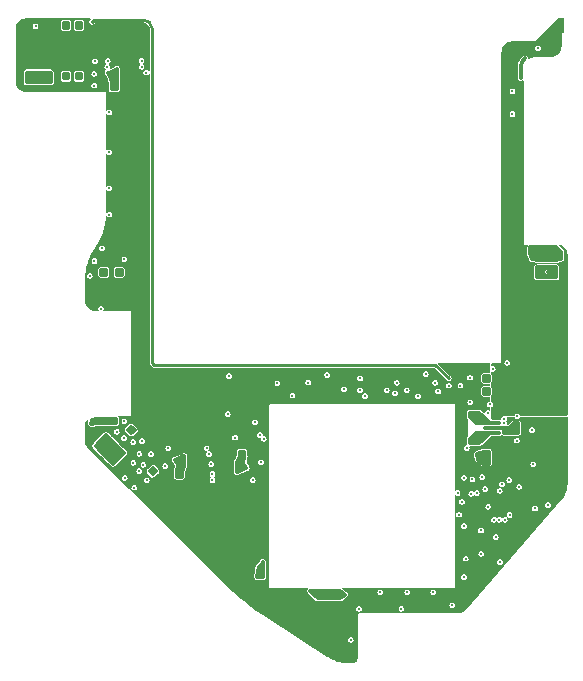
<source format=gbr>
%TF.GenerationSoftware,KiCad,Pcbnew,8.99.0-344-gfbc433deaa*%
%TF.CreationDate,2024-07-04T10:19:27-04:00*%
%TF.ProjectId,thundervolt_hw1,7468756e-6465-4727-966f-6c745f687731,rev?*%
%TF.SameCoordinates,PX85b368ePY7384544*%
%TF.FileFunction,Copper,L2,Inr*%
%TF.FilePolarity,Positive*%
%FSLAX46Y46*%
G04 Gerber Fmt 4.6, Leading zero omitted, Abs format (unit mm)*
G04 Created by KiCad (PCBNEW 8.99.0-344-gfbc433deaa) date 2024-07-04 10:19:27*
%MOMM*%
%LPD*%
G01*
G04 APERTURE LIST*
%TA.AperFunction,ViaPad*%
%ADD10C,0.300000*%
%TD*%
%TA.AperFunction,Conductor*%
%ADD11C,0.350000*%
%TD*%
%TA.AperFunction,Conductor*%
%ADD12C,0.300000*%
%TD*%
%TA.AperFunction,Conductor*%
%ADD13C,0.304800*%
%TD*%
%TA.AperFunction,Conductor*%
%ADD14C,0.250000*%
%TD*%
G04 APERTURE END LIST*
D10*
%TO.N,GND*%
X-9687095Y9784750D03*
X-13415668Y42541502D03*
X-17515668Y47741502D03*
X20984332Y13841502D03*
X23384332Y28341502D03*
X-665668Y1641502D03*
X-13315668Y11041502D03*
X-17115668Y43441502D03*
X-13015668Y26441502D03*
X-1015668Y1641502D03*
X13934332Y17291502D03*
X18484332Y17841502D03*
X22244824Y10373253D03*
X22134332Y27741502D03*
X18084332Y17841502D03*
X-2615668Y11041502D03*
X-11115697Y9819638D03*
X-13915668Y26441502D03*
X21185067Y43778918D03*
X-13015668Y13141502D03*
X6234332Y16716039D03*
X18084332Y16741502D03*
X-13015668Y43441502D03*
X-13015668Y42141502D03*
X-10890985Y12348309D03*
X16216344Y7216418D03*
X-3515668Y17841502D03*
X18084332Y16341502D03*
X-13915668Y12241502D03*
X5184332Y-358498D03*
X-2815668Y10544371D03*
X-13615668Y11341502D03*
X-19015668Y43541502D03*
X-15311552Y26348714D03*
X24184332Y26241502D03*
X-12715668Y11041502D03*
X-13649019Y40162552D03*
X-15160825Y13795414D03*
X-14715668Y14241502D03*
X-18615668Y42741502D03*
X18484332Y16341502D03*
X-18615668Y43141502D03*
X11084332Y-1858498D03*
X4784332Y17941502D03*
X17842378Y2797052D03*
X-1315668Y13941502D03*
X-16415668Y47741502D03*
X22584332Y28741502D03*
X-12368504Y27728276D03*
X-19415668Y43541502D03*
X18484332Y16741502D03*
X-14904824Y27578745D03*
X-815668Y10551502D03*
X-8090668Y10741502D03*
X18084332Y11041502D03*
X18484332Y17441502D03*
X23384332Y26641502D03*
X23784332Y28341502D03*
X-11515668Y13241502D03*
X20184332Y13041502D03*
X21218682Y44121790D03*
X-9988477Y9514546D03*
X-19015668Y43141502D03*
X-20615668Y43541502D03*
X-17115668Y47341502D03*
X21184332Y43441502D03*
X-16015668Y43041502D03*
X-16015668Y47741502D03*
X-14515668Y11641502D03*
X24184332Y28341502D03*
X19784332Y13041502D03*
X17824332Y4771502D03*
X-14315668Y26841502D03*
X-14857846Y44486707D03*
X-13615668Y10741502D03*
X5184332Y-958498D03*
X-19815668Y43141502D03*
X-13658727Y36803503D03*
X24184332Y28741502D03*
X-13790668Y43541502D03*
X3684332Y-658498D03*
X-7915668Y9341502D03*
X1858303Y16196228D03*
X-13415668Y42141502D03*
X15384332Y-1558498D03*
X18384332Y14741502D03*
X584332Y17241502D03*
X17584332Y10741502D03*
X-13015668Y10741502D03*
X-17515668Y43041502D03*
X-2215668Y11041502D03*
X16534332Y2391502D03*
X11584332Y-458498D03*
X-16415668Y47341502D03*
X22984332Y26241502D03*
X-13615668Y12541502D03*
X-13915668Y13841502D03*
X-11604726Y10512945D03*
X19384332Y13441502D03*
X-14915668Y43441502D03*
X11534332Y16641502D03*
X-17115668Y47741502D03*
X24184332Y27041502D03*
X-11784158Y13552781D03*
X18484332Y10441502D03*
X20984332Y13041502D03*
X-13515668Y14241502D03*
X18984332Y13441502D03*
X4584332Y-958498D03*
X21064332Y8481502D03*
X-20215668Y43541502D03*
X22584332Y26641502D03*
X-12615668Y26841502D03*
X-14215668Y11941502D03*
X-2815668Y10141502D03*
X17984332Y10441502D03*
X23384332Y26241502D03*
X-2615668Y11441502D03*
X-19415668Y43141502D03*
X-14315668Y26441502D03*
X23784332Y26241502D03*
X-13315668Y12241502D03*
X-12372316Y14004243D03*
X-11623297Y12270974D03*
X23784332Y26641502D03*
X9284332Y-458498D03*
X23484332Y6941502D03*
X-11796211Y12997633D03*
X-2215668Y11441502D03*
X15834332Y7941502D03*
X10534332Y16391502D03*
X-13015668Y11941502D03*
X-13649019Y33735700D03*
X-13015668Y43841502D03*
X-13615668Y11941502D03*
X-13474993Y43120430D03*
X-2315668Y10441502D03*
X13784332Y-458498D03*
X-14515668Y12241502D03*
X16384332Y841502D03*
X-7315668Y10267261D03*
X19428562Y2102219D03*
X20184332Y13441502D03*
X-2040668Y10041502D03*
X-13653006Y31521619D03*
X21984332Y28741502D03*
X-13515668Y13841502D03*
X-13404897Y43619069D03*
X-2460454Y9972493D03*
X-13015668Y26841502D03*
X-20215668Y42741502D03*
X-13915668Y26841502D03*
X-14315668Y13841502D03*
X-2815668Y9741502D03*
X19784332Y13441502D03*
X23384332Y27691502D03*
X23384332Y27041502D03*
X24184332Y26641502D03*
X-7915668Y9741502D03*
X19063599Y4207773D03*
X-18615668Y43541502D03*
X-7845159Y10360397D03*
X-19415668Y42741502D03*
X23784332Y28741502D03*
X-13115668Y14241502D03*
X-12615668Y26441502D03*
X3984332Y-358498D03*
X22984332Y28741502D03*
X-10762853Y10333428D03*
X15954374Y6120177D03*
X-13015668Y11341502D03*
X16394161Y9245210D03*
X16904332Y15615502D03*
X22984332Y26641502D03*
X-13015668Y42541502D03*
X-15147572Y14153247D03*
X-9931319Y10054955D03*
X4584332Y-358498D03*
X-19815668Y43541502D03*
X21185067Y43096537D03*
X-13315668Y10441502D03*
X-20615668Y43141502D03*
X-17115668Y43041502D03*
X16609332Y11766502D03*
X-1055973Y1242401D03*
X22634332Y45591502D03*
X17484332Y11241502D03*
X-665668Y2141502D03*
X22405303Y6635950D03*
X7484332Y-1858498D03*
X-12415668Y11341502D03*
X22584332Y28341502D03*
X-17515668Y47341502D03*
X-7691976Y10811606D03*
X-20615668Y42741502D03*
X20234332Y6091502D03*
X-16015668Y43441502D03*
X-7315668Y10641502D03*
X16894332Y17721502D03*
X4284332Y-658498D03*
X-11097126Y11268155D03*
X-13115668Y13841502D03*
X18084332Y17441502D03*
X17919359Y9294359D03*
X-13915668Y11641502D03*
X-11530443Y8402072D03*
X23784332Y27041502D03*
X18584332Y15441502D03*
X-12347555Y9225374D03*
X-16015668Y47341502D03*
X21548107Y44743665D03*
X-12071836Y13291040D03*
X-7315668Y11041502D03*
X24034332Y27691502D03*
X18484332Y11041502D03*
X24584332Y27791502D03*
X-10222308Y9779554D03*
X18434332Y6791502D03*
X-12409458Y12592867D03*
X-17515668Y43441502D03*
X-3615668Y14641502D03*
X-20215668Y43141502D03*
X5484332Y-658498D03*
X-13315668Y11641502D03*
X23384332Y28741502D03*
X-14715668Y13841502D03*
X3984332Y-958498D03*
X22984332Y27041502D03*
X21332972Y44451215D03*
X3199200Y17300060D03*
X-19015668Y42741502D03*
X22144824Y13273253D03*
X-16415668Y43041502D03*
X20205970Y9056432D03*
X-14280748Y28670626D03*
X18084332Y11441502D03*
X-13915668Y14241502D03*
X-665668Y1241502D03*
X-13008888Y42979798D03*
X18584332Y13441502D03*
X6284332Y-658498D03*
X-12715668Y11641502D03*
X5884332Y-358498D03*
X20584332Y13441502D03*
X22984332Y28341502D03*
X20584332Y13841502D03*
X-14215668Y12541502D03*
X13143435Y18008229D03*
X10684332Y17291502D03*
X-665668Y841502D03*
X18484332Y11441502D03*
X-3015668Y12641502D03*
X-7515668Y9741502D03*
X-13915668Y12841502D03*
X20584332Y13041502D03*
X-19815668Y42741502D03*
X24584332Y28341502D03*
X-7515668Y9341502D03*
X4884332Y-658498D03*
X21984332Y28241502D03*
X22584332Y27041502D03*
X-8915668Y10241502D03*
X-16415668Y43441502D03*
X20853125Y12386758D03*
X14184332Y16541502D03*
X22584332Y26241502D03*
X22734332Y27691502D03*
X5884332Y-958498D03*
X-13915668Y11041502D03*
X18184332Y13441502D03*
X-1115668Y841502D03*
X3384332Y-358498D03*
X20984332Y13441502D03*
X-10125668Y11241502D03*
X-14815668Y11941502D03*
X-10484292Y9021096D03*
X-14315668Y14241502D03*
X-14215668Y11341502D03*
%TO.N,+3V3*%
X20084332Y16341502D03*
X23955502Y46379002D03*
X18984332Y14241502D03*
X23384332Y23541502D03*
X24234332Y45691502D03*
X23784332Y23941502D03*
X22984332Y23541502D03*
X24184332Y23941502D03*
X20084332Y17441502D03*
X23784332Y23541502D03*
X19684332Y17841502D03*
X19484332Y14841502D03*
X24584332Y47141502D03*
X23184332Y46591502D03*
X20084332Y15741502D03*
X19684332Y16741502D03*
X19084332Y14841502D03*
X19684332Y17441502D03*
X23384332Y23941502D03*
X24184332Y23541502D03*
X23586974Y46755603D03*
X23384332Y23141502D03*
X22984332Y23141502D03*
X23784332Y47141502D03*
X24584332Y47541502D03*
X19884332Y14941502D03*
X20084332Y16741502D03*
X22584332Y23141502D03*
X24350023Y46697893D03*
X24184332Y47541502D03*
X20084332Y17841502D03*
X23934332Y45291502D03*
X22584332Y23541502D03*
X22984332Y23941502D03*
X24184332Y47141502D03*
X24184332Y23141502D03*
X23784332Y23141502D03*
X24584332Y47941502D03*
X22584332Y23941502D03*
X20084332Y15341502D03*
X19684332Y16341502D03*
X23701256Y45721429D03*
X23434332Y46141502D03*
X24334332Y46141502D03*
X19384332Y14241502D03*
X19584332Y15441502D03*
%TO.N,+1V8*%
X-15115668Y47841502D03*
X15084332Y17651502D03*
X-13790658Y44543362D03*
X-19897251Y47459919D03*
%TO.N,+1V0*%
X-14341747Y23541502D03*
X-8665668Y11741502D03*
%TO.N,+1V15*%
X6784332Y-4473101D03*
X-1515668Y9041502D03*
%TO.N,SDA*%
X-897441Y12846329D03*
X-10915668Y44041502D03*
X20884332Y14436143D03*
X-5215668Y11241502D03*
X-4915668Y9541502D03*
X19784332Y14241502D03*
X20484332Y41941502D03*
X15084332Y17041502D03*
X18934332Y5691502D03*
%TO.N,SCL*%
X18814332Y18466502D03*
X-10915668Y44541502D03*
X20484332Y40041502D03*
X-582318Y12541502D03*
X19384332Y5691502D03*
X7995838Y16160971D03*
X7584332Y17641502D03*
X-5415668Y11741502D03*
X-4915668Y9041502D03*
X16084332Y17041502D03*
X20037332Y18969502D03*
X19784332Y13841502D03*
%TO.N,EN*%
X19410383Y8129344D03*
X-10515668Y43541502D03*
X-5015668Y10398014D03*
%TO.N,VBAT*%
X-7615668Y5941502D03*
X19584332Y11941502D03*
X-6109635Y8996864D03*
X-6515668Y10241502D03*
X-3615668Y10541502D03*
X-11415668Y42541502D03*
X-8515668Y5641502D03*
X-3815668Y11441502D03*
X-5915668Y9341502D03*
X-7315668Y5041502D03*
X-6041307Y10239779D03*
X19684332Y11041502D03*
X20084332Y11041502D03*
X-7615668Y4741502D03*
X-12215668Y43041502D03*
X20084332Y11441502D03*
X-8215668Y7141502D03*
X-6315668Y9341502D03*
X-8515668Y6841502D03*
X-4521148Y10746356D03*
X-12215668Y43841502D03*
X-3615668Y9741502D03*
X-3615668Y10141502D03*
X-8215668Y5341502D03*
X-8855138Y8968317D03*
X-8215668Y6541502D03*
X-6515668Y10641502D03*
X-7915668Y6241502D03*
X19684332Y11441502D03*
X-7915668Y6841502D03*
X-6653004Y9042416D03*
X-11815668Y42541502D03*
X-11815668Y42141502D03*
X-12329478Y42615810D03*
X19184332Y11941502D03*
X-6315668Y9741502D03*
X-8815668Y6541502D03*
X-8815668Y5941502D03*
X-9115668Y6241502D03*
X-4501231Y11748826D03*
X-7015668Y5341502D03*
X-12215668Y43441502D03*
X-8215668Y5941502D03*
X-8633297Y8714784D03*
X-4215668Y11441502D03*
X-7315668Y5641502D03*
X-6715668Y5641502D03*
X19384332Y12641502D03*
X-11748792Y43044551D03*
X-6695302Y9540233D03*
X-4026552Y11805256D03*
X16784332Y10691502D03*
X-11260245Y42981737D03*
X-4215668Y11041502D03*
X-5637848Y9029401D03*
X-8515668Y6241502D03*
X-7915668Y5641502D03*
X-3409137Y11257549D03*
X-3498762Y11742187D03*
X-7915668Y5041502D03*
X-3815668Y11041502D03*
X-7015668Y5941502D03*
X-4099579Y10540551D03*
X-8931198Y8429560D03*
X-7615668Y5341502D03*
X-4538774Y11239878D03*
X-12282593Y42202373D03*
X-9165716Y8695769D03*
X19984332Y11941502D03*
X-5915668Y9741502D03*
X-6515668Y11041502D03*
X18984332Y12641502D03*
X-7315668Y6241502D03*
X-7615668Y6541502D03*
X-11415668Y42141502D03*
%TO.N,Net-(U4-LX2)*%
X17684332Y14341502D03*
X17284332Y14341502D03*
X18984332Y13841502D03*
X17284332Y14741502D03*
X16884332Y14741502D03*
X16884332Y14341502D03*
X19384332Y13841502D03*
X17684332Y14741502D03*
%TO.N,Net-(U4-LX1)*%
X17684332Y12141502D03*
X17684332Y12541502D03*
X17284332Y12541502D03*
X16884332Y12541502D03*
X16884332Y12141502D03*
X17284332Y12141502D03*
X18984332Y13041502D03*
X19384332Y13041502D03*
%TO.N,Net-(U3-VSET)*%
X-13815668Y44041502D03*
X-14915668Y42441502D03*
%TO.N,Net-(U5-PC0)*%
X16378025Y5161502D03*
X19834332Y5691502D03*
%TO.N,+1V8_ALW*%
X17095648Y9089286D03*
X9834332Y16641502D03*
X17459012Y7936601D03*
X19591352Y8685420D03*
%TO.N,ALERT*%
X7584332Y16641502D03*
X16998332Y7891502D03*
%TO.N,SAFEMODE*%
X18184059Y8274697D03*
X12484332Y16141502D03*
%TD*%
D11*
%TO.N,GND*%
X-17515668Y43441502D02*
X-17115668Y43041502D01*
X-17515668Y47341502D02*
X-17515668Y47741502D01*
X22134332Y27741502D02*
X22734332Y27691502D01*
X24034332Y27691502D02*
X24584332Y28341502D01*
X23784332Y28341502D02*
X23384332Y27691502D01*
D12*
X20184332Y13441502D02*
X20584332Y13841502D01*
D11*
X-18615668Y42741502D02*
X-20615668Y42741502D01*
X-665668Y1291502D02*
X-665668Y841502D01*
X23384332Y27041502D02*
X24184332Y26241502D01*
X-7691976Y10811606D02*
X-7315668Y11041502D01*
X-2615668Y11441502D02*
X-2215668Y11441502D01*
X-13015668Y26441502D02*
X-13015668Y26841502D01*
X-13404897Y43619069D02*
X-13474993Y43120430D01*
D12*
X18084332Y11441502D02*
X18484332Y11441502D01*
D11*
X-11784158Y13552781D02*
X-11515668Y13241502D01*
X-17515668Y47741502D02*
X-17115668Y47341502D01*
D12*
X18484332Y17441502D02*
X18084332Y17441502D01*
D11*
X-17515668Y43441502D02*
X-17115668Y43441502D01*
D12*
X18484332Y11441502D02*
X18484332Y11041502D01*
D11*
X23784332Y28741502D02*
X24184332Y28341502D01*
X-16415668Y47741502D02*
X-16015668Y47741502D01*
X23384332Y28741502D02*
X23784332Y28341502D01*
X22584332Y27041502D02*
X24184332Y27041502D01*
X-1015668Y1641502D02*
X-665668Y1991502D01*
X-11796211Y12997633D02*
X-11515668Y13241502D01*
X-8090668Y10741502D02*
X-7315668Y11041502D01*
D12*
X18084332Y17841502D02*
X18484332Y17841502D01*
D11*
X-7845159Y10360397D02*
X-7315668Y11041502D01*
D12*
X20184332Y13441502D02*
X20584332Y13041502D01*
X17584332Y10741502D02*
X17984332Y10441502D01*
D11*
X23384332Y27041502D02*
X22584332Y26241502D01*
X-7691976Y10811606D02*
X-7515668Y9341502D01*
X-16015668Y47341502D02*
X-16415668Y47341502D01*
X-1115668Y841502D02*
X-1055973Y1242401D01*
X-12615668Y26441502D02*
X-13015668Y26441502D01*
X-14515668Y12241502D02*
X-14515668Y11641502D01*
X22734332Y27691502D02*
X21984332Y28241502D01*
X21984332Y28741502D02*
X24184332Y28741502D01*
X-17115668Y47341502D02*
X-17515668Y47341502D01*
X-7915668Y9341502D02*
X-7515668Y9741502D01*
X-13115668Y13841502D02*
X-14715668Y14241502D01*
X-12715668Y11041502D02*
X-14215668Y12541502D01*
D12*
X18084332Y17441502D02*
X18484332Y17841502D01*
D11*
X23384332Y27691502D02*
X24184332Y28341502D01*
X-19015668Y42741502D02*
X-18615668Y43141502D01*
X6284332Y-658498D02*
X5884332Y-358498D01*
X-13404897Y43619069D02*
X-13015668Y43441502D01*
X-13404897Y43619069D02*
X-13015668Y43841502D01*
D12*
X17984332Y10441502D02*
X18484332Y10441502D01*
D11*
X-14815668Y11941502D02*
X-13315668Y10441502D01*
D12*
X19784332Y13041502D02*
X20984332Y13041502D01*
D11*
X-20615668Y42741502D02*
X-20615668Y43541502D01*
X21185067Y43096537D02*
X21184332Y43441502D01*
X-13415668Y42141502D02*
X-13415668Y42541502D01*
X23384332Y27691502D02*
X22584332Y28341502D01*
X-8090668Y10741502D02*
X-7845159Y10360397D01*
X-15160825Y13795414D02*
X-14715668Y13841502D01*
X21984332Y28741502D02*
X21984332Y28241502D01*
D12*
X20184332Y13441502D02*
X20184332Y13041502D01*
D11*
X-13315668Y12241502D02*
X-13315668Y10441502D01*
X22584332Y27041502D02*
X22584332Y26241502D01*
X-9931319Y10054955D02*
X-9687095Y9784750D01*
D12*
X20984332Y13041502D02*
X20984332Y13441502D01*
X17484332Y11241502D02*
X18084332Y11441502D01*
D11*
X23384332Y28341502D02*
X23384332Y27691502D01*
X-665668Y841502D02*
X-665668Y2141502D01*
X-15160825Y13795414D02*
X-13115668Y14241502D01*
X-2615668Y11441502D02*
X-2215668Y11041502D01*
X-12071836Y13291040D02*
X-11796211Y12997633D01*
X-16015668Y47741502D02*
X-16015668Y47341502D01*
D12*
X20584332Y13441502D02*
X20584332Y13041502D01*
X18184332Y13441502D02*
X20984332Y13441502D01*
D11*
X-14315668Y26841502D02*
X-13915668Y26841502D01*
X5884332Y-358498D02*
X3384332Y-358498D01*
X-16415668Y47341502D02*
X-16015668Y47741502D01*
X-19937668Y43419502D02*
X-20615668Y42741502D01*
X-13015668Y42541502D02*
X-13015668Y42141502D01*
X21184332Y43441502D02*
X21185067Y43778918D01*
X23384332Y26241502D02*
X24184332Y27041502D01*
X-665668Y841502D02*
X-1115668Y841502D01*
X22734332Y27691502D02*
X22984332Y28341502D01*
X-11784158Y13552781D02*
X-11796211Y12997633D01*
X5884332Y-958498D02*
X6284332Y-658498D01*
X-7915668Y9741502D02*
X-7915668Y9525502D01*
X-10222308Y9779554D02*
X-9988477Y9514546D01*
X-666567Y1242401D02*
X-665668Y1241502D01*
X-2815668Y10141502D02*
X-2215668Y11041502D01*
X-9687095Y9784750D02*
X-9988477Y9514546D01*
X-9988477Y9514546D02*
X-9931319Y10054955D01*
X-19415668Y43541502D02*
X-19415668Y42741502D01*
X24184332Y27041502D02*
X24184332Y26241502D01*
X-19815668Y43419502D02*
X-19937668Y43419502D01*
X-17515668Y47741502D02*
X-17115668Y47741502D01*
D12*
X17984332Y10441502D02*
X18484332Y11041502D01*
D11*
X-13315668Y10441502D02*
X-12415668Y11341502D01*
X5884332Y-958498D02*
X3984332Y-958498D01*
X-12071836Y13291040D02*
X-11784158Y13552781D01*
X-13615668Y12541502D02*
X-13615668Y10741502D01*
X-1115668Y841502D02*
X-715668Y1241502D01*
X-13415668Y42541502D02*
X-13474993Y43120430D01*
X-8090668Y10741502D02*
X-7691976Y10811606D01*
X-2040668Y10041502D02*
X-2315668Y10441502D01*
X-16415668Y43441502D02*
X-16015668Y43441502D01*
D12*
X20584332Y13841502D02*
X20984332Y13841502D01*
D11*
X22584332Y28741502D02*
X22984332Y28341502D01*
X3984332Y-358498D02*
X4584332Y-958498D01*
X-2615668Y11441502D02*
X-2615668Y11041502D01*
X21185067Y43778918D02*
X21218682Y44121790D01*
X-12615668Y26841502D02*
X-12615668Y26441502D01*
X-2315668Y10441502D02*
X-2215668Y11041502D01*
X-13015668Y11941502D02*
X-13015668Y10741502D01*
X-20615668Y43541502D02*
X-18615668Y43541502D01*
X21984332Y28241502D02*
X23384332Y28341502D01*
X-13008888Y42979798D02*
X-13015668Y42541502D01*
D12*
X20584332Y13841502D02*
X20584332Y13441502D01*
D11*
X-20615668Y43541502D02*
X-19815668Y42741502D01*
D12*
X18084332Y16741502D02*
X18484332Y16741502D01*
D11*
X-13015668Y26841502D02*
X-12615668Y26441502D01*
X22984332Y28341502D02*
X23384332Y27691502D01*
X-17515668Y43041502D02*
X-17115668Y43041502D01*
D12*
X18484332Y10441502D02*
X18484332Y11041502D01*
D11*
X-7845159Y10360397D02*
X-7915668Y9741502D01*
X24584332Y28341502D02*
X24184332Y28741502D01*
X24184332Y28341502D02*
X24034332Y27691502D01*
X-14515668Y12241502D02*
X-13015668Y10741502D01*
X-715668Y1241502D02*
X-665668Y1241502D01*
X-13915668Y26841502D02*
X-13915668Y26441502D01*
X-7915668Y9525502D02*
X-7315668Y10641502D01*
X23784332Y28341502D02*
X24034332Y27691502D01*
X22134332Y27741502D02*
X22584332Y28341502D01*
D12*
X18484332Y10441502D02*
X17484332Y11241502D01*
D11*
X-14315668Y26441502D02*
X-13915668Y26441502D01*
X-14215668Y12541502D02*
X-14215668Y11341502D01*
X-18615668Y43141502D02*
X-18615668Y42741502D01*
X-18615668Y43141502D02*
X-18615668Y43541502D01*
X-20615668Y43141502D02*
X-18615668Y43141502D01*
D12*
X18484332Y17841502D02*
X18484332Y17441502D01*
D11*
X22734332Y27691502D02*
X23384332Y27691502D01*
X-19015668Y42741502D02*
X-19015668Y43541502D01*
D12*
X20984332Y13841502D02*
X20984332Y13441502D01*
D11*
X-16015668Y43441502D02*
X-16015668Y43041502D01*
D12*
X18084332Y11041502D02*
X18484332Y11441502D01*
D11*
X-15147572Y14153247D02*
X-14715668Y14241502D01*
X-13115668Y13841502D02*
X-13115668Y14241502D01*
X21332972Y44451215D02*
X21548107Y44743665D01*
X-7915668Y9341502D02*
X-7515668Y9341502D01*
X-12715668Y11641502D02*
X-12715668Y11041502D01*
X21984332Y28241502D02*
X22134332Y27741502D01*
X-2215668Y11441502D02*
X-2215668Y11041502D01*
D12*
X18084332Y11441502D02*
X18084332Y11041502D01*
D11*
X-19815668Y43419502D02*
X-19815668Y43541502D01*
X-13015668Y42141502D02*
X-13415668Y42141502D01*
X-1055973Y1242401D02*
X-666567Y1242401D01*
X-7915668Y9525502D02*
X-7915668Y9341502D01*
X24584332Y27791502D02*
X24584332Y28341502D01*
X-16015668Y43041502D02*
X-16415668Y43041502D01*
X-16415668Y43441502D02*
X-16415668Y43041502D01*
D12*
X20584332Y13041502D02*
X20984332Y13441502D01*
D11*
X24584332Y27791502D02*
X24034332Y27691502D01*
X-13915668Y12841502D02*
X-14815668Y11941502D01*
X-2815668Y9741502D02*
X-2040668Y10041502D01*
X-19815668Y43541502D02*
X-19015668Y42741502D01*
D12*
X17484332Y11241502D02*
X17984332Y10441502D01*
D11*
X-14715668Y13841502D02*
X-13115668Y13841502D01*
X21218682Y44121790D02*
X21332972Y44451215D01*
X-1055973Y1242401D02*
X-1015668Y1641502D01*
D12*
X18084332Y16341502D02*
X18084332Y16741502D01*
X18484332Y16741502D02*
X18484332Y16341502D01*
D11*
X5184332Y-358498D02*
X4584332Y-958498D01*
X-13015668Y43441502D02*
X-13008888Y42979798D01*
X22984332Y28741502D02*
X23384332Y28341502D01*
X24184332Y26241502D02*
X22584332Y26241502D01*
D12*
X18084332Y17441502D02*
X18084332Y17841502D01*
D11*
X24584332Y28341502D02*
X22584332Y28341502D01*
D12*
X17584332Y10741502D02*
X18484332Y11041502D01*
D11*
X-2460454Y9972493D02*
X-2615668Y11041502D01*
X-13015668Y43841502D02*
X-13015668Y43441502D01*
X-20215668Y43541502D02*
X-20215668Y42741502D01*
X24584332Y27791502D02*
X24184332Y28341502D01*
X-13915668Y12841502D02*
X-13915668Y11041502D01*
X-1015668Y1641502D02*
X-665668Y1291502D01*
D12*
X17484332Y11241502D02*
X17584332Y10741502D01*
X19784332Y13041502D02*
X20184332Y13441502D01*
D11*
X-17115668Y43041502D02*
X-17115668Y43441502D01*
X-19015668Y42741502D02*
X-18615668Y42741502D01*
X-19815668Y42741502D02*
X-19815668Y43419502D01*
X-13915668Y12841502D02*
X-12415668Y11341502D01*
X22584332Y27041502D02*
X23384332Y26241502D01*
X-17515668Y43441502D02*
X-17515668Y43041502D01*
X21984332Y28241502D02*
X22584332Y28741502D01*
X-665668Y1991502D02*
X-665668Y2141502D01*
D12*
X18484332Y16341502D02*
X18084332Y16341502D01*
D13*
X-7315668Y10267261D02*
X-7515668Y9741502D01*
D11*
X-13790668Y43541502D02*
X-13474993Y43120430D01*
X-19015668Y43541502D02*
X-18615668Y43141502D01*
D12*
X20584332Y13841502D02*
X20984332Y13441502D01*
D11*
X-17115668Y47741502D02*
X-17115668Y47341502D01*
X-13790668Y43541502D02*
X-13404897Y43619069D01*
X-2615668Y11041502D02*
X-2215668Y11441502D01*
X24034332Y27691502D02*
X23384332Y27691502D01*
X-2815668Y10544371D02*
X-2815668Y9741502D01*
D13*
X-7315668Y11041502D02*
X-7315668Y10641502D01*
D12*
X18084332Y16741502D02*
X18484332Y16341502D01*
D11*
X-2615668Y11041502D02*
X-2815668Y10544371D01*
X-10222308Y9779554D02*
X-9931319Y10054955D01*
X-18615668Y43541502D02*
X-18615668Y42741502D01*
X-1015668Y1641502D02*
X-665668Y1641502D01*
X-16415668Y43441502D02*
X-16015668Y43041502D01*
X-13115668Y14241502D02*
X-14715668Y14241502D01*
D12*
X18084332Y11441502D02*
X17584332Y10741502D01*
D11*
X6284332Y-658498D02*
X3684332Y-658498D01*
X-16415668Y47741502D02*
X-16415668Y47341502D01*
D13*
X-7515668Y9741502D02*
X-7515668Y9341502D01*
D11*
X-19815668Y42741502D02*
X-19015668Y43541502D01*
X3684332Y-658498D02*
X3984332Y-358498D01*
D13*
X-7315668Y10641502D02*
X-7315668Y10267261D01*
D12*
X18084332Y11441502D02*
X17984332Y10441502D01*
D11*
X-14315668Y26841502D02*
X-13915668Y26441502D01*
X3384332Y-358498D02*
X3984332Y-958498D01*
X3984332Y-958498D02*
X4584332Y-358498D01*
X-13015668Y26841502D02*
X-12615668Y26841502D01*
D12*
X19784332Y13441502D02*
X19784332Y13041502D01*
D11*
X-13404897Y43619069D02*
X-13015668Y42141502D01*
X22584332Y28341502D02*
X22734332Y27691502D01*
X-15147572Y14153247D02*
X-15160825Y13795414D01*
X-14315668Y26841502D02*
X-14315668Y26441502D01*
D14*
%TO.N,+1V8*%
X-14950805Y48006365D02*
X-15115668Y47841502D01*
X-9849827Y18775661D02*
X-10013146Y18938980D01*
X-10015668Y45041502D02*
X-10015668Y47241502D01*
X-10780531Y48006365D02*
X-14950805Y48006365D01*
X15084332Y17651502D02*
X13960173Y18775661D01*
X-10013146Y18938980D02*
X-10013146Y45001120D01*
X-10013146Y45001120D02*
X-10015668Y45041502D01*
X13960173Y18775661D02*
X-9849827Y18775661D01*
X-10015668Y47241502D02*
G75*
G03*
X-10780531Y48006362I-764902J-42D01*
G01*
D12*
%TO.N,Net-(U4-LX2)*%
X18984332Y13841502D02*
X17384332Y13841502D01*
X16884332Y14741502D02*
X17684332Y14741502D01*
X18184332Y13841502D02*
X17684332Y14341502D01*
X17284332Y14741502D02*
X17284332Y14341502D01*
X18584332Y13841502D02*
X17684332Y14741502D01*
X17284332Y14341502D02*
X17684332Y14741502D01*
X16884332Y14741502D02*
X16884332Y14341502D01*
X19384332Y13841502D02*
X18984332Y13841502D01*
X18984332Y13841502D02*
X18184332Y13841502D01*
X17684332Y14741502D02*
X18568032Y13857802D01*
X16884332Y14741502D02*
X17284332Y14341502D01*
X17784332Y13841502D02*
X17284332Y14341502D01*
X16884332Y14341502D02*
X17684332Y14341502D01*
X17684332Y14741502D02*
X17684332Y14341502D01*
X18984332Y13841502D02*
X17784332Y13841502D01*
X18984332Y13841502D02*
X18584332Y13841502D01*
X17384332Y13841502D02*
X16884332Y14341502D01*
%TO.N,Net-(U4-LX1)*%
X19384332Y13041502D02*
X18984332Y13041502D01*
X18984332Y13041502D02*
X17784332Y13041502D01*
X17684332Y12541502D02*
X17684332Y12141502D01*
X18584332Y13041502D02*
X17684332Y12141502D01*
X17384332Y13041502D02*
X16884332Y12541502D01*
X16884332Y12541502D02*
X17284332Y12141502D01*
X17284332Y12541502D02*
X17284332Y12141502D01*
X18184332Y13041502D02*
X17684332Y12541502D01*
X17784332Y13041502D02*
X17284332Y12541502D01*
X17284332Y12141502D02*
X17684332Y12541502D01*
X18984332Y13041502D02*
X17384332Y13041502D01*
X16884332Y12541502D02*
X17684332Y12541502D01*
X17684332Y12141502D02*
X16884332Y12141502D01*
X16884332Y12541502D02*
X16884332Y12141502D01*
X18984332Y13041502D02*
X18584332Y13041502D01*
X18984332Y13041502D02*
X18184332Y13041502D01*
%TD*%
%TA.AperFunction,Conductor*%
%TO.N,+3V3*%
G36*
X24839700Y48160842D02*
G01*
X24852426Y48130118D01*
X24852426Y46918018D01*
X24839700Y46887294D01*
X24808976Y46874568D01*
X24759696Y46874568D01*
X24719714Y46874568D01*
X24701245Y46866918D01*
X24682775Y46859268D01*
X24654505Y46830998D01*
X24639205Y46794059D01*
X24639205Y45784236D01*
X24638996Y45779974D01*
X24622330Y45610868D01*
X24620667Y45602515D01*
X24571959Y45441975D01*
X24568700Y45434107D01*
X24489608Y45286145D01*
X24484876Y45279063D01*
X24378441Y45149373D01*
X24372419Y45143351D01*
X24242729Y45036916D01*
X24235647Y45032184D01*
X24087685Y44953091D01*
X24079817Y44949832D01*
X23919272Y44901123D01*
X23910919Y44899461D01*
X23741858Y44882798D01*
X23737596Y44882588D01*
X22565187Y44882588D01*
X22565172Y44882590D01*
X22558749Y44882590D01*
X22531820Y44882588D01*
X22507881Y44882588D01*
X22507570Y44882559D01*
X22435542Y44882552D01*
X22245925Y44849103D01*
X22245920Y44849102D01*
X22103666Y44797317D01*
X22064983Y44783235D01*
X22064981Y44783235D01*
X22064981Y44783234D01*
X22064978Y44783233D01*
X21898233Y44686958D01*
X21884475Y44675414D01*
X21852758Y44665416D01*
X21823261Y44680772D01*
X21813263Y44712489D01*
X21814356Y44719081D01*
X21817413Y44731487D01*
X21801574Y44835472D01*
X21747146Y44925481D01*
X21662418Y44987810D01*
X21560286Y45012971D01*
X21560285Y45012971D01*
X21456299Y44997132D01*
X21366291Y44942704D01*
X21128427Y44619358D01*
X21125904Y44616240D01*
X21100416Y44587564D01*
X21100415Y44587561D01*
X21098443Y44581877D01*
X21092397Y44570378D01*
X21088829Y44565528D01*
X21088826Y44565521D01*
X21079653Y44528287D01*
X21078515Y44524439D01*
X20976799Y44231256D01*
X20974078Y44225035D01*
X20960675Y44199932D01*
X20960674Y44199927D01*
X20959105Y44183936D01*
X20956914Y44173942D01*
X20951650Y44158766D01*
X20951649Y44158765D01*
X20953319Y44130360D01*
X20953187Y44123572D01*
X20926423Y43850573D01*
X20923289Y43838103D01*
X20920782Y43832087D01*
X20920698Y43794211D01*
X20920491Y43790071D01*
X20916797Y43752375D01*
X20918691Y43746139D01*
X20920566Y43733416D01*
X20920055Y43498846D01*
X20919814Y43496394D01*
X20919931Y43441630D01*
X20919931Y43441444D01*
X20919812Y43386615D01*
X20920053Y43384160D01*
X20920779Y43043385D01*
X20920780Y43043382D01*
X20961239Y42946289D01*
X21035774Y42872070D01*
X21133038Y42832025D01*
X21238222Y42832249D01*
X21335315Y42872708D01*
X21335316Y42872709D01*
X21357091Y42894576D01*
X21387787Y42907368D01*
X21418538Y42894707D01*
X21431330Y42864011D01*
X21431330Y29099972D01*
X21431330Y29059990D01*
X21446630Y29023052D01*
X21474901Y28994781D01*
X21511839Y28979481D01*
X21743494Y28979481D01*
X21774218Y28966755D01*
X21786944Y28936031D01*
X21774218Y28905307D01*
X21760184Y28891274D01*
X21719932Y28794094D01*
X21719932Y28291403D01*
X21717709Y28277682D01*
X21716857Y28275124D01*
X21716856Y28275120D01*
X21717161Y28270853D01*
X21716026Y28257438D01*
X21715009Y28253284D01*
X21715009Y28253279D01*
X21717032Y28240128D01*
X21717315Y28229134D01*
X21715963Y28215819D01*
X21716085Y28214669D01*
X21716131Y28214213D01*
X21716233Y28213136D01*
X21717965Y28207579D01*
X21719932Y28194654D01*
X21719932Y28188910D01*
X21720962Y28186423D01*
X21724159Y28172892D01*
X21724350Y28170207D01*
X21726265Y28166381D01*
X21730351Y28153548D01*
X21731001Y28149320D01*
X21737904Y28137942D01*
X21742373Y28127891D01*
X21864784Y27719857D01*
X21866337Y27712284D01*
X21866477Y27711051D01*
X21874617Y27685598D01*
X21876245Y27678508D01*
X21880025Y27652049D01*
X21880026Y27652046D01*
X21887663Y27639148D01*
X21891892Y27629496D01*
X21896194Y27615156D01*
X21896774Y27614063D01*
X21896858Y27613862D01*
X21897185Y27613272D01*
X21897537Y27612623D01*
X21897809Y27612110D01*
X21897914Y27611955D01*
X21898516Y27610868D01*
X21915783Y27590461D01*
X21920000Y27584534D01*
X21930174Y27567354D01*
X21933618Y27561537D01*
X21940741Y27556195D01*
X21945600Y27552551D01*
X21953203Y27545251D01*
X21962675Y27533636D01*
X21963632Y27532846D01*
X21963772Y27532709D01*
X21964226Y27532347D01*
X21964835Y27531854D01*
X21965332Y27531444D01*
X21965496Y27531335D01*
X21966460Y27530568D01*
X21966464Y27530566D01*
X21982826Y27522134D01*
X21990222Y27518323D01*
X21996383Y27514464D01*
X22017766Y27498427D01*
X22032273Y27494710D01*
X22042088Y27490877D01*
X22055288Y27483770D01*
X22056477Y27483405D01*
X22056655Y27483333D01*
X22057219Y27483171D01*
X22057987Y27482943D01*
X22058569Y27482765D01*
X22058768Y27482726D01*
X22059964Y27482383D01*
X22086595Y27480164D01*
X22093771Y27478955D01*
X22119660Y27472321D01*
X22134495Y27474442D01*
X22145035Y27474655D01*
X22159933Y27473141D01*
X22159938Y27473143D01*
X22161163Y27473259D01*
X22168898Y27473306D01*
X22664511Y27432005D01*
X22677523Y27428849D01*
X22681740Y27427102D01*
X22681741Y27427102D01*
X22681743Y27427101D01*
X22685115Y27426431D01*
X22688500Y27425848D01*
X22688504Y27425846D01*
X22699971Y27426139D01*
X22711409Y27424908D01*
X22722555Y27422179D01*
X22725659Y27422657D01*
X22739441Y27422567D01*
X22742540Y27422047D01*
X22746921Y27423059D01*
X22760303Y27424022D01*
X22764785Y27423648D01*
X22769128Y27425038D01*
X22782364Y27427102D01*
X23331740Y27427102D01*
X23339436Y27427102D01*
X23351845Y27425292D01*
X23353138Y27424907D01*
X23359225Y27423093D01*
X23359466Y27423118D01*
X23374008Y27422169D01*
X23374254Y27422110D01*
X23377453Y27422623D01*
X23391211Y27422623D01*
X23394410Y27422110D01*
X23394646Y27422167D01*
X23409190Y27423119D01*
X23409439Y27423093D01*
X23414449Y27424586D01*
X23416819Y27425292D01*
X23429228Y27427102D01*
X23986295Y27427102D01*
X23999531Y27425037D01*
X24003874Y27423648D01*
X24003874Y27423649D01*
X24003878Y27423647D01*
X24008367Y27424022D01*
X24021742Y27423059D01*
X24026124Y27422047D01*
X24026124Y27422048D01*
X24026194Y27422031D01*
X24026294Y27422019D01*
X24027672Y27421996D01*
X24028290Y27421982D01*
X24029713Y27421939D01*
X24029813Y27421947D01*
X24029882Y27421960D01*
X24029886Y27421959D01*
X24050417Y27425693D01*
X24059293Y27426379D01*
X24080159Y27425846D01*
X24080162Y27425848D01*
X24083531Y27426428D01*
X24086918Y27427102D01*
X24086924Y27427102D01*
X24091130Y27428845D01*
X24104157Y27432004D01*
X24108700Y27432382D01*
X24112695Y27434442D01*
X24125427Y27438675D01*
X24129866Y27439417D01*
X24129869Y27439420D01*
X24129927Y27439429D01*
X24137428Y27441513D01*
X24580186Y27522015D01*
X24594734Y27522183D01*
X24595045Y27522134D01*
X24610686Y27525898D01*
X24620849Y27527102D01*
X24636922Y27527102D01*
X24636924Y27527102D01*
X24655142Y27534649D01*
X24663979Y27537250D01*
X24683373Y27540775D01*
X24683627Y27540940D01*
X24697015Y27546668D01*
X24697312Y27546739D01*
X24710319Y27556200D01*
X24719240Y27561199D01*
X24734103Y27567354D01*
X24748040Y27581292D01*
X24755221Y27587086D01*
X24756133Y27587674D01*
X24771784Y27597761D01*
X24771957Y27598012D01*
X24782129Y27608425D01*
X24782378Y27608605D01*
X24790773Y27622321D01*
X24797104Y27630357D01*
X24808480Y27641731D01*
X24816023Y27659945D01*
X24820436Y27668039D01*
X24831656Y27684244D01*
X24831718Y27684536D01*
X24837133Y27698053D01*
X24837295Y27698316D01*
X24839803Y27714209D01*
X24842579Y27724057D01*
X24848732Y27738910D01*
X24848732Y27758620D01*
X24849713Y27767800D01*
X24853875Y27787056D01*
X24853822Y27787347D01*
X24853652Y27801911D01*
X24853700Y27802214D01*
X24849937Y27817856D01*
X24848732Y27828019D01*
X24848732Y28293468D01*
X24850798Y28306707D01*
X24852187Y28311048D01*
X24848882Y28350709D01*
X24848732Y28354317D01*
X24848732Y28394095D01*
X24846988Y28398304D01*
X24843830Y28411330D01*
X24843452Y28415870D01*
X24841269Y28420106D01*
X24825220Y28451247D01*
X24823709Y28454504D01*
X24808480Y28491273D01*
X24805253Y28494500D01*
X24797353Y28505322D01*
X24795266Y28509371D01*
X24764906Y28535060D01*
X24762249Y28537505D01*
X24731627Y28568126D01*
X24731626Y28568126D01*
X24421429Y28878323D01*
X24408703Y28909047D01*
X24421429Y28939771D01*
X24452153Y28952497D01*
X24464763Y28950627D01*
X24591278Y28912247D01*
X24599141Y28908990D01*
X24747104Y28829901D01*
X24754186Y28825169D01*
X24883877Y28718734D01*
X24889900Y28712712D01*
X24996334Y28583023D01*
X25001066Y28575941D01*
X25080157Y28427976D01*
X25083417Y28420106D01*
X25132121Y28259559D01*
X25133783Y28251206D01*
X25150437Y28082143D01*
X25150646Y28077877D01*
X25148784Y14571656D01*
X25136054Y14540934D01*
X25129472Y14535534D01*
X25099689Y14515635D01*
X25084027Y14509148D01*
X24999507Y14492337D01*
X24991031Y14491502D01*
X21153069Y14491502D01*
X21122345Y14504228D01*
X21110454Y14526475D01*
X21109842Y14529552D01*
X21056930Y14608741D01*
X21056929Y14608742D01*
X21030652Y14626300D01*
X20977741Y14661653D01*
X20884332Y14680233D01*
X20790923Y14661653D01*
X20711734Y14608742D01*
X20711733Y14608741D01*
X20658822Y14529552D01*
X20658821Y14529552D01*
X20658210Y14526475D01*
X20639734Y14498824D01*
X20615595Y14491502D01*
X19833248Y14491502D01*
X19817237Y14489975D01*
X19785211Y14486919D01*
X19774883Y14483889D01*
X19771133Y14482968D01*
X19690923Y14467013D01*
X19690919Y14467011D01*
X19611733Y14414101D01*
X19608706Y14411073D01*
X19608555Y14411224D01*
X19599912Y14402667D01*
X19593722Y14398622D01*
X19549779Y14333718D01*
X19549778Y14333717D01*
X19534332Y14256877D01*
X19534332Y14247225D01*
X19532851Y14235979D01*
X19517248Y14177748D01*
X19506003Y14158270D01*
X19467564Y14119831D01*
X19448086Y14108586D01*
X19389855Y14092983D01*
X19378609Y14091502D01*
X18942611Y14091502D01*
X18934134Y14092337D01*
X18930886Y14092983D01*
X18849606Y14109151D01*
X18833943Y14115639D01*
X18827669Y14119831D01*
X18765911Y14161097D01*
X18753925Y14173083D01*
X18750808Y14177748D01*
X18708467Y14241117D01*
X18701981Y14256776D01*
X18691405Y14309941D01*
X18685167Y14341306D01*
X18684332Y14349782D01*
X18684332Y15197172D01*
X18697058Y15227896D01*
X18703636Y15233295D01*
X18756930Y15268904D01*
X18809842Y15348093D01*
X18828422Y15441502D01*
X18809842Y15534911D01*
X18756930Y15614100D01*
X18756928Y15614102D01*
X18703642Y15649707D01*
X18685167Y15677358D01*
X18684332Y15685834D01*
X18684332Y16190122D01*
X18687640Y16206750D01*
X18694847Y16224149D01*
X18698863Y16231662D01*
X18709840Y16248090D01*
X18709840Y16248091D01*
X18709842Y16248093D01*
X18713697Y16267477D01*
X18716168Y16275622D01*
X18723732Y16293882D01*
X18723732Y16313645D01*
X18724567Y16322122D01*
X18728422Y16341502D01*
X18728422Y16341503D01*
X18724567Y16360884D01*
X18723732Y16369360D01*
X18723732Y16713645D01*
X18724567Y16722122D01*
X18728422Y16741502D01*
X18728422Y16741503D01*
X18724567Y16760884D01*
X18723732Y16769360D01*
X18723732Y16789122D01*
X18716167Y16807384D01*
X18713697Y16815528D01*
X18709842Y16834911D01*
X18698857Y16851351D01*
X18694846Y16858857D01*
X18687639Y16876257D01*
X18684332Y16892883D01*
X18684332Y17290122D01*
X18687640Y17306750D01*
X18694847Y17324149D01*
X18698863Y17331662D01*
X18709840Y17348090D01*
X18709840Y17348091D01*
X18709842Y17348093D01*
X18713697Y17367477D01*
X18716168Y17375622D01*
X18723732Y17393882D01*
X18723732Y17413645D01*
X18724567Y17422122D01*
X18728422Y17441502D01*
X18728422Y17441503D01*
X18724567Y17460884D01*
X18723732Y17469360D01*
X18723732Y17813645D01*
X18724567Y17822122D01*
X18728422Y17841502D01*
X18728422Y17841503D01*
X18724567Y17860884D01*
X18723732Y17869360D01*
X18723732Y17889122D01*
X18716167Y17907384D01*
X18713697Y17915528D01*
X18709842Y17934911D01*
X18698857Y17951351D01*
X18694846Y17958857D01*
X18687639Y17976257D01*
X18684332Y17992883D01*
X18684332Y18195327D01*
X18697058Y18226051D01*
X18727782Y18238777D01*
X18736254Y18237943D01*
X18814332Y18222412D01*
X18907741Y18240992D01*
X18986930Y18293904D01*
X19039842Y18373093D01*
X19058422Y18466502D01*
X19039842Y18559911D01*
X18986930Y18639100D01*
X18907741Y18692012D01*
X18814332Y18710592D01*
X18814331Y18710592D01*
X18736258Y18695063D01*
X18703642Y18701551D01*
X18685167Y18729202D01*
X18684332Y18737678D01*
X18684332Y18784846D01*
X18685167Y18793323D01*
X18701981Y18877853D01*
X18708466Y18893510D01*
X18728382Y18923316D01*
X18756032Y18941790D01*
X18764508Y18942625D01*
X19470752Y18942625D01*
X19470753Y18942625D01*
X19507691Y18957925D01*
X19519268Y18969502D01*
X19793242Y18969502D01*
X19811822Y18876093D01*
X19864734Y18796904D01*
X19943923Y18743992D01*
X20037332Y18725412D01*
X20130741Y18743992D01*
X20209930Y18796904D01*
X20262842Y18876093D01*
X20281422Y18969502D01*
X20262842Y19062911D01*
X20209930Y19142100D01*
X20130741Y19195012D01*
X20037332Y19213592D01*
X19943923Y19195012D01*
X19864734Y19142101D01*
X19864733Y19142100D01*
X19836640Y19100054D01*
X19811822Y19062911D01*
X19793242Y18969502D01*
X19519268Y18969502D01*
X19535962Y18986196D01*
X19551262Y19023134D01*
X19551262Y26188909D01*
X22319931Y26188909D01*
X22340057Y26140323D01*
X22340057Y26140321D01*
X22340058Y26140321D01*
X22360184Y26091731D01*
X22434561Y26017354D01*
X22482706Y25997412D01*
X22531740Y25977101D01*
X22531741Y25977101D01*
X22641979Y25977101D01*
X22641987Y25977102D01*
X23326677Y25977102D01*
X23326685Y25977101D01*
X23331740Y25977101D01*
X23441980Y25977101D01*
X23441988Y25977102D01*
X24126677Y25977102D01*
X24126685Y25977101D01*
X24131740Y25977101D01*
X24236925Y25977101D01*
X24293850Y26000682D01*
X24334103Y26017354D01*
X24408480Y26091731D01*
X24425152Y26131984D01*
X24448733Y26188909D01*
X24448733Y26294094D01*
X24448733Y26297590D01*
X24448732Y26297604D01*
X24448732Y26983847D01*
X24448733Y26983856D01*
X24448733Y27094096D01*
X24440872Y27113071D01*
X24425152Y27151021D01*
X24408480Y27191273D01*
X24334103Y27265650D01*
X24285958Y27285592D01*
X24285957Y27285593D01*
X24285956Y27285593D01*
X24236926Y27305903D01*
X24236925Y27305903D01*
X24131740Y27305903D01*
X24126685Y27305903D01*
X24126677Y27305902D01*
X23441988Y27305902D01*
X23441980Y27305903D01*
X23436925Y27305903D01*
X23331740Y27305903D01*
X23326685Y27305903D01*
X23326677Y27305902D01*
X22641987Y27305902D01*
X22641979Y27305903D01*
X22636924Y27305903D01*
X22531740Y27305903D01*
X22483150Y27285776D01*
X22482706Y27285592D01*
X22434559Y27265649D01*
X22360185Y27191275D01*
X22360184Y27191274D01*
X22360184Y27191273D01*
X22340058Y27142684D01*
X22319932Y27094095D01*
X22319931Y27094093D01*
X22319931Y26983856D01*
X22319932Y26983847D01*
X22319932Y26297604D01*
X22319931Y26297590D01*
X22319931Y26188909D01*
X19551262Y26188909D01*
X19551262Y40041502D01*
X20240242Y40041502D01*
X20258822Y39948093D01*
X20311734Y39868904D01*
X20390923Y39815992D01*
X20484332Y39797412D01*
X20577741Y39815992D01*
X20656930Y39868904D01*
X20709842Y39948093D01*
X20728422Y40041502D01*
X20709842Y40134911D01*
X20656930Y40214100D01*
X20577741Y40267012D01*
X20484332Y40285592D01*
X20390923Y40267012D01*
X20311734Y40214101D01*
X20311733Y40214100D01*
X20258822Y40134911D01*
X20240242Y40041502D01*
X19551262Y40041502D01*
X19551262Y41941502D01*
X20240242Y41941502D01*
X20258822Y41848093D01*
X20311734Y41768904D01*
X20390923Y41715992D01*
X20484332Y41697412D01*
X20577741Y41715992D01*
X20656930Y41768904D01*
X20709842Y41848093D01*
X20728422Y41941502D01*
X20709842Y42034911D01*
X20656930Y42114100D01*
X20577741Y42167012D01*
X20484332Y42185592D01*
X20390923Y42167012D01*
X20311734Y42114101D01*
X20311733Y42114100D01*
X20258822Y42034911D01*
X20240242Y41941502D01*
X19551262Y41941502D01*
X19551262Y45279941D01*
X19551472Y45284205D01*
X19557704Y45347412D01*
X19568145Y45453301D01*
X19569807Y45461651D01*
X19609207Y45591502D01*
X22390242Y45591502D01*
X22408822Y45498093D01*
X22461734Y45418904D01*
X22540923Y45365992D01*
X22634332Y45347412D01*
X22727741Y45365992D01*
X22806930Y45418904D01*
X22859842Y45498093D01*
X22878422Y45591502D01*
X22859842Y45684911D01*
X22806930Y45764100D01*
X22727741Y45817012D01*
X22634332Y45835592D01*
X22540923Y45817012D01*
X22461734Y45764101D01*
X22461733Y45764100D01*
X22409417Y45685802D01*
X22408822Y45684911D01*
X22390242Y45591502D01*
X19609207Y45591502D01*
X19618524Y45622208D01*
X19621774Y45630054D01*
X19700880Y45778039D01*
X19705604Y45785107D01*
X19812042Y45914803D01*
X19818058Y45920820D01*
X19947757Y46027269D01*
X19954825Y46031992D01*
X20102793Y46111097D01*
X20110650Y46114353D01*
X20271213Y46163079D01*
X20279552Y46164738D01*
X20448244Y46181379D01*
X20452509Y46181588D01*
X22328022Y46181588D01*
X22348008Y46181585D01*
X22348008Y46181586D01*
X22348012Y46181585D01*
X22348015Y46181587D01*
X22348023Y46181588D01*
X22348027Y46181588D01*
X22368376Y46190017D01*
X22383596Y46196319D01*
X22385123Y46196889D01*
X22385167Y46196919D01*
X22386626Y46198550D01*
X22402106Y46214030D01*
X24349490Y48160847D01*
X24380209Y48173568D01*
X24808976Y48173568D01*
X24839700Y48160842D01*
G37*
%TD.AperFunction*%
%TD*%
%TA.AperFunction,Conductor*%
%TO.N,VBAT*%
G36*
X-15226027Y48118139D02*
G01*
X-15213301Y48087415D01*
X-15226027Y48056691D01*
X-15232611Y48051288D01*
X-15288265Y48014102D01*
X-15288267Y48014100D01*
X-15320639Y47965650D01*
X-15341178Y47934911D01*
X-15359758Y47841502D01*
X-15341178Y47748093D01*
X-15311722Y47704009D01*
X-15291983Y47674466D01*
X-15288266Y47668904D01*
X-15209077Y47615992D01*
X-15115668Y47597412D01*
X-15022259Y47615992D01*
X-14943070Y47668904D01*
X-14890158Y47748093D01*
X-14888828Y47754782D01*
X-14876933Y47777031D01*
X-14874717Y47779246D01*
X-14844000Y47791965D01*
X-10782987Y47791965D01*
X-10778120Y47791692D01*
X-10662914Y47778706D01*
X-10653430Y47776540D01*
X-10591239Y47754777D01*
X-10546327Y47739061D01*
X-10537564Y47734841D01*
X-10441480Y47674466D01*
X-10433873Y47668400D01*
X-10353632Y47588159D01*
X-10347566Y47580552D01*
X-10287192Y47484471D01*
X-10282971Y47475706D01*
X-10245491Y47368604D01*
X-10243325Y47359119D01*
X-10230341Y47243939D01*
X-10230068Y47239072D01*
X-10230068Y45084480D01*
X-10232075Y45072442D01*
X-10232309Y45070703D01*
X-10230152Y45036162D01*
X-10230068Y45033455D01*
X-10230068Y44998855D01*
X-10229233Y44994657D01*
X-10229627Y44994579D01*
X-10227546Y44984124D01*
X-10227546Y43684442D01*
X-10240272Y43653718D01*
X-10270996Y43640992D01*
X-10301720Y43653718D01*
X-10307123Y43660302D01*
X-10343069Y43714099D01*
X-10343071Y43714101D01*
X-10369452Y43731728D01*
X-10422259Y43767012D01*
X-10515668Y43785592D01*
X-10609077Y43767012D01*
X-10688266Y43714101D01*
X-10688267Y43714100D01*
X-10736308Y43642199D01*
X-10741178Y43634911D01*
X-10759758Y43541502D01*
X-10741178Y43448093D01*
X-10724212Y43422702D01*
X-10701634Y43388910D01*
X-10688266Y43368904D01*
X-10609077Y43315992D01*
X-10515668Y43297412D01*
X-10422259Y43315992D01*
X-10343070Y43368904D01*
X-10307124Y43422703D01*
X-10279473Y43441178D01*
X-10246857Y43434691D01*
X-10228381Y43407040D01*
X-10227546Y43398563D01*
X-10227546Y18981626D01*
X-10227546Y18896334D01*
X-10194906Y18817532D01*
X-9971275Y18593901D01*
X-9916087Y18571042D01*
X-9892474Y18561261D01*
X-9892473Y18561261D01*
X-9807181Y18561261D01*
X13853367Y18561261D01*
X13884091Y18548535D01*
X14845600Y17587026D01*
X14857490Y17564783D01*
X14858820Y17558096D01*
X14858823Y17558089D01*
X14911730Y17478908D01*
X14911733Y17478905D01*
X14911734Y17478904D01*
X14990923Y17425992D01*
X15084332Y17407412D01*
X15177741Y17425992D01*
X15256930Y17478904D01*
X15309842Y17558093D01*
X15328422Y17651502D01*
X15314498Y17721502D01*
X16650242Y17721502D01*
X16668822Y17628093D01*
X16721734Y17548904D01*
X16800923Y17495992D01*
X16894332Y17477412D01*
X16987741Y17495992D01*
X17066930Y17548904D01*
X17119842Y17628093D01*
X17138422Y17721502D01*
X17119842Y17814911D01*
X17066930Y17894100D01*
X16987741Y17947012D01*
X16894332Y17965592D01*
X16800923Y17947012D01*
X16721734Y17894101D01*
X16721733Y17894100D01*
X16674962Y17824100D01*
X16668822Y17814911D01*
X16650242Y17721502D01*
X15314498Y17721502D01*
X15309842Y17744911D01*
X15256930Y17824100D01*
X15256926Y17824104D01*
X15177745Y17877011D01*
X15177738Y17877014D01*
X15171051Y17878344D01*
X15148808Y17890234D01*
X14170591Y18868451D01*
X14157865Y18899175D01*
X14170591Y18929899D01*
X14201315Y18942625D01*
X18565672Y18942625D01*
X18596396Y18929899D01*
X18609122Y18899175D01*
X18608287Y18890698D01*
X18592578Y18811729D01*
X18592578Y18811726D01*
X18591225Y18802605D01*
X18591223Y18802591D01*
X18591222Y18802577D01*
X18590405Y18794291D01*
X18590386Y18794090D01*
X18589932Y18784864D01*
X18589932Y18737661D01*
X18590386Y18728432D01*
X18590387Y18728423D01*
X18591222Y18719947D01*
X18606675Y18676758D01*
X18606676Y18676756D01*
X18606678Y18676753D01*
X18620656Y18655832D01*
X18627143Y18623216D01*
X18620656Y18607555D01*
X18588822Y18559911D01*
X18570242Y18466502D01*
X18588822Y18373094D01*
X18588823Y18373090D01*
X18621356Y18324401D01*
X18627844Y18291785D01*
X18618271Y18272046D01*
X18609844Y18262179D01*
X18597116Y18231451D01*
X18597115Y18231447D01*
X18589932Y18195331D01*
X18589932Y18121913D01*
X18577206Y18091189D01*
X18546482Y18078463D01*
X18536233Y18080502D01*
X18536147Y18080067D01*
X18531953Y18080902D01*
X18531952Y18080902D01*
X18531950Y18080902D01*
X18512189Y18080902D01*
X18503712Y18081737D01*
X18484332Y18085592D01*
X18464952Y18081737D01*
X18456475Y18080902D01*
X18112189Y18080902D01*
X18103712Y18081737D01*
X18084332Y18085592D01*
X18064952Y18081737D01*
X18056475Y18080902D01*
X18036708Y18080902D01*
X18018454Y18073341D01*
X18010308Y18070869D01*
X17990923Y18067012D01*
X17974488Y18056032D01*
X17966982Y18052020D01*
X17948725Y18044457D01*
X17948722Y18044455D01*
X17934749Y18030482D01*
X17928168Y18025082D01*
X17911736Y18014102D01*
X17911732Y18014098D01*
X17900752Y17997666D01*
X17895352Y17991085D01*
X17881379Y17977112D01*
X17881377Y17977109D01*
X17873814Y17958852D01*
X17869802Y17951346D01*
X17858822Y17934911D01*
X17854965Y17915526D01*
X17852493Y17907380D01*
X17844932Y17889126D01*
X17844932Y17869360D01*
X17844097Y17860884D01*
X17840242Y17841503D01*
X17840242Y17841502D01*
X17844097Y17822122D01*
X17844932Y17813645D01*
X17844932Y17469360D01*
X17844097Y17460884D01*
X17840242Y17441503D01*
X17840242Y17441502D01*
X17844097Y17422122D01*
X17844932Y17413645D01*
X17844932Y17393882D01*
X17848648Y17384911D01*
X17852494Y17375624D01*
X17854965Y17367478D01*
X17858822Y17348093D01*
X17858822Y17348092D01*
X17869800Y17331661D01*
X17873814Y17324152D01*
X17881377Y17305894D01*
X17895352Y17291919D01*
X17900756Y17285334D01*
X17911733Y17268905D01*
X17928163Y17257927D01*
X17934748Y17252523D01*
X17948723Y17238548D01*
X17966981Y17230986D01*
X17974491Y17226972D01*
X17990923Y17215992D01*
X18010306Y17212137D01*
X18018450Y17209667D01*
X18036712Y17202102D01*
X18056475Y17202102D01*
X18064951Y17201268D01*
X18084332Y17197412D01*
X18103712Y17201268D01*
X18112189Y17202102D01*
X18131952Y17202102D01*
X18436712Y17202102D01*
X18456475Y17202102D01*
X18464951Y17201268D01*
X18484332Y17197412D01*
X18503712Y17201268D01*
X18512189Y17202102D01*
X18531951Y17202102D01*
X18531952Y17202102D01*
X18531952Y17202103D01*
X18536148Y17202937D01*
X18536487Y17201233D01*
X18563106Y17201235D01*
X18586623Y17177723D01*
X18589932Y17161091D01*
X18589932Y17021913D01*
X18577206Y16991189D01*
X18546482Y16978463D01*
X18536233Y16980502D01*
X18536147Y16980067D01*
X18531953Y16980902D01*
X18531952Y16980902D01*
X18531950Y16980902D01*
X18512189Y16980902D01*
X18503712Y16981737D01*
X18484332Y16985592D01*
X18464952Y16981737D01*
X18456475Y16980902D01*
X18112189Y16980902D01*
X18103712Y16981737D01*
X18084332Y16985592D01*
X18064952Y16981737D01*
X18056475Y16980902D01*
X18036708Y16980902D01*
X18018454Y16973341D01*
X18010308Y16970869D01*
X17990921Y16967012D01*
X17974490Y16956033D01*
X17966980Y16952019D01*
X17948725Y16944458D01*
X17948724Y16944457D01*
X17934746Y16930480D01*
X17928165Y16925080D01*
X17911736Y16914102D01*
X17911732Y16914098D01*
X17900754Y16897669D01*
X17895354Y16891088D01*
X17881377Y16877110D01*
X17881376Y16877109D01*
X17873815Y16858854D01*
X17869801Y16851344D01*
X17858822Y16834913D01*
X17854965Y16815526D01*
X17852493Y16807380D01*
X17844932Y16789126D01*
X17844932Y16769360D01*
X17844097Y16760884D01*
X17840242Y16741503D01*
X17840242Y16741502D01*
X17844097Y16722122D01*
X17844932Y16713645D01*
X17844932Y16369360D01*
X17844097Y16360884D01*
X17840242Y16341503D01*
X17840242Y16341502D01*
X17844097Y16322122D01*
X17844932Y16313645D01*
X17844932Y16293882D01*
X17851337Y16278417D01*
X17852494Y16275624D01*
X17854965Y16267478D01*
X17858822Y16248093D01*
X17858822Y16248092D01*
X17869802Y16231658D01*
X17873815Y16224150D01*
X17881378Y16205895D01*
X17881378Y16205894D01*
X17895350Y16191922D01*
X17900752Y16185339D01*
X17911734Y16168904D01*
X17923607Y16160971D01*
X17928166Y16157925D01*
X17934751Y16152521D01*
X17948723Y16138549D01*
X17966981Y16130986D01*
X17974483Y16126977D01*
X17990923Y16115992D01*
X18010306Y16112137D01*
X18018450Y16109667D01*
X18036712Y16102102D01*
X18056475Y16102102D01*
X18064951Y16101268D01*
X18084332Y16097412D01*
X18103712Y16101268D01*
X18112189Y16102102D01*
X18436712Y16102102D01*
X18456475Y16102102D01*
X18464951Y16101268D01*
X18484332Y16097412D01*
X18503712Y16101268D01*
X18512189Y16102102D01*
X18531951Y16102102D01*
X18531952Y16102102D01*
X18531952Y16102103D01*
X18536148Y16102937D01*
X18536487Y16101233D01*
X18563106Y16101235D01*
X18586623Y16077723D01*
X18589932Y16061091D01*
X18589932Y15722365D01*
X18577206Y15691641D01*
X18554959Y15679750D01*
X18490923Y15667013D01*
X18490923Y15667012D01*
X18411734Y15614101D01*
X18411733Y15614100D01*
X18358822Y15534911D01*
X18340242Y15441502D01*
X18358822Y15348093D01*
X18411734Y15268904D01*
X18490923Y15215992D01*
X18554958Y15203255D01*
X18582609Y15184780D01*
X18589932Y15160640D01*
X18589932Y14973338D01*
X18577206Y14942614D01*
X18546482Y14929888D01*
X18522343Y14937210D01*
X18514255Y14942614D01*
X18477741Y14967012D01*
X18384332Y14985592D01*
X18290923Y14967012D01*
X18211734Y14914101D01*
X18211733Y14914100D01*
X18158822Y14834911D01*
X18140242Y14741503D01*
X18141436Y14735500D01*
X18134946Y14702884D01*
X18107295Y14684409D01*
X18074679Y14690899D01*
X18068096Y14696301D01*
X17873311Y14891086D01*
X17867907Y14897671D01*
X17856930Y14914100D01*
X17856927Y14914102D01*
X17840500Y14925078D01*
X17833915Y14930482D01*
X17819940Y14944457D01*
X17801682Y14952020D01*
X17794173Y14956034D01*
X17777742Y14967012D01*
X17758356Y14970869D01*
X17750210Y14973340D01*
X17747417Y14974497D01*
X17731952Y14980902D01*
X17731950Y14980902D01*
X17712189Y14980902D01*
X17703712Y14981737D01*
X17684332Y14985592D01*
X17664952Y14981737D01*
X17656475Y14980902D01*
X17312189Y14980902D01*
X17303712Y14981737D01*
X17284332Y14985592D01*
X17264952Y14981737D01*
X17256475Y14980902D01*
X16912189Y14980902D01*
X16903712Y14981737D01*
X16884332Y14985592D01*
X16864952Y14981737D01*
X16856475Y14980902D01*
X16836708Y14980902D01*
X16818454Y14973341D01*
X16810308Y14970869D01*
X16790921Y14967012D01*
X16774490Y14956033D01*
X16766980Y14952019D01*
X16748725Y14944458D01*
X16748724Y14944457D01*
X16734746Y14930480D01*
X16728165Y14925080D01*
X16711736Y14914102D01*
X16711733Y14914099D01*
X16700754Y14897669D01*
X16695354Y14891089D01*
X16681377Y14877111D01*
X16673819Y14858861D01*
X16669805Y14851350D01*
X16658822Y14834911D01*
X16654965Y14815526D01*
X16652493Y14807380D01*
X16644932Y14789126D01*
X16644932Y14769360D01*
X16644097Y14760884D01*
X16640242Y14741503D01*
X16640242Y14741502D01*
X16644097Y14722122D01*
X16644932Y14713645D01*
X16644932Y14369360D01*
X16644097Y14360884D01*
X16640242Y14341503D01*
X16640242Y14341502D01*
X16644097Y14322122D01*
X16644932Y14313645D01*
X16644932Y14293882D01*
X16651337Y14278417D01*
X16652494Y14275624D01*
X16654965Y14267478D01*
X16658822Y14248093D01*
X16658822Y14248092D01*
X16669800Y14231661D01*
X16673814Y14224153D01*
X16674818Y14221730D01*
X16681024Y14206747D01*
X16684332Y14190119D01*
X16684332Y12692887D01*
X16681025Y12676260D01*
X16673816Y12658855D01*
X16669801Y12651344D01*
X16658822Y12634913D01*
X16654965Y12615526D01*
X16652493Y12607380D01*
X16644932Y12589126D01*
X16644932Y12569360D01*
X16644097Y12560884D01*
X16640242Y12541503D01*
X16640242Y12541502D01*
X16644097Y12522122D01*
X16644932Y12513645D01*
X16644932Y12169360D01*
X16644097Y12160884D01*
X16640242Y12141503D01*
X16640242Y12141502D01*
X16644097Y12122122D01*
X16644932Y12113645D01*
X16644932Y12093882D01*
X16651337Y12078417D01*
X16652494Y12075624D01*
X16654963Y12067484D01*
X16655950Y12062527D01*
X16649469Y12029909D01*
X16621822Y12011429D01*
X16613337Y12010592D01*
X16609332Y12010592D01*
X16515923Y11992012D01*
X16436734Y11939101D01*
X16436733Y11939100D01*
X16395976Y11878101D01*
X16383822Y11859911D01*
X16365242Y11766502D01*
X16383822Y11673093D01*
X16415903Y11625080D01*
X16436597Y11594108D01*
X16436734Y11593904D01*
X16515923Y11540992D01*
X16609332Y11522412D01*
X16702741Y11540992D01*
X16781930Y11593904D01*
X16834842Y11673093D01*
X16853422Y11766502D01*
X16837711Y11845487D01*
X16844199Y11878101D01*
X16871849Y11896577D01*
X16880326Y11897412D01*
X16884332Y11897412D01*
X16903712Y11901268D01*
X16912189Y11902102D01*
X16931952Y11902102D01*
X17236712Y11902102D01*
X17256475Y11902102D01*
X17264951Y11901268D01*
X17284332Y11897412D01*
X17303712Y11901268D01*
X17312189Y11902102D01*
X17331952Y11902102D01*
X17636712Y11902102D01*
X17656475Y11902102D01*
X17664951Y11901268D01*
X17684332Y11897412D01*
X17703712Y11901268D01*
X17712189Y11902102D01*
X17731951Y11902102D01*
X17731952Y11902102D01*
X17750212Y11909666D01*
X17758357Y11912137D01*
X17777741Y11915992D01*
X17794176Y11926975D01*
X17801681Y11930986D01*
X17819941Y11938548D01*
X17833920Y11952529D01*
X17840493Y11957923D01*
X17856930Y11968904D01*
X17867914Y11985345D01*
X17873305Y11991914D01*
X18268150Y12386758D01*
X20609035Y12386758D01*
X20627615Y12293349D01*
X20680527Y12214160D01*
X20759716Y12161248D01*
X20853125Y12142668D01*
X20946534Y12161248D01*
X21025723Y12214160D01*
X21078635Y12293349D01*
X21097215Y12386758D01*
X21078635Y12480167D01*
X21025723Y12559356D01*
X21023436Y12560884D01*
X20999445Y12576915D01*
X20946534Y12612268D01*
X20853125Y12630848D01*
X20759716Y12612268D01*
X20680527Y12559357D01*
X20680526Y12559356D01*
X20627615Y12480167D01*
X20609035Y12386758D01*
X18268150Y12386758D01*
X18670769Y12789376D01*
X18701493Y12802102D01*
X18936712Y12802102D01*
X18956475Y12802102D01*
X18964951Y12801268D01*
X18984332Y12797412D01*
X19003712Y12801268D01*
X19012189Y12802102D01*
X19356475Y12802102D01*
X19364951Y12801268D01*
X19384332Y12797412D01*
X19403712Y12801268D01*
X19412189Y12802102D01*
X19431951Y12802102D01*
X19431952Y12802102D01*
X19450212Y12809666D01*
X19458357Y12812137D01*
X19477741Y12815992D01*
X19494178Y12826976D01*
X19501679Y12830986D01*
X19519941Y12838549D01*
X19533917Y12852527D01*
X19540487Y12857919D01*
X19556930Y12868904D01*
X19556931Y12868907D01*
X19560192Y12871085D01*
X19592809Y12877572D01*
X19608470Y12871085D01*
X19611733Y12868905D01*
X19611734Y12868904D01*
X19628125Y12857952D01*
X19628163Y12857927D01*
X19634748Y12852523D01*
X19648723Y12838548D01*
X19666981Y12830986D01*
X19674491Y12826972D01*
X19690923Y12815992D01*
X19710306Y12812137D01*
X19718450Y12809667D01*
X19736712Y12802102D01*
X19756475Y12802102D01*
X19764951Y12801268D01*
X19784332Y12797412D01*
X19803712Y12801268D01*
X19812189Y12802102D01*
X19831952Y12802102D01*
X20136712Y12802102D01*
X20156475Y12802102D01*
X20164951Y12801268D01*
X20184332Y12797412D01*
X20203712Y12801268D01*
X20212189Y12802102D01*
X20231952Y12802102D01*
X20536712Y12802102D01*
X20556475Y12802102D01*
X20564951Y12801268D01*
X20584332Y12797412D01*
X20603712Y12801268D01*
X20612189Y12802102D01*
X20631952Y12802102D01*
X20936712Y12802102D01*
X20956475Y12802102D01*
X20964951Y12801268D01*
X20984332Y12797412D01*
X21003712Y12801268D01*
X21012189Y12802102D01*
X21031951Y12802102D01*
X21031952Y12802102D01*
X21050212Y12809666D01*
X21058357Y12812137D01*
X21077741Y12815992D01*
X21094178Y12826976D01*
X21101679Y12830986D01*
X21119941Y12838549D01*
X21133917Y12852527D01*
X21140486Y12857918D01*
X21156930Y12868904D01*
X21167916Y12885348D01*
X21173307Y12891917D01*
X21187285Y12905893D01*
X21194848Y12924155D01*
X21198858Y12931656D01*
X21209842Y12948093D01*
X21213697Y12967477D01*
X21216168Y12975622D01*
X21223732Y12993882D01*
X21223732Y13013645D01*
X21224567Y13022122D01*
X21228422Y13041502D01*
X21228422Y13041503D01*
X21224567Y13060884D01*
X21223732Y13069360D01*
X21223732Y13273253D01*
X21900734Y13273253D01*
X21919314Y13179844D01*
X21938994Y13150391D01*
X21965110Y13111304D01*
X21972226Y13100655D01*
X22051415Y13047743D01*
X22144824Y13029163D01*
X22238233Y13047743D01*
X22317422Y13100655D01*
X22370334Y13179844D01*
X22388914Y13273253D01*
X22370334Y13366662D01*
X22317422Y13445851D01*
X22314596Y13447739D01*
X22282238Y13469360D01*
X22238233Y13498763D01*
X22144824Y13517343D01*
X22051415Y13498763D01*
X21972226Y13445852D01*
X21972225Y13445851D01*
X21919548Y13367012D01*
X21919314Y13366662D01*
X21900734Y13273253D01*
X21223732Y13273253D01*
X21223732Y13413645D01*
X21224567Y13422122D01*
X21228422Y13441502D01*
X21228422Y13441503D01*
X21224567Y13460884D01*
X21223732Y13469360D01*
X21223732Y13813645D01*
X21224567Y13822122D01*
X21226462Y13831646D01*
X21228422Y13841502D01*
X21227875Y13844250D01*
X21224567Y13860884D01*
X21223732Y13869360D01*
X21223732Y13889122D01*
X21216167Y13907384D01*
X21213697Y13915528D01*
X21209842Y13934911D01*
X21198857Y13951351D01*
X21194848Y13958853D01*
X21187285Y13977111D01*
X21173313Y13991083D01*
X21167909Y13997668D01*
X21156930Y14014100D01*
X21156927Y14014102D01*
X21140497Y14025080D01*
X21133912Y14030484D01*
X21119940Y14044456D01*
X21101684Y14052019D01*
X21094176Y14056032D01*
X21077742Y14067012D01*
X21058356Y14070869D01*
X21050210Y14073340D01*
X21044123Y14075861D01*
X21031952Y14080902D01*
X21031950Y14080902D01*
X21012189Y14080902D01*
X21003712Y14081737D01*
X20984332Y14085592D01*
X20964952Y14081737D01*
X20956475Y14080902D01*
X20612189Y14080902D01*
X20603712Y14081737D01*
X20584332Y14085592D01*
X20564952Y14081737D01*
X20556475Y14080902D01*
X20536708Y14080902D01*
X20518454Y14073341D01*
X20510308Y14070869D01*
X20490921Y14067012D01*
X20474490Y14056033D01*
X20466980Y14052019D01*
X20448725Y14044458D01*
X20448724Y14044457D01*
X20434746Y14030480D01*
X20428165Y14025080D01*
X20411736Y14014102D01*
X20411733Y14014099D01*
X20400754Y13997669D01*
X20395354Y13991089D01*
X20381380Y13977113D01*
X20097895Y13693628D01*
X20067171Y13680902D01*
X20046236Y13680902D01*
X20015512Y13693628D01*
X20002786Y13724352D01*
X20008721Y13743925D01*
X20008204Y13744139D01*
X20009838Y13748088D01*
X20009842Y13748093D01*
X20028422Y13841502D01*
X20009842Y13934911D01*
X19956930Y14014100D01*
X19956929Y14014101D01*
X19954750Y14017362D01*
X19948262Y14049979D01*
X19954750Y14065642D01*
X19959894Y14073340D01*
X20009842Y14148093D01*
X20028422Y14241502D01*
X20009842Y14334911D01*
X20008966Y14337025D01*
X20008967Y14370280D01*
X20032482Y14393795D01*
X20049109Y14397102D01*
X20612349Y14397102D01*
X20643073Y14384376D01*
X20654964Y14362129D01*
X20658822Y14342734D01*
X20678259Y14313645D01*
X20699425Y14281966D01*
X20711734Y14263545D01*
X20790923Y14210633D01*
X20884332Y14192053D01*
X20977741Y14210633D01*
X21056930Y14263545D01*
X21109842Y14342734D01*
X21113699Y14362129D01*
X21132174Y14389779D01*
X21156314Y14397102D01*
X24991041Y14397102D01*
X24991046Y14397103D01*
X25000286Y14397557D01*
X25008762Y14398392D01*
X25017922Y14399751D01*
X25096831Y14415446D01*
X25129447Y14408958D01*
X25147922Y14381307D01*
X25148757Y14372825D01*
X25147974Y8685420D01*
X25147974Y8685419D01*
X25147973Y8679580D01*
X25147895Y8676990D01*
X25134593Y8454796D01*
X25133976Y8449653D01*
X25094552Y8231892D01*
X25093327Y8226858D01*
X25028264Y8015331D01*
X25026448Y8010479D01*
X24936677Y7808213D01*
X24934297Y7803611D01*
X24821084Y7613460D01*
X24818173Y7609175D01*
X24682378Y7432870D01*
X24680735Y7430864D01*
X24678707Y7428534D01*
X24678708Y7428533D01*
X16537662Y-1929134D01*
X16537657Y-1929141D01*
X16526363Y-1942123D01*
X16523817Y-1944810D01*
X16417481Y-2047782D01*
X16411730Y-2052469D01*
X16290975Y-2134792D01*
X16284510Y-2138433D01*
X16151505Y-2199014D01*
X16144515Y-2201501D01*
X16003151Y-2238567D01*
X15995840Y-2239829D01*
X15848288Y-2252472D01*
X15844579Y-2252631D01*
X7491305Y-2252631D01*
X7451323Y-2252631D01*
X7432854Y-2260281D01*
X7414384Y-2267931D01*
X7386114Y-2296201D01*
X7370814Y-2333140D01*
X7370814Y-6016029D01*
X7370813Y-6016039D01*
X7370813Y-6045180D01*
X7370444Y-6050833D01*
X7358025Y-6145472D01*
X7355106Y-6156399D01*
X7319778Y-6241973D01*
X7314138Y-6251777D01*
X7257920Y-6325335D01*
X7249941Y-6333351D01*
X7176641Y-6389908D01*
X7166863Y-6395593D01*
X7081452Y-6431315D01*
X7070538Y-6434284D01*
X6976144Y-6447111D01*
X6970278Y-6447507D01*
X6430573Y-6447317D01*
X6430177Y-6447317D01*
X6430175Y-6447316D01*
X6426940Y-6447316D01*
X6424843Y-6447265D01*
X6148823Y-6433846D01*
X6144655Y-6433441D01*
X5872259Y-6393664D01*
X5868148Y-6392860D01*
X5600837Y-6327039D01*
X5596824Y-6325843D01*
X5337087Y-6234590D01*
X5333207Y-6233012D01*
X5083481Y-6117183D01*
X5079771Y-6115240D01*
X4841183Y-5975216D01*
X4839402Y-5974112D01*
X4819869Y-5961344D01*
X4819866Y-5961342D01*
X4819866Y-5961343D01*
X2542982Y-4473101D01*
X6540242Y-4473101D01*
X6558822Y-4566510D01*
X6611734Y-4645699D01*
X6690923Y-4698611D01*
X6784332Y-4717191D01*
X6877741Y-4698611D01*
X6956930Y-4645699D01*
X7009842Y-4566510D01*
X7028422Y-4473101D01*
X7009842Y-4379692D01*
X6956930Y-4300503D01*
X6877741Y-4247591D01*
X6784332Y-4229011D01*
X6690923Y-4247591D01*
X6611734Y-4300502D01*
X6611733Y-4300503D01*
X6558822Y-4379692D01*
X6540242Y-4473101D01*
X2542982Y-4473101D01*
X-599218Y-2419261D01*
X-599706Y-2418842D01*
X-605605Y-2415008D01*
X-626473Y-2401445D01*
X-627029Y-2401077D01*
X-1192749Y-2019434D01*
X-1193971Y-2018578D01*
X-1414528Y-1858498D01*
X7240242Y-1858498D01*
X7258822Y-1951907D01*
X7311734Y-2031096D01*
X7390923Y-2084008D01*
X7484332Y-2102588D01*
X7577741Y-2084008D01*
X7656930Y-2031096D01*
X7709842Y-1951907D01*
X7728422Y-1858498D01*
X10840242Y-1858498D01*
X10858822Y-1951907D01*
X10911734Y-2031096D01*
X10990923Y-2084008D01*
X11084332Y-2102588D01*
X11177741Y-2084008D01*
X11256930Y-2031096D01*
X11309842Y-1951907D01*
X11328422Y-1858498D01*
X11309842Y-1765089D01*
X11256930Y-1685900D01*
X11177741Y-1632988D01*
X11084332Y-1614408D01*
X10990923Y-1632988D01*
X10911734Y-1685899D01*
X10911733Y-1685900D01*
X10881535Y-1731096D01*
X10858822Y-1765089D01*
X10840242Y-1858498D01*
X7728422Y-1858498D01*
X7709842Y-1765089D01*
X7656930Y-1685900D01*
X7577741Y-1632988D01*
X7484332Y-1614408D01*
X7390923Y-1632988D01*
X7311734Y-1685899D01*
X7311733Y-1685900D01*
X7281535Y-1731096D01*
X7258822Y-1765089D01*
X7240242Y-1858498D01*
X-1414528Y-1858498D01*
X-1652333Y-1685900D01*
X-1745890Y-1617996D01*
X-1747055Y-1617120D01*
X-1822250Y-1558498D01*
X15140242Y-1558498D01*
X15158822Y-1651907D01*
X15211734Y-1731096D01*
X15290923Y-1784008D01*
X15384332Y-1802588D01*
X15477741Y-1784008D01*
X15556930Y-1731096D01*
X15609842Y-1651907D01*
X15628422Y-1558498D01*
X15609842Y-1465089D01*
X15556930Y-1385900D01*
X15477741Y-1332988D01*
X15384332Y-1314408D01*
X15290923Y-1332988D01*
X15211734Y-1385899D01*
X15211733Y-1385900D01*
X15158822Y-1465089D01*
X15140242Y-1558498D01*
X-1822250Y-1558498D01*
X-2284935Y-1197787D01*
X-2286094Y-1196851D01*
X-2809224Y-759320D01*
X-2810348Y-758347D01*
X-2878437Y-697306D01*
X-3145616Y-457781D01*
X-3318139Y-303115D01*
X-3319233Y-302100D01*
X-3811590Y170781D01*
X-3812123Y171302D01*
X-3830646Y189714D01*
X-3830739Y189806D01*
X-3830786Y189853D01*
X-3830786Y189854D01*
X-4473201Y828423D01*
X-1384930Y828423D01*
X-1381365Y814158D01*
X-1380069Y803625D01*
X-1380069Y788909D01*
X-1368667Y761384D01*
X-1366655Y755290D01*
X-1359430Y726377D01*
X-1359429Y726375D01*
X-1350676Y714560D01*
X-1345447Y705324D01*
X-1339817Y691732D01*
X-1318748Y670663D01*
X-1314559Y665803D01*
X-1296821Y641859D01*
X-1296819Y641857D01*
X-1296818Y641856D01*
X-1284207Y634288D01*
X-1275842Y627757D01*
X-1265439Y617354D01*
X-1237903Y605949D01*
X-1232185Y603069D01*
X-1206627Y587731D01*
X-1192075Y585565D01*
X-1181858Y582734D01*
X-1168260Y577101D01*
X-1138452Y577101D01*
X-1132053Y576627D01*
X-1102590Y572240D01*
X-1088323Y575805D01*
X-1077790Y577101D01*
X-1058021Y577101D01*
X-1058013Y577102D01*
X-613077Y577102D01*
X-613076Y577102D01*
X-515897Y617354D01*
X-441520Y691731D01*
X-401268Y788910D01*
X-401268Y1233846D01*
X-401267Y1233855D01*
X-401267Y1347590D01*
X-401268Y1347604D01*
X-401268Y1933847D01*
X-401267Y1933856D01*
X-401267Y2047591D01*
X-401268Y2047605D01*
X-401268Y2194094D01*
X-401903Y2195628D01*
X-441520Y2291273D01*
X-515897Y2365650D01*
X-613076Y2405902D01*
X-718260Y2405902D01*
X-753025Y2391502D01*
X-815440Y2365650D01*
X-889816Y2291274D01*
X-930068Y2194094D01*
X-930068Y2119019D01*
X-942794Y2088295D01*
X-1165439Y1865650D01*
X-1165440Y1865650D01*
X-1191661Y1839430D01*
X-1194902Y1836500D01*
X-1223631Y1813041D01*
X-1223636Y1813035D01*
X-1227101Y1806590D01*
X-1234640Y1796450D01*
X-1239815Y1791275D01*
X-1239816Y1791274D01*
X-1239816Y1791273D01*
X-1249723Y1767354D01*
X-1254011Y1757004D01*
X-1255880Y1753065D01*
X-1273447Y1720394D01*
X-1274182Y1713114D01*
X-1277268Y1700859D01*
X-1280069Y1694097D01*
X-1280069Y1657001D01*
X-1280289Y1652635D01*
X-1314486Y1314015D01*
X-1317573Y1301754D01*
X-1320373Y1294994D01*
X-1320373Y1265194D01*
X-1320847Y1258795D01*
X-1371605Y917920D01*
X-1374437Y907695D01*
X-1380069Y894096D01*
X-1380069Y864286D01*
X-1380543Y857887D01*
X-1384930Y828426D01*
X-1384930Y828423D01*
X-4473201Y828423D01*
X-12092461Y8402072D01*
X-11774533Y8402072D01*
X-11755953Y8308663D01*
X-11703041Y8229474D01*
X-11623852Y8176562D01*
X-11530443Y8157982D01*
X-11437034Y8176562D01*
X-11357845Y8229474D01*
X-11304933Y8308663D01*
X-11286353Y8402072D01*
X-11304933Y8495481D01*
X-11357845Y8574670D01*
X-11358206Y8574911D01*
X-11384123Y8592229D01*
X-11437034Y8627582D01*
X-11530443Y8646162D01*
X-11623852Y8627582D01*
X-11703041Y8574671D01*
X-11703042Y8574670D01*
X-11740381Y8518787D01*
X-11755953Y8495481D01*
X-11774533Y8402072D01*
X-12092461Y8402072D01*
X-12920721Y9225374D01*
X-12591645Y9225374D01*
X-12573065Y9131965D01*
X-12520153Y9052776D01*
X-12440964Y8999864D01*
X-12347555Y8981284D01*
X-12254146Y8999864D01*
X-12222370Y9021096D01*
X-10728382Y9021096D01*
X-10709802Y8927687D01*
X-10656890Y8848498D01*
X-10577701Y8795586D01*
X-10484292Y8777006D01*
X-10390883Y8795586D01*
X-10311694Y8848498D01*
X-10258782Y8927687D01*
X-10240202Y9021096D01*
X-10244261Y9041502D01*
X-5159758Y9041502D01*
X-5141178Y8948093D01*
X-5088266Y8868904D01*
X-5009077Y8815992D01*
X-4915668Y8797412D01*
X-4822259Y8815992D01*
X-4743070Y8868904D01*
X-4690158Y8948093D01*
X-4671578Y9041502D01*
X-1759758Y9041502D01*
X-1741178Y8948093D01*
X-1688266Y8868904D01*
X-1609077Y8815992D01*
X-1515668Y8797412D01*
X-1422259Y8815992D01*
X-1343070Y8868904D01*
X-1290158Y8948093D01*
X-1271578Y9041502D01*
X-1290158Y9134911D01*
X-1343070Y9214100D01*
X-1343076Y9214104D01*
X-1389630Y9245210D01*
X-1422259Y9267012D01*
X-1515668Y9285592D01*
X-1609077Y9267012D01*
X-1688266Y9214101D01*
X-1688267Y9214100D01*
X-1729892Y9151802D01*
X-1741178Y9134911D01*
X-1759758Y9041502D01*
X-4671578Y9041502D01*
X-4690158Y9134911D01*
X-4743070Y9214100D01*
X-4743076Y9214104D01*
X-4789630Y9245210D01*
X-4804843Y9255375D01*
X-4823318Y9283025D01*
X-4816831Y9315641D01*
X-4804844Y9327629D01*
X-4743070Y9368904D01*
X-4690158Y9448093D01*
X-4671578Y9541502D01*
X-4690158Y9634911D01*
X-4743070Y9714100D01*
X-4748660Y9717835D01*
X-4773234Y9734255D01*
X-4822259Y9767012D01*
X-4915668Y9785592D01*
X-5009077Y9767012D01*
X-5088266Y9714101D01*
X-5088267Y9714100D01*
X-5137697Y9640121D01*
X-5141178Y9634911D01*
X-5159758Y9541502D01*
X-5141178Y9448093D01*
X-5120943Y9417809D01*
X-5088267Y9368905D01*
X-5088263Y9368901D01*
X-5026495Y9327629D01*
X-5008019Y9299979D01*
X-5014507Y9267363D01*
X-5026495Y9255375D01*
X-5088263Y9214104D01*
X-5088267Y9214100D01*
X-5129892Y9151802D01*
X-5141178Y9134911D01*
X-5159758Y9041502D01*
X-10244261Y9041502D01*
X-10258782Y9114505D01*
X-10311694Y9193694D01*
X-10390883Y9246606D01*
X-10484292Y9265186D01*
X-10577701Y9246606D01*
X-10656890Y9193695D01*
X-10656891Y9193694D01*
X-10700229Y9128832D01*
X-10709802Y9114505D01*
X-10728382Y9021096D01*
X-12222370Y9021096D01*
X-12174957Y9052776D01*
X-12122045Y9131965D01*
X-12103465Y9225374D01*
X-12122045Y9318783D01*
X-12174957Y9397972D01*
X-12183331Y9403567D01*
X-12204645Y9417809D01*
X-12254146Y9450884D01*
X-12347555Y9469464D01*
X-12440964Y9450884D01*
X-12520153Y9397973D01*
X-12520154Y9397972D01*
X-12567154Y9327630D01*
X-12573065Y9318783D01*
X-12591645Y9225374D01*
X-12920721Y9225374D01*
X-13518564Y9819638D01*
X-11359787Y9819638D01*
X-11341207Y9726229D01*
X-11288295Y9647040D01*
X-11209106Y9594128D01*
X-11115697Y9575548D01*
X-11022288Y9594128D01*
X-10943099Y9647040D01*
X-10890187Y9726229D01*
X-10886740Y9743557D01*
X-10489475Y9743557D01*
X-10488903Y9739314D01*
X-10489371Y9739252D01*
X-10489240Y9738393D01*
X-10488774Y9738472D01*
X-10488055Y9734254D01*
X-10471188Y9690135D01*
X-10470672Y9688711D01*
X-10455362Y9644058D01*
X-10453211Y9640358D01*
X-10453619Y9640121D01*
X-10453167Y9639375D01*
X-10452768Y9639625D01*
X-10450491Y9636006D01*
X-10418015Y9601692D01*
X-10417017Y9600600D01*
X-10224276Y9382160D01*
X-10221629Y9378522D01*
X-10190578Y9343887D01*
X-10189147Y9342207D01*
X-10160993Y9307394D01*
X-10160990Y9307393D01*
X-10157704Y9304655D01*
X-10157846Y9304485D01*
X-10155480Y9302600D01*
X-10155347Y9302774D01*
X-10153477Y9301349D01*
X-10153320Y9301204D01*
X-10151291Y9299682D01*
X-10151031Y9299486D01*
X-10150274Y9298909D01*
X-10150236Y9298891D01*
X-10150234Y9298889D01*
X-10109857Y9279525D01*
X-10107922Y9278535D01*
X-10068590Y9257145D01*
X-10064504Y9255874D01*
X-10064571Y9255662D01*
X-10061663Y9254825D01*
X-10061606Y9255038D01*
X-10059347Y9254441D01*
X-10059133Y9254362D01*
X-10056516Y9253691D01*
X-10056194Y9253607D01*
X-10055430Y9253405D01*
X-10055395Y9253404D01*
X-10055392Y9253402D01*
X-10010673Y9250964D01*
X-10008478Y9250788D01*
X-9963987Y9246081D01*
X-9963984Y9246083D01*
X-9959722Y9246470D01*
X-9959702Y9246248D01*
X-9956714Y9246586D01*
X-9956743Y9246803D01*
X-9954423Y9247117D01*
X-9954211Y9247125D01*
X-9951651Y9247490D01*
X-9951318Y9247537D01*
X-9950398Y9247662D01*
X-9950367Y9247674D01*
X-9950363Y9247673D01*
X-9908086Y9262544D01*
X-9906061Y9263199D01*
X-9863113Y9275888D01*
X-9863112Y9275890D01*
X-9859325Y9277878D01*
X-9859222Y9277682D01*
X-9856585Y9279140D01*
X-9856696Y9279330D01*
X-9854676Y9280506D01*
X-9854481Y9280596D01*
X-9852229Y9281928D01*
X-9851944Y9282095D01*
X-9851165Y9282549D01*
X-9844069Y9288911D01*
X-9817810Y9312455D01*
X-9816174Y9313849D01*
X-9781325Y9342030D01*
X-9781324Y9342033D01*
X-9778589Y9345316D01*
X-9778418Y9345174D01*
X-9776537Y9347534D01*
X-9776712Y9347667D01*
X-9775284Y9349542D01*
X-9769722Y9355568D01*
X-9767792Y9357298D01*
X-9552883Y9549975D01*
X-9551030Y9551338D01*
X-9548823Y9553334D01*
X-9548821Y9553334D01*
X-9521428Y9578094D01*
X-9510280Y9588170D01*
X-9510279Y9588168D01*
X-9510189Y9588253D01*
X-9471438Y9622993D01*
X-9471436Y9622999D01*
X-9471307Y9623169D01*
X-9471205Y9623305D01*
X-9470793Y9623855D01*
X-9470790Y9623863D01*
X-9470788Y9623864D01*
X-9448513Y9670794D01*
X-9425951Y9717835D01*
X-9425952Y9717835D01*
X-9425950Y9717837D01*
X-9425904Y9718019D01*
X-9425867Y9718167D01*
X-9425686Y9718878D01*
X-9425686Y9718885D01*
X-9425684Y9718888D01*
X-9423063Y9770786D01*
X-9423059Y9770786D01*
X-9423055Y9770939D01*
X-9421294Y9803217D01*
X-9420221Y9822871D01*
X-9420267Y9823184D01*
X-9420291Y9823349D01*
X-9420374Y9823928D01*
X-9437759Y9872725D01*
X-9437817Y9872889D01*
X-9451610Y9912101D01*
X-9455123Y9922090D01*
X-9455125Y9922092D01*
X-9455126Y9922096D01*
X-9455318Y9922418D01*
X-9455408Y9922570D01*
X-9455674Y9923019D01*
X-9490406Y9961446D01*
X-9490524Y9961576D01*
X-9527324Y10002622D01*
X-9529035Y10004183D01*
X-9697090Y10190117D01*
X-9701634Y10196116D01*
X-9703136Y10198504D01*
X-9731043Y10227989D01*
X-9733271Y10230534D01*
X-9733638Y10230988D01*
X-9742141Y10241502D01*
X-9159758Y10241502D01*
X-9141178Y10148093D01*
X-9116407Y10111020D01*
X-9101920Y10089338D01*
X-9088266Y10068904D01*
X-9009077Y10015992D01*
X-8915668Y9997412D01*
X-8822259Y10015992D01*
X-8743070Y10068904D01*
X-8690158Y10148093D01*
X-8671578Y10241502D01*
X-8690158Y10334911D01*
X-8743070Y10414100D01*
X-8751206Y10419536D01*
X-8778429Y10437726D01*
X-8822259Y10467012D01*
X-8915668Y10485592D01*
X-9009077Y10467012D01*
X-9088266Y10414101D01*
X-9088267Y10414100D01*
X-9132370Y10348093D01*
X-9141178Y10334911D01*
X-9159758Y10241502D01*
X-9742141Y10241502D01*
X-9758803Y10262106D01*
X-9758804Y10262107D01*
X-9758899Y10262158D01*
X-9770369Y10271191D01*
X-9770431Y10271260D01*
X-9770432Y10271261D01*
X-9770433Y10271262D01*
X-9770435Y10271263D01*
X-9772693Y10272942D01*
X-9772771Y10273012D01*
X-9773052Y10273216D01*
X-9773135Y10273264D01*
X-9775436Y10274895D01*
X-9775438Y10274897D01*
X-9775442Y10274899D01*
X-9812521Y10291468D01*
X-9815551Y10292966D01*
X-9851207Y10312355D01*
X-9851212Y10312357D01*
X-9851309Y10312367D01*
X-9865363Y10316322D01*
X-9865456Y10316366D01*
X-9868186Y10317054D01*
X-9868273Y10317084D01*
X-9868636Y10317171D01*
X-9868721Y10317183D01*
X-9871470Y10317809D01*
X-9912085Y10318928D01*
X-9915457Y10319153D01*
X-9955809Y10323421D01*
X-9955911Y10323390D01*
X-9970395Y10321667D01*
X-9970509Y10321673D01*
X-9973299Y10321263D01*
X-9973391Y10321258D01*
X-9973737Y10321203D01*
X-9973826Y10321179D01*
X-9976620Y10320703D01*
X-10014552Y10306201D01*
X-10017752Y10305118D01*
X-10056686Y10293612D01*
X-10056687Y10293611D01*
X-10056773Y10293541D01*
X-10069493Y10286407D01*
X-10069593Y10286372D01*
X-10072012Y10284926D01*
X-10072101Y10284883D01*
X-10072409Y10284695D01*
X-10072472Y10284646D01*
X-10074867Y10283140D01*
X-10104360Y10255227D01*
X-10106904Y10253001D01*
X-10138468Y10227476D01*
X-10138477Y10227464D01*
X-10138528Y10227369D01*
X-10147545Y10215916D01*
X-10147624Y10215845D01*
X-10149305Y10213585D01*
X-10154298Y10207964D01*
X-10400156Y9975276D01*
X-10401275Y9974253D01*
X-10436675Y9943017D01*
X-10439269Y9939614D01*
X-10439642Y9939899D01*
X-10440158Y9939198D01*
X-10439775Y9938927D01*
X-10442251Y9935435D01*
X-10461526Y9892301D01*
X-10462167Y9890931D01*
X-10482914Y9848536D01*
X-10484008Y9844401D01*
X-10484461Y9844521D01*
X-10484669Y9843674D01*
X-10484213Y9843570D01*
X-10485162Y9839403D01*
X-10486462Y9792169D01*
X-10486531Y9790655D01*
X-10489475Y9743557D01*
X-10886740Y9743557D01*
X-10871607Y9819638D01*
X-10890187Y9913047D01*
X-10943099Y9992236D01*
X-11022288Y10045148D01*
X-11115697Y10063728D01*
X-11209106Y10045148D01*
X-11288295Y9992237D01*
X-11288296Y9992236D01*
X-11323456Y9939614D01*
X-11341207Y9913047D01*
X-11359787Y9819638D01*
X-13518564Y9819638D01*
X-15472974Y11762349D01*
X-15475381Y11764944D01*
X-15563691Y11868327D01*
X-15567699Y11873843D01*
X-15570309Y11878101D01*
X-15576933Y11888909D01*
X-15080069Y11888909D01*
X-15039817Y11791733D01*
X-15039815Y11791731D01*
X-14739817Y11491733D01*
X-14739816Y11491731D01*
X-14665439Y11417354D01*
X-14665438Y11417354D01*
X-14439817Y11191733D01*
X-14439816Y11191731D01*
X-14365439Y11117354D01*
X-14365438Y11117354D01*
X-14139817Y10891733D01*
X-14139816Y10891731D01*
X-14065439Y10817354D01*
X-14065438Y10817354D01*
X-13839817Y10591733D01*
X-13839816Y10591731D01*
X-13765439Y10517354D01*
X-13765438Y10517354D01*
X-13539817Y10291733D01*
X-13539816Y10291731D01*
X-13465439Y10217354D01*
X-13418168Y10197774D01*
X-13368260Y10177101D01*
X-13368259Y10177101D01*
X-13263077Y10177101D01*
X-13263076Y10177101D01*
X-13213168Y10197774D01*
X-13165897Y10217354D01*
X-13091520Y10291731D01*
X-13091520Y10291733D01*
X-12870308Y10512945D01*
X-11848816Y10512945D01*
X-11830236Y10419536D01*
X-11795450Y10367475D01*
X-11782503Y10348097D01*
X-11777324Y10340347D01*
X-11698135Y10287435D01*
X-11604726Y10268855D01*
X-11511317Y10287435D01*
X-11442483Y10333428D01*
X-11006943Y10333428D01*
X-10988363Y10240019D01*
X-10960387Y10198150D01*
X-10937056Y10163231D01*
X-10935451Y10160830D01*
X-10856262Y10107918D01*
X-10762853Y10089338D01*
X-10669444Y10107918D01*
X-10590255Y10160830D01*
X-10537343Y10240019D01*
X-10518763Y10333428D01*
X-10537343Y10426837D01*
X-10590255Y10506026D01*
X-10598066Y10511245D01*
X-10639286Y10538787D01*
X-10669444Y10558938D01*
X-10762853Y10577518D01*
X-10856262Y10558938D01*
X-10935451Y10506027D01*
X-10935452Y10506026D01*
X-10965614Y10460884D01*
X-10988363Y10426837D01*
X-11006943Y10333428D01*
X-11442483Y10333428D01*
X-11432128Y10340347D01*
X-11379216Y10419536D01*
X-11360636Y10512945D01*
X-11379216Y10606354D01*
X-11432128Y10685543D01*
X-11446433Y10695101D01*
X-11458406Y10703102D01*
X-11511317Y10738455D01*
X-11549440Y10746038D01*
X-8360215Y10746038D01*
X-8356416Y10725111D01*
X-8355729Y10716338D01*
X-8356225Y10695103D01*
X-8348124Y10674173D01*
X-8345852Y10666016D01*
X-8341962Y10643895D01*
X-8341734Y10643318D01*
X-8341652Y10643108D01*
X-8341434Y10642546D01*
X-8329916Y10624667D01*
X-8325923Y10616821D01*
X-8318256Y10597013D01*
X-8318255Y10597012D01*
X-8318254Y10597010D01*
X-8313218Y10591733D01*
X-8302764Y10580778D01*
X-8297543Y10574111D01*
X-8295814Y10571395D01*
X-8284153Y10553071D01*
X-8282199Y10550593D01*
X-8198464Y10420612D01*
X-8126944Y10309591D01*
X-8120300Y10281142D01*
X-8173472Y9814418D01*
X-8176500Y9802710D01*
X-8180068Y9794097D01*
X-8180068Y9758986D01*
X-8180347Y9754068D01*
X-8184322Y9719179D01*
X-8184322Y9719174D01*
X-8181751Y9710210D01*
X-8180068Y9698235D01*
X-8180068Y9541002D01*
X-8180288Y9536638D01*
X-8184015Y9499730D01*
X-8181909Y9492730D01*
X-8180068Y9480216D01*
X-8180068Y9397604D01*
X-8180069Y9397590D01*
X-8180069Y9288909D01*
X-8162329Y9246083D01*
X-8162329Y9246081D01*
X-8162328Y9246081D01*
X-8139816Y9191731D01*
X-8065439Y9117354D01*
X-8022822Y9099702D01*
X-7968260Y9077101D01*
X-7968259Y9077101D01*
X-7858021Y9077101D01*
X-7858013Y9077102D01*
X-7558004Y9077102D01*
X-7546276Y9075489D01*
X-7543674Y9074760D01*
X-7536402Y9072721D01*
X-7502449Y9076793D01*
X-7497276Y9077102D01*
X-7463077Y9077102D01*
X-7463076Y9077102D01*
X-7453598Y9081029D01*
X-7442150Y9084026D01*
X-7431967Y9085246D01*
X-7402161Y9102000D01*
X-7397499Y9104265D01*
X-7365897Y9117354D01*
X-7358644Y9124609D01*
X-7349209Y9131761D01*
X-7340272Y9136783D01*
X-7319135Y9163683D01*
X-7315711Y9167542D01*
X-7291520Y9191731D01*
X-7287596Y9201207D01*
X-7281619Y9211425D01*
X-7275281Y9219488D01*
X-7266050Y9252418D01*
X-7264362Y9257303D01*
X-7251268Y9288910D01*
X-7251268Y9299166D01*
X-7249655Y9310895D01*
X-7249014Y9313181D01*
X-7246887Y9320768D01*
X-7250959Y9354723D01*
X-7251268Y9359896D01*
X-7251268Y9394093D01*
X-7251268Y9394094D01*
X-7255195Y9403573D01*
X-7258192Y9415024D01*
X-7258526Y9417808D01*
X-7270660Y9518994D01*
X-7273559Y9543168D01*
X-7273868Y9548341D01*
X-7273868Y9625707D01*
X-7270560Y9642335D01*
X-7258706Y9670953D01*
X-7251268Y9688909D01*
X-7251268Y9748492D01*
X-7248430Y9763938D01*
X-7104911Y10141219D01*
X-3085248Y10141219D01*
X-3080912Y10119541D01*
X-3080068Y10111020D01*
X-3080068Y9745099D01*
X-3080080Y9744084D01*
X-3081225Y9695102D01*
X-3080716Y9692193D01*
X-3080709Y9692104D01*
X-3080668Y9691885D01*
X-3080645Y9691807D01*
X-3080070Y9688914D01*
X-3079986Y9688711D01*
X-3061490Y9644057D01*
X-3061308Y9643619D01*
X-3060931Y9642676D01*
X-3043257Y9597013D01*
X-3041678Y9594528D01*
X-3041639Y9594453D01*
X-3041505Y9594248D01*
X-3041456Y9594186D01*
X-3039816Y9591731D01*
X-3005159Y9557074D01*
X-3004450Y9556347D01*
X-2987369Y9538449D01*
X-2970635Y9520914D01*
X-2970632Y9520913D01*
X-2968219Y9519217D01*
X-2968151Y9519160D01*
X-2967974Y9519039D01*
X-2967893Y9518994D01*
X-2965443Y9517358D01*
X-2965439Y9517354D01*
X-2920160Y9498600D01*
X-2919323Y9498241D01*
X-2878529Y9480216D01*
X-2874424Y9478402D01*
X-2871547Y9477760D01*
X-2871473Y9477737D01*
X-2871224Y9477685D01*
X-2871132Y9477674D01*
X-2868261Y9477103D01*
X-2868260Y9477102D01*
X-2819264Y9477102D01*
X-2818249Y9477090D01*
X-2769268Y9475946D01*
X-2769268Y9475947D01*
X-2769267Y9475946D01*
X-2769267Y9475947D01*
X-2766359Y9476454D01*
X-2766275Y9476462D01*
X-2766045Y9476505D01*
X-2765967Y9476527D01*
X-2763081Y9477102D01*
X-2763076Y9477102D01*
X-2717751Y9495877D01*
X-2716892Y9496221D01*
X-1968194Y9786040D01*
X-1961561Y9788015D01*
X-1945480Y9791435D01*
X-1934219Y9793830D01*
X-1934219Y9793831D01*
X-1934216Y9793831D01*
X-1920562Y9803220D01*
X-1911631Y9807935D01*
X-1896175Y9813917D01*
X-1875952Y9833217D01*
X-1870573Y9837587D01*
X-1847540Y9853420D01*
X-1838515Y9867323D01*
X-1832078Y9875087D01*
X-1820080Y9886535D01*
X-1808779Y9912113D01*
X-1805492Y9918190D01*
X-1790264Y9941644D01*
X-1787247Y9957939D01*
X-1784265Y9967590D01*
X-1777569Y9982744D01*
X-1777569Y9982745D01*
X-1777568Y9982747D01*
X-1776916Y10010696D01*
X-1776201Y10017586D01*
X-1771111Y10045070D01*
X-1771111Y10045071D01*
X-1774561Y10061289D01*
X-1775499Y10071332D01*
X-1775111Y10087903D01*
X-1785208Y10113984D01*
X-1787184Y10120624D01*
X-1791565Y10141219D01*
X-1792997Y10147954D01*
X-1802385Y10161610D01*
X-1807099Y10170538D01*
X-1808381Y10173850D01*
X-1813082Y10185995D01*
X-1832386Y10206223D01*
X-1836753Y10211599D01*
X-1839774Y10215993D01*
X-2027381Y10488876D01*
X-2034434Y10520631D01*
X-2029289Y10551502D01*
X-1059758Y10551502D01*
X-1041178Y10458093D01*
X-1015416Y10419537D01*
X-1003265Y10401351D01*
X-988266Y10378904D01*
X-909077Y10325992D01*
X-815668Y10307412D01*
X-722259Y10325992D01*
X-643070Y10378904D01*
X-590158Y10458093D01*
X-571578Y10551502D01*
X-590158Y10644911D01*
X-643070Y10724100D01*
X-646273Y10726240D01*
X-676991Y10746765D01*
X-722259Y10777012D01*
X-815668Y10795592D01*
X-909077Y10777012D01*
X-988266Y10724101D01*
X-988267Y10724100D01*
X-1032897Y10657304D01*
X-1041178Y10644911D01*
X-1059758Y10551502D01*
X-2029289Y10551502D01*
X-1960648Y10963342D01*
X-1957933Y10972821D01*
X-1951268Y10988910D01*
X-1951268Y11011344D01*
X-1950442Y11019777D01*
X-1946088Y11041784D01*
X-1946090Y11041790D01*
X-1946093Y11045850D01*
X-1946220Y11049907D01*
X-1946219Y11049911D01*
X-1948370Y11059199D01*
X-1950148Y11066881D01*
X-1951268Y11076682D01*
X-1951268Y11494094D01*
X-1956771Y11507380D01*
X-1991520Y11591273D01*
X-2065897Y11665650D01*
X-2163076Y11705902D01*
X-2163077Y11705902D01*
X-2558013Y11705902D01*
X-2558021Y11705903D01*
X-2563076Y11705903D01*
X-2668260Y11705903D01*
X-2716850Y11685776D01*
X-2765439Y11665650D01*
X-2765441Y11665649D01*
X-2839816Y11591274D01*
X-2851164Y11563875D01*
X-2854325Y11556244D01*
X-2878694Y11497412D01*
X-2880069Y11494093D01*
X-2880069Y11383856D01*
X-2880068Y11383847D01*
X-2880068Y11101106D01*
X-2883208Y11084889D01*
X-2950418Y10917829D01*
X-3059030Y10647856D01*
X-3060350Y10644576D01*
X-3060517Y10644167D01*
X-3080095Y10596898D01*
X-3080298Y10595820D01*
X-3080380Y10595397D01*
X-3080592Y10594335D01*
X-3080070Y10543194D01*
X-3080068Y10542751D01*
X-3080068Y10171662D01*
X-3080894Y10163231D01*
X-3085248Y10141222D01*
X-3085248Y10141219D01*
X-7104911Y10141219D01*
X-7097337Y10161129D01*
X-7092855Y10169816D01*
X-7090158Y10173852D01*
X-7088703Y10181172D01*
X-7086230Y10189321D01*
X-7083645Y10195562D01*
X-7073868Y10219164D01*
X-7073868Y10219170D01*
X-7073166Y10222699D01*
X-7072569Y10226241D01*
X-7072567Y10226244D01*
X-7073342Y10252751D01*
X-7072526Y10262501D01*
X-7071578Y10267261D01*
X-7073033Y10274577D01*
X-7073868Y10283053D01*
X-7073868Y10398014D01*
X-5259758Y10398014D01*
X-5241178Y10304605D01*
X-5217323Y10268903D01*
X-5188820Y10226244D01*
X-5188266Y10225416D01*
X-5109077Y10172504D01*
X-5015668Y10153924D01*
X-4922259Y10172504D01*
X-4843070Y10225416D01*
X-4790158Y10304605D01*
X-4771578Y10398014D01*
X-4790158Y10491423D01*
X-4843070Y10570612D01*
X-4844242Y10571395D01*
X-4874680Y10591733D01*
X-4922259Y10623524D01*
X-5015668Y10642104D01*
X-5109077Y10623524D01*
X-5188266Y10570613D01*
X-5188267Y10570612D01*
X-5227935Y10511243D01*
X-5241178Y10491423D01*
X-5259758Y10398014D01*
X-7073868Y10398014D01*
X-7073868Y10521959D01*
X-7068689Y10542532D01*
X-7057887Y10562621D01*
X-7047322Y10667275D01*
X-7064713Y10725111D01*
X-7072028Y10749438D01*
X-7073868Y10761950D01*
X-7073868Y10912553D01*
X-7071351Y10923984D01*
X-7072010Y10924143D01*
X-7066158Y10948377D01*
X-7065147Y10952565D01*
X-7062657Y10959916D01*
X-7052568Y10982747D01*
X-7052225Y10997475D01*
X-7050685Y11007967D01*
X-7046781Y11022174D01*
X-7046782Y11022180D01*
X-7046480Y11026384D01*
X-7046310Y11030549D01*
X-7048030Y11041501D01*
X-7050182Y11055204D01*
X-7050695Y11062958D01*
X-7050490Y11071716D01*
X-7050111Y11087903D01*
X-7055429Y11101639D01*
X-7058022Y11111923D01*
X-7059852Y11126544D01*
X-7059853Y11126546D01*
X-7059853Y11126547D01*
X-7061148Y11130444D01*
X-7062624Y11134463D01*
X-7068261Y11143690D01*
X-7075635Y11155759D01*
X-7079073Y11162721D01*
X-7088082Y11185995D01*
X-7093558Y11191733D01*
X-7098256Y11196656D01*
X-7104584Y11205160D01*
X-7111870Y11217967D01*
X-7111874Y11217970D01*
X-7114611Y11221131D01*
X-7117460Y11224223D01*
X-7128871Y11232537D01*
X-7137627Y11238917D01*
X-7143464Y11244028D01*
X-7157768Y11259017D01*
X-7160701Y11262091D01*
X-7174180Y11268047D01*
X-7183283Y11273484D01*
X-7194912Y11282524D01*
X-7194913Y11282525D01*
X-7198635Y11284389D01*
X-7202476Y11286167D01*
X-7226721Y11292023D01*
X-7234078Y11294514D01*
X-7256911Y11304602D01*
X-7256914Y11304603D01*
X-7271641Y11304947D01*
X-7282132Y11306487D01*
X-7296339Y11310389D01*
X-7300508Y11310689D01*
X-7304720Y11310861D01*
X-7329368Y11306991D01*
X-7337120Y11306477D01*
X-7362066Y11307060D01*
X-7362072Y11307059D01*
X-7375807Y11301742D01*
X-7386087Y11299150D01*
X-7400709Y11297318D01*
X-7404654Y11296007D01*
X-7408629Y11294546D01*
X-7429921Y11281540D01*
X-7436885Y11278100D01*
X-8157999Y10998958D01*
X-8166158Y10996685D01*
X-8188276Y10992796D01*
X-8188810Y10992584D01*
X-8189052Y10992490D01*
X-8189623Y10992269D01*
X-8207509Y10980749D01*
X-8215348Y10976759D01*
X-8235159Y10969089D01*
X-8251396Y10953596D01*
X-8258061Y10948377D01*
X-8277016Y10936313D01*
X-8277365Y10935975D01*
X-8277558Y10935789D01*
X-8278051Y10935319D01*
X-8290167Y10917829D01*
X-8295883Y10911142D01*
X-8311255Y10896471D01*
X-8311258Y10896467D01*
X-8320329Y10875939D01*
X-8324490Y10868565D01*
X-8337381Y10850173D01*
X-8337652Y10849546D01*
X-8337754Y10849312D01*
X-8337961Y10848844D01*
X-8342459Y10828063D01*
X-8345180Y10819698D01*
X-8353768Y10800258D01*
X-8353769Y10800257D01*
X-8354293Y10777823D01*
X-8355315Y10769417D01*
X-8360188Y10747483D01*
X-8360200Y10746715D01*
X-8360205Y10746477D01*
X-8360215Y10746038D01*
X-11549440Y10746038D01*
X-11604726Y10757035D01*
X-11698135Y10738455D01*
X-11777324Y10685544D01*
X-11777325Y10685543D01*
X-11823242Y10616821D01*
X-11830236Y10606354D01*
X-11848816Y10512945D01*
X-12870308Y10512945D01*
X-12865899Y10517354D01*
X-12865897Y10517354D01*
X-12791520Y10591731D01*
X-12791520Y10591733D01*
X-12565899Y10817354D01*
X-12565897Y10817354D01*
X-12491520Y10891731D01*
X-12491520Y10891733D01*
X-12191521Y11191731D01*
X-12159864Y11268155D01*
X-11341216Y11268155D01*
X-11322636Y11174746D01*
X-11292908Y11130255D01*
X-11277118Y11106622D01*
X-11269724Y11095557D01*
X-11190535Y11042645D01*
X-11097126Y11024065D01*
X-11003717Y11042645D01*
X-10924528Y11095557D01*
X-10871616Y11174746D01*
X-10858338Y11241502D01*
X-10369758Y11241502D01*
X-10351178Y11148093D01*
X-10316075Y11095558D01*
X-10300356Y11072031D01*
X-10298266Y11068904D01*
X-10219077Y11015992D01*
X-10125668Y10997412D01*
X-10032259Y11015992D01*
X-9953070Y11068904D01*
X-9900158Y11148093D01*
X-9881578Y11241502D01*
X-9900158Y11334911D01*
X-9953070Y11414100D01*
X-9956213Y11416200D01*
X-9990300Y11438976D01*
X-10032259Y11467012D01*
X-10125668Y11485592D01*
X-10219077Y11467012D01*
X-10298266Y11414101D01*
X-10298267Y11414100D01*
X-10348925Y11338283D01*
X-10351178Y11334911D01*
X-10369758Y11241502D01*
X-10858338Y11241502D01*
X-10853036Y11268155D01*
X-10871616Y11361564D01*
X-10924528Y11440753D01*
X-10925649Y11441502D01*
X-10963681Y11466914D01*
X-11003717Y11493665D01*
X-11097126Y11512245D01*
X-11190535Y11493665D01*
X-11269724Y11440754D01*
X-11269725Y11440753D01*
X-11322636Y11361564D01*
X-11341216Y11268155D01*
X-12159864Y11268155D01*
X-12151267Y11288909D01*
X-12151267Y11394094D01*
X-12170595Y11440754D01*
X-12191520Y11491272D01*
X-12441750Y11741502D01*
X-8909758Y11741502D01*
X-8891178Y11648093D01*
X-8875801Y11625080D01*
X-8843751Y11577112D01*
X-8838266Y11568904D01*
X-8759077Y11515992D01*
X-8665668Y11497412D01*
X-8572259Y11515992D01*
X-8493070Y11568904D01*
X-8440158Y11648093D01*
X-8421578Y11741502D01*
X-5659758Y11741502D01*
X-5641178Y11648093D01*
X-5625801Y11625080D01*
X-5593751Y11577112D01*
X-5588266Y11568904D01*
X-5509077Y11515992D01*
X-5415668Y11497412D01*
X-5413359Y11497872D01*
X-5380745Y11491389D01*
X-5362265Y11463741D01*
X-5368748Y11431124D01*
X-5380737Y11419133D01*
X-5388262Y11414105D01*
X-5388267Y11414100D01*
X-5438925Y11338283D01*
X-5441178Y11334911D01*
X-5459758Y11241502D01*
X-5441178Y11148093D01*
X-5406075Y11095558D01*
X-5390356Y11072031D01*
X-5388266Y11068904D01*
X-5309077Y11015992D01*
X-5215668Y10997412D01*
X-5122259Y11015992D01*
X-5043070Y11068904D01*
X-4990158Y11148093D01*
X-4971578Y11241502D01*
X-4990158Y11334911D01*
X-5043070Y11414100D01*
X-5046213Y11416200D01*
X-5080300Y11438976D01*
X-5122259Y11467012D01*
X-5215668Y11485592D01*
X-5215669Y11485592D01*
X-5217982Y11485132D01*
X-5250598Y11491620D01*
X-5269073Y11519271D01*
X-5262585Y11551887D01*
X-5250599Y11563874D01*
X-5243070Y11568904D01*
X-5190158Y11648093D01*
X-5171578Y11741502D01*
X-5190158Y11834911D01*
X-5243070Y11914100D01*
X-5243690Y11914514D01*
X-5279661Y11938549D01*
X-5322259Y11967012D01*
X-5415668Y11985592D01*
X-5509077Y11967012D01*
X-5588266Y11914101D01*
X-5588267Y11914100D01*
X-5620639Y11865650D01*
X-5641178Y11834911D01*
X-5659758Y11741502D01*
X-8421578Y11741502D01*
X-8440158Y11834911D01*
X-8493070Y11914100D01*
X-8493690Y11914514D01*
X-8529661Y11938549D01*
X-8572259Y11967012D01*
X-8665668Y11985592D01*
X-8759077Y11967012D01*
X-8838266Y11914101D01*
X-8838267Y11914100D01*
X-8870639Y11865650D01*
X-8891178Y11834911D01*
X-8909758Y11741502D01*
X-12441750Y11741502D01*
X-12491520Y11791272D01*
X-12491520Y11791273D01*
X-12565897Y11865650D01*
X-12565899Y11865651D01*
X-12791520Y12091272D01*
X-12791520Y12091273D01*
X-12865897Y12165650D01*
X-12865899Y12165651D01*
X-12971222Y12270974D01*
X-11867387Y12270974D01*
X-11848807Y12177565D01*
X-11813686Y12125002D01*
X-11808957Y12117924D01*
X-11795895Y12098376D01*
X-11716706Y12045464D01*
X-11623297Y12026884D01*
X-11529888Y12045464D01*
X-11450699Y12098376D01*
X-11397787Y12177565D01*
X-11379207Y12270974D01*
X-11394590Y12348309D01*
X-11135075Y12348309D01*
X-11116495Y12254900D01*
X-11081142Y12201989D01*
X-11064823Y12177566D01*
X-11063583Y12175711D01*
X-10984394Y12122799D01*
X-10890985Y12104219D01*
X-10797576Y12122799D01*
X-10718387Y12175711D01*
X-10665475Y12254900D01*
X-10646895Y12348309D01*
X-10665475Y12441718D01*
X-10718387Y12520907D01*
X-10797576Y12573819D01*
X-10890985Y12592399D01*
X-10984394Y12573819D01*
X-11063583Y12520908D01*
X-11063584Y12520907D01*
X-11112235Y12448094D01*
X-11116495Y12441718D01*
X-11135075Y12348309D01*
X-11394590Y12348309D01*
X-11397787Y12364383D01*
X-11450699Y12443572D01*
X-11457467Y12448094D01*
X-11483743Y12465651D01*
X-11529888Y12496484D01*
X-11623297Y12515064D01*
X-11716706Y12496484D01*
X-11795895Y12443573D01*
X-11795896Y12443572D01*
X-11833857Y12386758D01*
X-11848807Y12364383D01*
X-11867387Y12270974D01*
X-12971222Y12270974D01*
X-13091520Y12391272D01*
X-13091520Y12391273D01*
X-13165897Y12465650D01*
X-13165899Y12465651D01*
X-13293115Y12592867D01*
X-12653548Y12592867D01*
X-12634968Y12499458D01*
X-12582056Y12420269D01*
X-12502867Y12367357D01*
X-12409458Y12348777D01*
X-12316049Y12367357D01*
X-12236860Y12420269D01*
X-12183948Y12499458D01*
X-12165368Y12592867D01*
X-12175042Y12641502D01*
X-3259758Y12641502D01*
X-3241178Y12548093D01*
X-3188266Y12468904D01*
X-3109077Y12415992D01*
X-3015668Y12397412D01*
X-2922259Y12415992D01*
X-2843070Y12468904D01*
X-2790158Y12548093D01*
X-2771578Y12641502D01*
X-2790158Y12734911D01*
X-2843070Y12814100D01*
X-2845902Y12815992D01*
X-2879661Y12838549D01*
X-2891305Y12846329D01*
X-1141531Y12846329D01*
X-1122951Y12752920D01*
X-1087598Y12700009D01*
X-1072298Y12677111D01*
X-1070039Y12673731D01*
X-990850Y12620819D01*
X-897441Y12602239D01*
X-874680Y12606767D01*
X-842066Y12600280D01*
X-823589Y12572630D01*
X-823589Y12555676D01*
X-826408Y12541502D01*
X-807828Y12448093D01*
X-754916Y12368904D01*
X-675727Y12315992D01*
X-582318Y12297412D01*
X-488909Y12315992D01*
X-409720Y12368904D01*
X-356808Y12448093D01*
X-338228Y12541502D01*
X-356808Y12634911D01*
X-409720Y12714100D01*
X-433828Y12730208D01*
X-436420Y12731940D01*
X-488909Y12767012D01*
X-582318Y12785592D01*
X-582319Y12785592D01*
X-605080Y12781065D01*
X-637696Y12787553D01*
X-656171Y12815204D01*
X-656171Y12832153D01*
X-653351Y12846329D01*
X-671931Y12939738D01*
X-724843Y13018927D01*
X-729625Y13022122D01*
X-767971Y13047744D01*
X-804032Y13071839D01*
X-897441Y13090419D01*
X-990850Y13071839D01*
X-1070039Y13018928D01*
X-1070040Y13018927D01*
X-1122951Y12939738D01*
X-1141531Y12846329D01*
X-2891305Y12846329D01*
X-2922259Y12867012D01*
X-3015668Y12885592D01*
X-3109077Y12867012D01*
X-3188266Y12814101D01*
X-3188267Y12814100D01*
X-3239417Y12737547D01*
X-3241178Y12734911D01*
X-3259758Y12641502D01*
X-12175042Y12641502D01*
X-12183948Y12686276D01*
X-12236860Y12765465D01*
X-12237137Y12765650D01*
X-12272646Y12789376D01*
X-12316049Y12818377D01*
X-12409458Y12836957D01*
X-12502867Y12818377D01*
X-12582056Y12765466D01*
X-12582057Y12765465D01*
X-12605614Y12730208D01*
X-12634968Y12686276D01*
X-12653548Y12592867D01*
X-13293115Y12592867D01*
X-13391520Y12691272D01*
X-13391520Y12691273D01*
X-13465897Y12765650D01*
X-13465899Y12765651D01*
X-13691520Y12991272D01*
X-13691520Y12991273D01*
X-13765897Y13065650D01*
X-13822562Y13089121D01*
X-13822562Y13089122D01*
X-13822564Y13089122D01*
X-13863075Y13105903D01*
X-13863076Y13105903D01*
X-13968261Y13105903D01*
X-13968263Y13105903D01*
X-14017293Y13085593D01*
X-14017294Y13085592D01*
X-14065439Y13065650D01*
X-14065441Y13065649D01*
X-14739817Y12391272D01*
X-14965439Y12165649D01*
X-15039817Y12091272D01*
X-15080069Y11994096D01*
X-15080069Y11888909D01*
X-15576933Y11888909D01*
X-15637883Y11988358D01*
X-15640979Y11994434D01*
X-15654422Y12026885D01*
X-15692384Y12118521D01*
X-15694490Y12125002D01*
X-15698452Y12141503D01*
X-15725851Y12255606D01*
X-15726916Y12262329D01*
X-15737552Y12397430D01*
X-15737686Y12400840D01*
X-15737686Y13141502D01*
X-13259758Y13141502D01*
X-13241178Y13048093D01*
X-13188266Y12968904D01*
X-13109077Y12915992D01*
X-13015668Y12897412D01*
X-12922259Y12915992D01*
X-12843070Y12968904D01*
X-12790158Y13048093D01*
X-12771578Y13141502D01*
X-12790158Y13234911D01*
X-12800888Y13250970D01*
X-12338423Y13250970D01*
X-12338339Y13250412D01*
X-12338325Y13250184D01*
X-12338170Y13249254D01*
X-12338061Y13248566D01*
X-12337904Y13247518D01*
X-12337840Y13247275D01*
X-12337749Y13246728D01*
X-12320038Y13199882D01*
X-12319798Y13199234D01*
X-12302796Y13152005D01*
X-12302508Y13151527D01*
X-12302399Y13151303D01*
X-12301854Y13150429D01*
X-12301492Y13149839D01*
X-12300992Y13149008D01*
X-12300850Y13148821D01*
X-12300552Y13148343D01*
X-12266185Y13111759D01*
X-12265765Y13111304D01*
X-12232010Y13074205D01*
X-12231567Y13073877D01*
X-12225716Y13068678D01*
X-12027761Y12857952D01*
X-12024454Y12853699D01*
X-11992309Y12820128D01*
X-11990900Y12818584D01*
X-11961253Y12784478D01*
X-11957870Y12781859D01*
X-11958087Y12781580D01*
X-11956603Y12780476D01*
X-11956397Y12780764D01*
X-11954085Y12779113D01*
X-11953890Y12778944D01*
X-11951980Y12777607D01*
X-11951635Y12777362D01*
X-11950868Y12776814D01*
X-11950813Y12776790D01*
X-11950812Y12776789D01*
X-11909440Y12758591D01*
X-11907579Y12757719D01*
X-11867121Y12737546D01*
X-11867117Y12737546D01*
X-11862993Y12736421D01*
X-11863088Y12736076D01*
X-11861302Y12735626D01*
X-11861222Y12735972D01*
X-11858469Y12735336D01*
X-11858249Y12735263D01*
X-11856036Y12734772D01*
X-11855630Y12734680D01*
X-11854587Y12734439D01*
X-11854532Y12734438D01*
X-11854530Y12734437D01*
X-11809340Y12733457D01*
X-11807290Y12733362D01*
X-11762192Y12730208D01*
X-11762186Y12730211D01*
X-11757948Y12730749D01*
X-11757903Y12730391D01*
X-11756073Y12730659D01*
X-11756132Y12731014D01*
X-11753333Y12731481D01*
X-11753101Y12731498D01*
X-11750995Y12731869D01*
X-11750583Y12731940D01*
X-11749429Y12732133D01*
X-11749375Y12732155D01*
X-11749371Y12732154D01*
X-11707248Y12748541D01*
X-11705298Y12749245D01*
X-11662442Y12763583D01*
X-11662438Y12763587D01*
X-11658727Y12765707D01*
X-11658548Y12765394D01*
X-11656961Y12766342D01*
X-11657151Y12766647D01*
X-11654746Y12768148D01*
X-11654530Y12768257D01*
X-11652623Y12769471D01*
X-11652274Y12769691D01*
X-11651385Y12770247D01*
X-11651345Y12770286D01*
X-11651341Y12770287D01*
X-11618691Y12801550D01*
X-11617182Y12802928D01*
X-11342729Y13041503D01*
X-11342646Y13041574D01*
X-11303152Y13075639D01*
X-11303065Y13075750D01*
X-11302982Y13075858D01*
X-11302517Y13076455D01*
X-11279344Y13122933D01*
X-11279268Y13123084D01*
X-11255856Y13169589D01*
X-11255809Y13169758D01*
X-11255583Y13170577D01*
X-11255583Y13170590D01*
X-11255581Y13170592D01*
X-11251956Y13222423D01*
X-11248113Y13274491D01*
X-11248114Y13274493D01*
X-11248113Y13274501D01*
X-11248170Y13274956D01*
X-11248191Y13275123D01*
X-11248239Y13275513D01*
X-11264794Y13324989D01*
X-11264758Y13325002D01*
X-11264845Y13325143D01*
X-11281105Y13374368D01*
X-11281108Y13374371D01*
X-11281111Y13374382D01*
X-11281462Y13374997D01*
X-11281546Y13375145D01*
X-11281616Y13375269D01*
X-11315879Y13414684D01*
X-11315989Y13414811D01*
X-11322295Y13422122D01*
X-11546816Y13682426D01*
X-11551140Y13688398D01*
X-11554948Y13694726D01*
X-11556812Y13697651D01*
X-11564552Y13705734D01*
X-11587654Y13729862D01*
X-11589168Y13731527D01*
X-11596453Y13739973D01*
X-11618295Y13765297D01*
X-11618296Y13765298D01*
X-11618297Y13765299D01*
X-11621090Y13767479D01*
X-11626700Y13771624D01*
X-11629553Y13773621D01*
X-11629557Y13773625D01*
X-11647216Y13781393D01*
X-11670358Y13791573D01*
X-11672400Y13792535D01*
X-11712245Y13812593D01*
X-11712246Y13812594D01*
X-11712247Y13812594D01*
X-11712250Y13812595D01*
X-11715728Y13813558D01*
X-11722360Y13815206D01*
X-11725842Y13815978D01*
X-11770417Y13816946D01*
X-11772670Y13817054D01*
X-11817148Y13820336D01*
X-11820701Y13819899D01*
X-11827534Y13818873D01*
X-11830994Y13818262D01*
X-11872548Y13802098D01*
X-11874670Y13801336D01*
X-11917024Y13787346D01*
X-11920172Y13785562D01*
X-11926160Y13781957D01*
X-11929027Y13780130D01*
X-11961235Y13749290D01*
X-11962904Y13747773D01*
X-11996678Y13718642D01*
X-11999140Y13715487D01*
X-12004146Y13710089D01*
X-12207823Y13524775D01*
X-12214052Y13520057D01*
X-12214532Y13519758D01*
X-12251122Y13485387D01*
X-12251628Y13484918D01*
X-12288675Y13451210D01*
X-12289010Y13450756D01*
X-12289174Y13450572D01*
X-12289768Y13449740D01*
X-12290146Y13449220D01*
X-12290744Y13448411D01*
X-12290868Y13448198D01*
X-12291198Y13447738D01*
X-12311810Y13402066D01*
X-12312099Y13401439D01*
X-12333464Y13356042D01*
X-12333604Y13355477D01*
X-12333683Y13355248D01*
X-12333895Y13354332D01*
X-12334056Y13353661D01*
X-12334303Y13352668D01*
X-12334337Y13352421D01*
X-12334465Y13351871D01*
X-12336030Y13301795D01*
X-12336057Y13301105D01*
X-12338423Y13250970D01*
X-12800888Y13250970D01*
X-12843070Y13314100D01*
X-12859367Y13324989D01*
X-12902278Y13353661D01*
X-12922259Y13367012D01*
X-13015668Y13385592D01*
X-13109077Y13367012D01*
X-13188266Y13314101D01*
X-13188267Y13314100D01*
X-13231821Y13248915D01*
X-13241178Y13234911D01*
X-13259758Y13141502D01*
X-15737686Y13141502D01*
X-15737686Y13539993D01*
X-15737674Y13540091D01*
X-15737677Y13545759D01*
X-15737675Y13545761D01*
X-15737686Y13570575D01*
X-15737479Y13574801D01*
X-15720883Y13743957D01*
X-15719227Y13752297D01*
X-15670561Y13912903D01*
X-15667306Y13920766D01*
X-15588233Y14068782D01*
X-15583503Y14075861D01*
X-15493896Y14185081D01*
X-15464570Y14200762D01*
X-15432746Y14191113D01*
X-15417065Y14161787D01*
X-15417328Y14156121D01*
X-15417171Y14156121D01*
X-15417149Y14151845D01*
X-15414006Y14136462D01*
X-15413157Y14126157D01*
X-15423598Y13844250D01*
X-15425375Y13833459D01*
X-15425915Y13831645D01*
X-15429236Y13820496D01*
X-15428305Y13811510D01*
X-15428759Y13799352D01*
X-15430359Y13790452D01*
X-15427804Y13778733D01*
X-15427454Y13777131D01*
X-15426487Y13766271D01*
X-15426991Y13752644D01*
X-15426990Y13752641D01*
X-15422284Y13739973D01*
X-15419795Y13729318D01*
X-15418403Y13715872D01*
X-15414105Y13707926D01*
X-15409872Y13696517D01*
X-15407946Y13687690D01*
X-15407945Y13687686D01*
X-15407945Y13687685D01*
X-15407944Y13687684D01*
X-15400163Y13676491D01*
X-15395111Y13666824D01*
X-15390364Y13654044D01*
X-15390363Y13654042D01*
X-15381166Y13644137D01*
X-15374791Y13635246D01*
X-15368360Y13623358D01*
X-15368358Y13623355D01*
X-15361343Y13617657D01*
X-15353064Y13608735D01*
X-15351125Y13605946D01*
X-15347906Y13601316D01*
X-15336429Y13593950D01*
X-15328069Y13586956D01*
X-15320302Y13578592D01*
X-15318927Y13577111D01*
X-15318789Y13576963D01*
X-15306503Y13571333D01*
X-15297213Y13565560D01*
X-15286717Y13557034D01*
X-15278055Y13554454D01*
X-15266991Y13549378D01*
X-15259388Y13544498D01*
X-15245974Y13542086D01*
X-15235559Y13538821D01*
X-15223167Y13533142D01*
X-15209662Y13532643D01*
X-15198867Y13530865D01*
X-15185909Y13527004D01*
X-15176922Y13527935D01*
X-15164760Y13527481D01*
X-15155863Y13525880D01*
X-15142538Y13528788D01*
X-15131681Y13529755D01*
X-15118055Y13529249D01*
X-15105382Y13533958D01*
X-15094734Y13536445D01*
X-14704252Y13576871D01*
X-14699778Y13577102D01*
X-13168260Y13577102D01*
X-13153567Y13577102D01*
X-13143030Y13575806D01*
X-13128773Y13572241D01*
X-13099284Y13576630D01*
X-13092889Y13577102D01*
X-13063076Y13577102D01*
X-13049501Y13582726D01*
X-13039270Y13585560D01*
X-13024733Y13587722D01*
X-12999162Y13603066D01*
X-12993448Y13605944D01*
X-12965897Y13617354D01*
X-12955502Y13627750D01*
X-12947138Y13634280D01*
X-12934538Y13641839D01*
X-12916786Y13665801D01*
X-12912617Y13670636D01*
X-12891520Y13691731D01*
X-12885894Y13705316D01*
X-12880668Y13714546D01*
X-12871918Y13726354D01*
X-12864686Y13755283D01*
X-12862683Y13761354D01*
X-12851268Y13788910D01*
X-12851268Y13803603D01*
X-12849971Y13814142D01*
X-12846407Y13828397D01*
X-12850795Y13857888D01*
X-12851268Y13864283D01*
X-12851268Y14004243D01*
X-12616406Y14004243D01*
X-12597826Y13910834D01*
X-12570114Y13869360D01*
X-12553337Y13844250D01*
X-12544914Y13831645D01*
X-12465725Y13778733D01*
X-12372316Y13760153D01*
X-12278907Y13778733D01*
X-12199718Y13831645D01*
X-12146806Y13910834D01*
X-12140706Y13941502D01*
X-1559758Y13941502D01*
X-1541178Y13848093D01*
X-1517458Y13812593D01*
X-1488743Y13769617D01*
X-1488266Y13768904D01*
X-1409077Y13715992D01*
X-1315668Y13697412D01*
X-1222259Y13715992D01*
X-1143070Y13768904D01*
X-1090158Y13848093D01*
X-1071578Y13941502D01*
X-1090158Y14034911D01*
X-1143070Y14114100D01*
X-1222259Y14167012D01*
X-1315668Y14185592D01*
X-1409077Y14167012D01*
X-1488266Y14114101D01*
X-1488267Y14114100D01*
X-1528653Y14053656D01*
X-1541178Y14034911D01*
X-1559758Y13941502D01*
X-12140706Y13941502D01*
X-12128226Y14004243D01*
X-12146806Y14097652D01*
X-12199718Y14176841D01*
X-12209590Y14183437D01*
X-12238777Y14202939D01*
X-12278907Y14229753D01*
X-12372316Y14248333D01*
X-12465725Y14229753D01*
X-12544914Y14176842D01*
X-12544915Y14176841D01*
X-12586835Y14114101D01*
X-12597826Y14097652D01*
X-12616406Y14004243D01*
X-12851268Y14004243D01*
X-12851268Y14214040D01*
X-12850582Y14221730D01*
X-12846134Y14246464D01*
X-12850270Y14265428D01*
X-12851268Y14274687D01*
X-12851268Y14294093D01*
X-12851268Y14294094D01*
X-12860889Y14317321D01*
X-12863195Y14324682D01*
X-12864800Y14332043D01*
X-12868549Y14349232D01*
X-12876649Y14360884D01*
X-12879627Y14365169D01*
X-12884093Y14373342D01*
X-12887392Y14381307D01*
X-12891520Y14391273D01*
X-12898451Y14398204D01*
X-12911177Y14428928D01*
X-12898451Y14459652D01*
X-12867727Y14472378D01*
X-11878180Y14472378D01*
X-11878179Y14472378D01*
X-11841241Y14487678D01*
X-11812970Y14515949D01*
X-11797670Y14552887D01*
X-11797670Y14641502D01*
X-3859758Y14641502D01*
X-3841178Y14548093D01*
X-3819729Y14515992D01*
X-3790588Y14472378D01*
X-3788266Y14468904D01*
X-3709077Y14415992D01*
X-3615668Y14397412D01*
X-3522259Y14415992D01*
X-3443070Y14468904D01*
X-3390158Y14548093D01*
X-3371578Y14641502D01*
X-3390158Y14734911D01*
X-3443070Y14814100D01*
X-3522259Y14867012D01*
X-3615668Y14885592D01*
X-3709077Y14867012D01*
X-3788266Y14814101D01*
X-3788267Y14814100D01*
X-3823824Y14760884D01*
X-3841178Y14734911D01*
X-3859758Y14641502D01*
X-11797670Y14641502D01*
X-11797670Y15419962D01*
X-100506Y15419962D01*
X-100500Y15399971D01*
X-100500Y19991D01*
X-100500Y-19991D01*
X-85200Y-56929D01*
X-56929Y-85200D01*
X-19991Y-100500D01*
X3163513Y-100500D01*
X3194237Y-113226D01*
X3206963Y-143950D01*
X3194237Y-174674D01*
X3160185Y-208725D01*
X3160184Y-208726D01*
X3160184Y-208727D01*
X3140058Y-257316D01*
X3121295Y-302615D01*
X3119931Y-305907D01*
X3119931Y-411091D01*
X3139272Y-457782D01*
X3139272Y-457784D01*
X3139273Y-457784D01*
X3160184Y-508269D01*
X3234561Y-582646D01*
X3234562Y-582646D01*
X3460183Y-808267D01*
X3460184Y-808269D01*
X3534561Y-882646D01*
X3534562Y-882646D01*
X3760183Y-1108267D01*
X3760184Y-1108269D01*
X3834561Y-1182646D01*
X3870027Y-1197336D01*
X3931739Y-1222899D01*
X3931740Y-1222899D01*
X4041979Y-1222899D01*
X4041987Y-1222898D01*
X4526676Y-1222898D01*
X4526684Y-1222899D01*
X4531739Y-1222899D01*
X4641979Y-1222899D01*
X4641987Y-1222898D01*
X5862450Y-1222898D01*
X5868595Y-1223335D01*
X5899000Y-1227679D01*
X5899001Y-1227678D01*
X5899004Y-1227679D01*
X5912361Y-1224256D01*
X5923144Y-1222898D01*
X5936922Y-1222898D01*
X5936924Y-1222898D01*
X5965310Y-1211139D01*
X5971145Y-1209196D01*
X5987018Y-1205128D01*
X6000898Y-1201573D01*
X6011923Y-1193303D01*
X6021356Y-1187925D01*
X6034103Y-1182646D01*
X6055836Y-1160911D01*
X6060468Y-1156894D01*
X6411926Y-893301D01*
X6421362Y-887922D01*
X6434103Y-882646D01*
X6443853Y-872894D01*
X6452439Y-866233D01*
X6464294Y-859214D01*
X6464294Y-859213D01*
X6464297Y-859212D01*
X6469467Y-852317D01*
X6478151Y-843633D01*
X6485046Y-838463D01*
X6492067Y-826605D01*
X6498728Y-818019D01*
X6508480Y-808269D01*
X6513759Y-795522D01*
X6519137Y-786089D01*
X6527407Y-775064D01*
X6529543Y-766725D01*
X6534245Y-755371D01*
X6538638Y-747954D01*
X6540588Y-734303D01*
X6543457Y-723822D01*
X6548732Y-711090D01*
X6548732Y-697306D01*
X6550091Y-686523D01*
X6553513Y-673170D01*
X6552295Y-664644D01*
X6552295Y-652351D01*
X6553513Y-643827D01*
X6553513Y-643826D01*
X6550252Y-631096D01*
X6550091Y-630468D01*
X6548732Y-619685D01*
X6548732Y-605907D01*
X6548731Y-605904D01*
X6543458Y-593174D01*
X6540588Y-582697D01*
X6538638Y-569042D01*
X6534247Y-561627D01*
X6529543Y-550270D01*
X6527407Y-541932D01*
X6519138Y-530907D01*
X6513755Y-521463D01*
X6508480Y-508727D01*
X6498731Y-498978D01*
X6492070Y-490396D01*
X6485046Y-478533D01*
X6485044Y-478531D01*
X6478154Y-473364D01*
X6469468Y-464679D01*
X6464832Y-458498D01*
X9040242Y-458498D01*
X9058822Y-551907D01*
X9111734Y-631096D01*
X9190923Y-684008D01*
X9284332Y-702588D01*
X9377741Y-684008D01*
X9456930Y-631096D01*
X9509842Y-551907D01*
X9528422Y-458498D01*
X11340242Y-458498D01*
X11358822Y-551907D01*
X11411734Y-631096D01*
X11490923Y-684008D01*
X11584332Y-702588D01*
X11677741Y-684008D01*
X11756930Y-631096D01*
X11809842Y-551907D01*
X11828422Y-458498D01*
X13540242Y-458498D01*
X13558822Y-551907D01*
X13611734Y-631096D01*
X13690923Y-684008D01*
X13784332Y-702588D01*
X13877741Y-684008D01*
X13956930Y-631096D01*
X14009842Y-551907D01*
X14028422Y-458498D01*
X14009842Y-365089D01*
X13956930Y-285900D01*
X13877741Y-232988D01*
X13784332Y-214408D01*
X13690923Y-232988D01*
X13611734Y-285899D01*
X13611733Y-285900D01*
X13558822Y-365089D01*
X13540242Y-458498D01*
X11828422Y-458498D01*
X11809842Y-365089D01*
X11756930Y-285900D01*
X11677741Y-232988D01*
X11584332Y-214408D01*
X11490923Y-232988D01*
X11411734Y-285899D01*
X11411733Y-285900D01*
X11358822Y-365089D01*
X11340242Y-458498D01*
X9528422Y-458498D01*
X9509842Y-365089D01*
X9456930Y-285900D01*
X9377741Y-232988D01*
X9284332Y-214408D01*
X9190923Y-232988D01*
X9111734Y-285899D01*
X9111733Y-285900D01*
X9058822Y-365089D01*
X9040242Y-458498D01*
X6464832Y-458498D01*
X6464297Y-457784D01*
X6464294Y-457782D01*
X6464293Y-457781D01*
X6452437Y-450761D01*
X6443851Y-444098D01*
X6434102Y-434349D01*
X6421368Y-429075D01*
X6411926Y-423693D01*
X6085280Y-178709D01*
X6068338Y-150095D01*
X6076591Y-117880D01*
X6105206Y-100937D01*
X6111351Y-100500D01*
X15517235Y-100500D01*
X15517236Y-100500D01*
X15554174Y-85200D01*
X15582445Y-56929D01*
X15597745Y-19991D01*
X15597745Y841502D01*
X16140242Y841502D01*
X16158822Y748093D01*
X16187399Y705324D01*
X16210558Y670663D01*
X16211734Y668904D01*
X16290923Y615992D01*
X16384332Y597412D01*
X16477741Y615992D01*
X16556930Y668904D01*
X16609842Y748093D01*
X16628422Y841502D01*
X16609842Y934911D01*
X16556930Y1014100D01*
X16477741Y1067012D01*
X16384332Y1085592D01*
X16290923Y1067012D01*
X16211734Y1014101D01*
X16211733Y1014100D01*
X16158822Y934911D01*
X16140242Y841502D01*
X15597745Y841502D01*
X15597745Y2102219D01*
X19184472Y2102219D01*
X19203052Y2008810D01*
X19238405Y1955899D01*
X19249758Y1938908D01*
X19255964Y1929621D01*
X19335153Y1876709D01*
X19428562Y1858129D01*
X19521971Y1876709D01*
X19601160Y1929621D01*
X19654072Y2008810D01*
X19672652Y2102219D01*
X19654072Y2195628D01*
X19601160Y2274817D01*
X19521971Y2327729D01*
X19428562Y2346309D01*
X19335153Y2327729D01*
X19255964Y2274818D01*
X19255963Y2274817D01*
X19218605Y2218905D01*
X19203052Y2195628D01*
X19184472Y2102219D01*
X15597745Y2102219D01*
X15597745Y2391502D01*
X16290242Y2391502D01*
X16308822Y2298093D01*
X16361734Y2218904D01*
X16440923Y2165992D01*
X16534332Y2147412D01*
X16627741Y2165992D01*
X16706930Y2218904D01*
X16759842Y2298093D01*
X16778422Y2391502D01*
X16759842Y2484911D01*
X16706930Y2564100D01*
X16627741Y2617012D01*
X16534332Y2635592D01*
X16440923Y2617012D01*
X16361734Y2564101D01*
X16361733Y2564100D01*
X16308822Y2484911D01*
X16290242Y2391502D01*
X15597745Y2391502D01*
X15597745Y2797052D01*
X17598288Y2797052D01*
X17616868Y2703643D01*
X17669780Y2624454D01*
X17748969Y2571542D01*
X17842378Y2552962D01*
X17935787Y2571542D01*
X18014976Y2624454D01*
X18067888Y2703643D01*
X18086468Y2797052D01*
X18067888Y2890461D01*
X18014976Y2969650D01*
X17935787Y3022562D01*
X17842378Y3041142D01*
X17748969Y3022562D01*
X17669780Y2969651D01*
X17669779Y2969650D01*
X17616868Y2890461D01*
X17598288Y2797052D01*
X15597745Y2797052D01*
X15597745Y4207773D01*
X18819509Y4207773D01*
X18838089Y4114364D01*
X18891001Y4035175D01*
X18970190Y3982263D01*
X19063599Y3963683D01*
X19157008Y3982263D01*
X19236197Y4035175D01*
X19289109Y4114364D01*
X19307689Y4207773D01*
X19289109Y4301182D01*
X19236197Y4380371D01*
X19157008Y4433283D01*
X19063599Y4451863D01*
X18970190Y4433283D01*
X18891001Y4380372D01*
X18891000Y4380371D01*
X18838089Y4301182D01*
X18819509Y4207773D01*
X15597745Y4207773D01*
X15597745Y4771502D01*
X17580242Y4771502D01*
X17598822Y4678093D01*
X17651734Y4598904D01*
X17730923Y4545992D01*
X17824332Y4527412D01*
X17917741Y4545992D01*
X17996930Y4598904D01*
X18049842Y4678093D01*
X18068422Y4771502D01*
X18049842Y4864911D01*
X17996930Y4944100D01*
X17917741Y4997012D01*
X17824332Y5015592D01*
X17730923Y4997012D01*
X17651734Y4944101D01*
X17651733Y4944100D01*
X17598822Y4864911D01*
X17580242Y4771502D01*
X15597745Y4771502D01*
X15597745Y5161502D01*
X16133935Y5161502D01*
X16152515Y5068093D01*
X16205427Y4988904D01*
X16284616Y4935992D01*
X16378025Y4917412D01*
X16471434Y4935992D01*
X16550623Y4988904D01*
X16603535Y5068093D01*
X16622115Y5161502D01*
X16603535Y5254911D01*
X16550623Y5334100D01*
X16471434Y5387012D01*
X16378025Y5405592D01*
X16284616Y5387012D01*
X16205427Y5334101D01*
X16205426Y5334100D01*
X16152515Y5254911D01*
X16133935Y5161502D01*
X15597745Y5161502D01*
X15597745Y5691502D01*
X18690242Y5691502D01*
X18708822Y5598093D01*
X18761734Y5518904D01*
X18840923Y5465992D01*
X18934332Y5447412D01*
X19027741Y5465992D01*
X19106930Y5518904D01*
X19123205Y5543262D01*
X19150854Y5561737D01*
X19183471Y5555250D01*
X19195458Y5543263D01*
X19211734Y5518904D01*
X19290923Y5465992D01*
X19384332Y5447412D01*
X19477741Y5465992D01*
X19556930Y5518904D01*
X19573205Y5543262D01*
X19600854Y5561737D01*
X19633471Y5555250D01*
X19645458Y5543263D01*
X19661734Y5518904D01*
X19740923Y5465992D01*
X19834332Y5447412D01*
X19927741Y5465992D01*
X20006930Y5518904D01*
X20059842Y5598093D01*
X20078422Y5691502D01*
X20059842Y5784911D01*
X20059840Y5784914D01*
X20059840Y5784915D01*
X20017931Y5847637D01*
X20013467Y5870074D01*
X20006128Y5868614D01*
X19990466Y5875101D01*
X19961181Y5894668D01*
X19927741Y5917012D01*
X19834332Y5935592D01*
X19740923Y5917012D01*
X19661734Y5864101D01*
X19661732Y5864099D01*
X19645459Y5839744D01*
X19617808Y5821269D01*
X19585192Y5827757D01*
X19573205Y5839744D01*
X19556931Y5864099D01*
X19556929Y5864101D01*
X19511181Y5894668D01*
X19477741Y5917012D01*
X19384332Y5935592D01*
X19290923Y5917012D01*
X19211734Y5864101D01*
X19211732Y5864099D01*
X19195459Y5839744D01*
X19167808Y5821269D01*
X19135192Y5827757D01*
X19123205Y5839744D01*
X19106931Y5864099D01*
X19106929Y5864101D01*
X19061181Y5894668D01*
X19027741Y5917012D01*
X18934332Y5935592D01*
X18840923Y5917012D01*
X18761734Y5864101D01*
X18761733Y5864100D01*
X18733115Y5821269D01*
X18708822Y5784911D01*
X18690242Y5691502D01*
X15597745Y5691502D01*
X15597745Y6120177D01*
X15710284Y6120177D01*
X15728864Y6026768D01*
X15781776Y5947579D01*
X15860965Y5894667D01*
X15954374Y5876087D01*
X16047783Y5894667D01*
X16126972Y5947579D01*
X16179884Y6026768D01*
X16192760Y6091502D01*
X19990242Y6091502D01*
X20008822Y5998093D01*
X20041465Y5949238D01*
X20050733Y5935368D01*
X20055195Y5912932D01*
X20062535Y5914391D01*
X20078197Y5907903D01*
X20140919Y5865994D01*
X20140920Y5865994D01*
X20140923Y5865992D01*
X20234332Y5847412D01*
X20327741Y5865992D01*
X20406930Y5918904D01*
X20459842Y5998093D01*
X20478422Y6091502D01*
X20459842Y6184911D01*
X20406930Y6264100D01*
X20327741Y6317012D01*
X20234332Y6335592D01*
X20140923Y6317012D01*
X20061734Y6264101D01*
X20061733Y6264100D01*
X20027982Y6213586D01*
X20008822Y6184911D01*
X19990242Y6091502D01*
X16192760Y6091502D01*
X16198464Y6120177D01*
X16179884Y6213586D01*
X16126972Y6292775D01*
X16047783Y6345687D01*
X15954374Y6364267D01*
X15860965Y6345687D01*
X15781776Y6292776D01*
X15781775Y6292775D01*
X15728864Y6213586D01*
X15710284Y6120177D01*
X15597745Y6120177D01*
X15597745Y6791502D01*
X18190242Y6791502D01*
X18208822Y6698093D01*
X18261734Y6618904D01*
X18340923Y6565992D01*
X18434332Y6547412D01*
X18527741Y6565992D01*
X18606930Y6618904D01*
X18618320Y6635950D01*
X22161213Y6635950D01*
X22179793Y6542541D01*
X22232705Y6463352D01*
X22311894Y6410440D01*
X22405303Y6391860D01*
X22498712Y6410440D01*
X22577901Y6463352D01*
X22630813Y6542541D01*
X22649393Y6635950D01*
X22630813Y6729359D01*
X22577901Y6808548D01*
X22498712Y6861460D01*
X22405303Y6880040D01*
X22311894Y6861460D01*
X22232705Y6808549D01*
X22232704Y6808548D01*
X22179793Y6729359D01*
X22161213Y6635950D01*
X18618320Y6635950D01*
X18659842Y6698093D01*
X18678422Y6791502D01*
X18659842Y6884911D01*
X18622029Y6941502D01*
X23240242Y6941502D01*
X23258822Y6848093D01*
X23311734Y6768904D01*
X23390923Y6715992D01*
X23484332Y6697412D01*
X23577741Y6715992D01*
X23656930Y6768904D01*
X23709842Y6848093D01*
X23728422Y6941502D01*
X23709842Y7034911D01*
X23656930Y7114100D01*
X23577741Y7167012D01*
X23484332Y7185592D01*
X23390923Y7167012D01*
X23311734Y7114101D01*
X23311733Y7114100D01*
X23264775Y7043821D01*
X23258822Y7034911D01*
X23240242Y6941502D01*
X18622029Y6941502D01*
X18606930Y6964100D01*
X18594614Y6972329D01*
X18580652Y6981659D01*
X18527741Y7017012D01*
X18434332Y7035592D01*
X18340923Y7017012D01*
X18261734Y6964101D01*
X18261733Y6964100D01*
X18208822Y6884911D01*
X18190242Y6791502D01*
X15597745Y6791502D01*
X15597745Y7216418D01*
X15972254Y7216418D01*
X15990834Y7123009D01*
X16043746Y7043820D01*
X16122935Y6990908D01*
X16216344Y6972328D01*
X16309753Y6990908D01*
X16388942Y7043820D01*
X16441854Y7123009D01*
X16460434Y7216418D01*
X16441854Y7309827D01*
X16388942Y7389016D01*
X16380673Y7394541D01*
X16329800Y7428533D01*
X16309753Y7441928D01*
X16216344Y7460508D01*
X16122935Y7441928D01*
X16043746Y7389017D01*
X16043745Y7389016D01*
X15994262Y7314957D01*
X15990834Y7309827D01*
X15972254Y7216418D01*
X15597745Y7216418D01*
X15597745Y7730371D01*
X15610471Y7761095D01*
X15641195Y7773821D01*
X15665334Y7766498D01*
X15740919Y7715994D01*
X15740920Y7715994D01*
X15740923Y7715992D01*
X15834332Y7697412D01*
X15927741Y7715992D01*
X16006930Y7768904D01*
X16059842Y7848093D01*
X16068476Y7891502D01*
X16754242Y7891502D01*
X16772822Y7798093D01*
X16825734Y7718904D01*
X16904923Y7665992D01*
X16998332Y7647412D01*
X17091741Y7665992D01*
X17170930Y7718904D01*
X17207612Y7773804D01*
X17235260Y7792278D01*
X17267877Y7785791D01*
X17279865Y7773803D01*
X17286412Y7764005D01*
X17286413Y7764004D01*
X17286414Y7764003D01*
X17365603Y7711091D01*
X17459012Y7692511D01*
X17552421Y7711091D01*
X17631610Y7764003D01*
X17684522Y7843192D01*
X17703102Y7936601D01*
X17684522Y8030010D01*
X17631610Y8109199D01*
X17620674Y8116506D01*
X17566604Y8152634D01*
X17552421Y8162111D01*
X17459012Y8180691D01*
X17365603Y8162111D01*
X17286414Y8109200D01*
X17286412Y8109198D01*
X17249732Y8054301D01*
X17222082Y8035826D01*
X17189465Y8042314D01*
X17177478Y8054301D01*
X17170931Y8064099D01*
X17170929Y8064101D01*
X17144652Y8081659D01*
X17091741Y8117012D01*
X16998332Y8135592D01*
X16904923Y8117012D01*
X16825734Y8064101D01*
X16825733Y8064100D01*
X16789906Y8010479D01*
X16772822Y7984911D01*
X16754242Y7891502D01*
X16068476Y7891502D01*
X16078422Y7941502D01*
X16059842Y8034911D01*
X16006930Y8114100D01*
X16003329Y8116506D01*
X15941255Y8157982D01*
X15927741Y8167012D01*
X15834332Y8185592D01*
X15740923Y8167012D01*
X15665334Y8116506D01*
X15632718Y8110019D01*
X15605067Y8128495D01*
X15597745Y8152634D01*
X15597745Y8274697D01*
X17939969Y8274697D01*
X17958549Y8181288D01*
X17977695Y8152634D01*
X18006717Y8109198D01*
X18011461Y8102099D01*
X18090650Y8049187D01*
X18184059Y8030607D01*
X18277468Y8049187D01*
X18356657Y8102099D01*
X18374861Y8129344D01*
X19166293Y8129344D01*
X19184873Y8035935D01*
X19237785Y7956746D01*
X19316974Y7903834D01*
X19410383Y7885254D01*
X19503792Y7903834D01*
X19582981Y7956746D01*
X19635893Y8035935D01*
X19654473Y8129344D01*
X19635893Y8222753D01*
X19582981Y8301942D01*
X19572922Y8308663D01*
X19556703Y8319501D01*
X19503792Y8354854D01*
X19410383Y8373434D01*
X19316974Y8354854D01*
X19237785Y8301943D01*
X19237784Y8301942D01*
X19207083Y8255993D01*
X19184873Y8222753D01*
X19166293Y8129344D01*
X18374861Y8129344D01*
X18409569Y8181288D01*
X18428149Y8274697D01*
X18409569Y8368106D01*
X18356657Y8447295D01*
X18277468Y8500207D01*
X18184059Y8518787D01*
X18090650Y8500207D01*
X18011461Y8447296D01*
X18011460Y8447295D01*
X17981244Y8402072D01*
X17958549Y8368106D01*
X17939969Y8274697D01*
X15597745Y8274697D01*
X15597745Y8685420D01*
X19347262Y8685420D01*
X19365842Y8592011D01*
X19418754Y8512822D01*
X19497943Y8459910D01*
X19591352Y8441330D01*
X19684761Y8459910D01*
X19717076Y8481502D01*
X20820242Y8481502D01*
X20838822Y8388093D01*
X20891734Y8308904D01*
X20970923Y8255992D01*
X21064332Y8237412D01*
X21157741Y8255992D01*
X21236930Y8308904D01*
X21289842Y8388093D01*
X21308422Y8481502D01*
X21289842Y8574911D01*
X21236930Y8654100D01*
X21157741Y8707012D01*
X21064332Y8725592D01*
X20970923Y8707012D01*
X20891734Y8654101D01*
X20891733Y8654100D01*
X20874015Y8627582D01*
X20838822Y8574911D01*
X20820242Y8481502D01*
X19717076Y8481502D01*
X19763950Y8512822D01*
X19816862Y8592011D01*
X19835442Y8685420D01*
X19816862Y8778829D01*
X19763950Y8858018D01*
X19755332Y8863776D01*
X19725312Y8883835D01*
X19684761Y8910930D01*
X19591352Y8929510D01*
X19497943Y8910930D01*
X19418754Y8858019D01*
X19418753Y8858018D01*
X19365842Y8778829D01*
X19347262Y8685420D01*
X15597745Y8685420D01*
X15597745Y9245210D01*
X16150071Y9245210D01*
X16168651Y9151801D01*
X16188723Y9121761D01*
X16221489Y9072722D01*
X16221563Y9072612D01*
X16300752Y9019700D01*
X16394161Y9001120D01*
X16487570Y9019700D01*
X16566759Y9072612D01*
X16577900Y9089286D01*
X16851558Y9089286D01*
X16870138Y8995877D01*
X16923050Y8916688D01*
X17002239Y8863776D01*
X17095648Y8845196D01*
X17189057Y8863776D01*
X17268246Y8916688D01*
X17321158Y8995877D01*
X17339738Y9089286D01*
X17321158Y9182695D01*
X17268246Y9261884D01*
X17266267Y9263206D01*
X17219643Y9294359D01*
X17675269Y9294359D01*
X17693849Y9200950D01*
X17717394Y9165712D01*
X17740078Y9131762D01*
X17746761Y9121761D01*
X17825950Y9068849D01*
X17919359Y9050269D01*
X17950343Y9056432D01*
X19961880Y9056432D01*
X19980460Y8963023D01*
X20033372Y8883834D01*
X20112561Y8830922D01*
X20205970Y8812342D01*
X20299379Y8830922D01*
X20378568Y8883834D01*
X20431480Y8963023D01*
X20450060Y9056432D01*
X20431480Y9149841D01*
X20378568Y9229030D01*
X20299379Y9281942D01*
X20205970Y9300522D01*
X20112561Y9281942D01*
X20033372Y9229031D01*
X20033371Y9229030D01*
X19989701Y9163671D01*
X19980460Y9149841D01*
X19961880Y9056432D01*
X17950343Y9056432D01*
X18012768Y9068849D01*
X18091957Y9121761D01*
X18144869Y9200950D01*
X18163449Y9294359D01*
X18144869Y9387768D01*
X18091957Y9466957D01*
X18086325Y9470720D01*
X18058518Y9489300D01*
X18012768Y9519869D01*
X17919359Y9538449D01*
X17825950Y9519869D01*
X17746761Y9466958D01*
X17746760Y9466957D01*
X17708096Y9409090D01*
X17693849Y9387768D01*
X17675269Y9294359D01*
X17219643Y9294359D01*
X17215074Y9297412D01*
X17189057Y9314796D01*
X17095648Y9333376D01*
X17002239Y9314796D01*
X16923050Y9261885D01*
X16923049Y9261884D01*
X16877488Y9193695D01*
X16870138Y9182695D01*
X16851558Y9089286D01*
X16577900Y9089286D01*
X16619671Y9151801D01*
X16638251Y9245210D01*
X16619671Y9338619D01*
X16566759Y9417808D01*
X16487570Y9470720D01*
X16394161Y9489300D01*
X16300752Y9470720D01*
X16221563Y9417809D01*
X16221562Y9417808D01*
X16176980Y9351085D01*
X16168651Y9338619D01*
X16150071Y9245210D01*
X15597745Y9245210D01*
X15597745Y11244929D01*
X17240234Y11244929D01*
X17240241Y11241511D01*
X17240241Y11241392D01*
X17240240Y11241256D01*
X17242093Y11231992D01*
X17242827Y11220396D01*
X17242157Y11210973D01*
X17247741Y11194224D01*
X17249705Y11185281D01*
X17251654Y11167738D01*
X17252678Y11164508D01*
X17254890Y11158149D01*
X17257599Y11151000D01*
X17257539Y11150978D01*
X17259753Y11143690D01*
X17342092Y10731993D01*
X17342827Y10720394D01*
X17342539Y10716338D01*
X17342158Y10710973D01*
X17342158Y10710971D01*
X17342159Y10710970D01*
X17349153Y10689988D01*
X17350946Y10682393D01*
X17354072Y10660506D01*
X17354830Y10658352D01*
X17354863Y10658226D01*
X17355161Y10657410D01*
X17355212Y10657304D01*
X17357432Y10651429D01*
X17358854Y10648015D01*
X17358890Y10647929D01*
X17358919Y10647858D01*
X17358920Y10647856D01*
X17361117Y10644576D01*
X17364173Y10640012D01*
X17369290Y10629577D01*
X17372275Y10620623D01*
X17372275Y10620622D01*
X17386764Y10603917D01*
X17391328Y10597585D01*
X17402597Y10578552D01*
X17404116Y10576858D01*
X17404185Y10576767D01*
X17404782Y10576116D01*
X17404870Y10576037D01*
X17409232Y10571395D01*
X17411772Y10568866D01*
X17411858Y10568781D01*
X17411911Y10568728D01*
X17411913Y10568727D01*
X17411915Y10568724D01*
X17419775Y10563485D01*
X17428493Y10555803D01*
X17434677Y10548673D01*
X17454461Y10538782D01*
X17461088Y10534686D01*
X17799270Y10281049D01*
X17804844Y10276064D01*
X17806558Y10274242D01*
X17806560Y10274239D01*
X17806562Y10274238D01*
X17809144Y10271493D01*
X17811728Y10268909D01*
X17811732Y10268906D01*
X17811734Y10268904D01*
X17816267Y10265875D01*
X17825753Y10257264D01*
X17829200Y10253051D01*
X17829199Y10253051D01*
X17834380Y10250272D01*
X17844565Y10242707D01*
X17848723Y10238549D01*
X17852946Y10236800D01*
X17864136Y10230037D01*
X17867655Y10227104D01*
X17867657Y10227104D01*
X17871417Y10225056D01*
X17871375Y10224981D01*
X17874890Y10223184D01*
X17874928Y10223262D01*
X17878784Y10221413D01*
X17878788Y10221410D01*
X17878792Y10221409D01*
X17881055Y10220324D01*
X17881157Y10220264D01*
X17881703Y10220010D01*
X17881814Y10219971D01*
X17887506Y10217408D01*
X17890919Y10215995D01*
X17890923Y10215992D01*
X17896261Y10214931D01*
X17908321Y10210606D01*
X17913127Y10208028D01*
X17918976Y10207444D01*
X17931279Y10204352D01*
X17935164Y10202743D01*
X17936712Y10202102D01*
X17941289Y10202102D01*
X17954213Y10200136D01*
X17958582Y10198774D01*
X17958585Y10198775D01*
X17962840Y10198323D01*
X17962830Y10198237D01*
X17966764Y10197922D01*
X17966769Y10198007D01*
X17971045Y10197775D01*
X17971047Y10197774D01*
X17971048Y10197775D01*
X17973552Y10197638D01*
X17973670Y10197621D01*
X17974277Y10197596D01*
X17974403Y10197603D01*
X17976897Y10197527D01*
X17976901Y10197526D01*
X17976904Y10197527D01*
X17980662Y10197412D01*
X17984331Y10197412D01*
X17984331Y10197413D01*
X17984332Y10197412D01*
X17989675Y10198476D01*
X18002476Y10199094D01*
X18007894Y10198552D01*
X18013522Y10200250D01*
X18026072Y10202102D01*
X18436712Y10202102D01*
X18444180Y10202102D01*
X18456271Y10200386D01*
X18463441Y10198308D01*
X18467270Y10198734D01*
X18480550Y10198164D01*
X18484329Y10197412D01*
X18484332Y10197412D01*
X18503712Y10201268D01*
X18512189Y10202102D01*
X18531953Y10202102D01*
X18538843Y10204957D01*
X18550675Y10208001D01*
X18558098Y10208825D01*
X18561472Y10210684D01*
X18573959Y10215241D01*
X18577741Y10215992D01*
X18594174Y10226973D01*
X18601683Y10230987D01*
X18619941Y10238549D01*
X18625214Y10243824D01*
X18634984Y10251164D01*
X18640254Y10254066D01*
X18641524Y10254765D01*
X18643929Y10257773D01*
X18653724Y10266762D01*
X18654472Y10267262D01*
X18656930Y10268904D01*
X18667913Y10285344D01*
X18673307Y10291917D01*
X18687285Y10305893D01*
X18690140Y10312789D01*
X18696354Y10323305D01*
X18701020Y10329135D01*
X18702091Y10332835D01*
X18707700Y10344888D01*
X18709842Y10348093D01*
X18713697Y10367477D01*
X18715449Y10373253D01*
X22000734Y10373253D01*
X22019314Y10279844D01*
X22045924Y10240019D01*
X22069755Y10204352D01*
X22072226Y10200655D01*
X22151415Y10147743D01*
X22244824Y10129163D01*
X22338233Y10147743D01*
X22417422Y10200655D01*
X22470334Y10279844D01*
X22488914Y10373253D01*
X22470334Y10466662D01*
X22417422Y10545851D01*
X22406616Y10553071D01*
X22383184Y10568728D01*
X22338233Y10598763D01*
X22244824Y10617343D01*
X22151415Y10598763D01*
X22072226Y10545852D01*
X22072225Y10545851D01*
X22021117Y10469360D01*
X22019314Y10466662D01*
X22000734Y10373253D01*
X18715449Y10373253D01*
X18716168Y10375622D01*
X18723732Y10393882D01*
X18723732Y10401351D01*
X18725449Y10413444D01*
X18725639Y10414100D01*
X18727526Y10420611D01*
X18727100Y10424443D01*
X18727669Y10437723D01*
X18728422Y10441502D01*
X18724567Y10460884D01*
X18723732Y10469360D01*
X18723732Y10998460D01*
X18725698Y11011383D01*
X18727060Y11015752D01*
X18726449Y11022470D01*
X18727104Y11034882D01*
X18728422Y11041502D01*
X18726549Y11050918D01*
X18725824Y11062459D01*
X18726505Y11072031D01*
X18725961Y11073664D01*
X18723732Y11087402D01*
X18723732Y11413645D01*
X18724567Y11422122D01*
X18728422Y11441502D01*
X18728422Y11441503D01*
X18724567Y11460884D01*
X18723732Y11469360D01*
X18723732Y11489122D01*
X18716167Y11507384D01*
X18713697Y11515528D01*
X18709842Y11534911D01*
X18698857Y11551351D01*
X18694848Y11558853D01*
X18687285Y11577111D01*
X18673313Y11591083D01*
X18667909Y11597668D01*
X18664760Y11602381D01*
X18656930Y11614100D01*
X18640495Y11625082D01*
X18633912Y11630484D01*
X18619940Y11644456D01*
X18601684Y11652019D01*
X18594176Y11656032D01*
X18577742Y11667012D01*
X18558356Y11670869D01*
X18550210Y11673340D01*
X18546086Y11675048D01*
X18531952Y11680902D01*
X18531950Y11680902D01*
X18512189Y11680902D01*
X18503712Y11681737D01*
X18484332Y11685592D01*
X18464952Y11681737D01*
X18456475Y11680902D01*
X18116652Y11680902D01*
X18106851Y11682022D01*
X18091948Y11685473D01*
X18088120Y11685592D01*
X18084330Y11685592D01*
X18078987Y11684530D01*
X18066197Y11683911D01*
X18060768Y11684454D01*
X18057293Y11684117D01*
X18053803Y11683677D01*
X18052171Y11683132D01*
X18038431Y11680902D01*
X18036710Y11680902D01*
X18022577Y11675048D01*
X18013096Y11672332D01*
X17998003Y11669816D01*
X17994453Y11668474D01*
X17990923Y11667012D01*
X17986388Y11663983D01*
X17974809Y11658517D01*
X17972077Y11657693D01*
X17969590Y11656942D01*
X17966098Y11655082D01*
X17959418Y11652215D01*
X17437053Y11478093D01*
X17428111Y11476129D01*
X17410568Y11474180D01*
X17407375Y11473168D01*
X17400981Y11470945D01*
X17394690Y11468561D01*
X17394367Y11468429D01*
X17394233Y11468389D01*
X17394004Y11468302D01*
X17390929Y11467016D01*
X17390710Y11466925D01*
X17390694Y11466919D01*
X17382841Y11461660D01*
X17372408Y11456544D01*
X17363449Y11453558D01*
X17363448Y11453557D01*
X17350110Y11441990D01*
X17342605Y11436756D01*
X17327139Y11428239D01*
X17324558Y11426066D01*
X17319535Y11421595D01*
X17314672Y11417019D01*
X17314673Y11417018D01*
X17314366Y11416714D01*
X17314219Y11416594D01*
X17314006Y11416393D01*
X17311832Y11414201D01*
X17311609Y11413977D01*
X17311559Y11413928D01*
X17306315Y11406062D01*
X17298633Y11397342D01*
X17291505Y11391160D01*
X17291502Y11391156D01*
X17283607Y11375369D01*
X17278678Y11367665D01*
X17267643Y11353869D01*
X17266090Y11350875D01*
X17263168Y11344837D01*
X17260332Y11338540D01*
X17260256Y11338357D01*
X17260216Y11338283D01*
X17260039Y11337889D01*
X17258831Y11334938D01*
X17258736Y11334706D01*
X17258725Y11334681D01*
X17256890Y11325409D01*
X17253132Y11314420D01*
X17248912Y11305978D01*
X17248910Y11305971D01*
X17247657Y11288360D01*
X17246051Y11279355D01*
X17242808Y11268155D01*
X17241137Y11262388D01*
X17240847Y11259017D01*
X17240459Y11252344D01*
X17240234Y11244929D01*
X15597745Y11244929D01*
X15597745Y15380111D01*
X15597751Y15380180D01*
X15597749Y15384547D01*
X15597751Y15384549D01*
X15597745Y15406358D01*
X15597745Y15424502D01*
X15597745Y15424514D01*
X15597742Y15424526D01*
X15592359Y15437510D01*
X15589257Y15444993D01*
X15582445Y15461440D01*
X15582442Y15461443D01*
X15582439Y15461451D01*
X15582434Y15461459D01*
X15582430Y15461465D01*
X15566531Y15477354D01*
X15566525Y15477367D01*
X15566522Y15477363D01*
X15554168Y15489717D01*
X15554155Y15489725D01*
X15554151Y15489727D01*
X15554150Y15489728D01*
X15533986Y15498073D01*
X15533979Y15498080D01*
X15533978Y15498077D01*
X15517230Y15505014D01*
X15517213Y15505017D01*
X15517207Y15505017D01*
X15499540Y15505012D01*
X15496595Y15505011D01*
X15473568Y15505011D01*
X15473496Y15505005D01*
X591Y15500500D01*
X-20007Y15500500D01*
X-37149Y15493394D01*
X-37158Y15493390D01*
X-56945Y15485194D01*
X-71080Y15471051D01*
X-71086Y15471044D01*
X-85211Y15456919D01*
X-93240Y15437519D01*
X-93244Y15437510D01*
X-100503Y15419985D01*
X-100506Y15419967D01*
X-100506Y15419963D01*
X-100506Y15419962D01*
X-11797670Y15419962D01*
X-11797670Y15615502D01*
X16660242Y15615502D01*
X16678822Y15522093D01*
X16712927Y15471051D01*
X16722379Y15456904D01*
X16731734Y15442904D01*
X16810923Y15389992D01*
X16904332Y15371412D01*
X16997741Y15389992D01*
X17076930Y15442904D01*
X17129842Y15522093D01*
X17148422Y15615502D01*
X17129842Y15708911D01*
X17076930Y15788100D01*
X16997741Y15841012D01*
X16904332Y15859592D01*
X16810923Y15841012D01*
X16731734Y15788101D01*
X16731733Y15788100D01*
X16678822Y15708911D01*
X16660242Y15615502D01*
X-11797670Y15615502D01*
X-11797670Y16196228D01*
X1614213Y16196228D01*
X1632793Y16102819D01*
X1685705Y16023630D01*
X1764894Y15970718D01*
X1858303Y15952138D01*
X1951712Y15970718D01*
X2030901Y16023630D01*
X2083813Y16102819D01*
X2095380Y16160971D01*
X7751748Y16160971D01*
X7770328Y16067562D01*
X7823240Y15988373D01*
X7902429Y15935461D01*
X7995838Y15916881D01*
X8089247Y15935461D01*
X8168436Y15988373D01*
X8221348Y16067562D01*
X8236055Y16141502D01*
X12240242Y16141502D01*
X12258822Y16048093D01*
X12311734Y15968904D01*
X12390923Y15915992D01*
X12484332Y15897412D01*
X12577741Y15915992D01*
X12656930Y15968904D01*
X12709842Y16048093D01*
X12728422Y16141502D01*
X12709842Y16234911D01*
X12656930Y16314100D01*
X12654098Y16315992D01*
X12627791Y16333570D01*
X12577741Y16367012D01*
X12484332Y16385592D01*
X12390923Y16367012D01*
X12311734Y16314101D01*
X12311733Y16314100D01*
X12267630Y16248093D01*
X12258822Y16234911D01*
X12240242Y16141502D01*
X8236055Y16141502D01*
X8239928Y16160971D01*
X8221348Y16254380D01*
X8168436Y16333569D01*
X8156563Y16341502D01*
X8127556Y16360884D01*
X8089247Y16386481D01*
X8064004Y16391502D01*
X10290242Y16391502D01*
X10308822Y16298093D01*
X10326476Y16271672D01*
X10358228Y16224150D01*
X10361734Y16218904D01*
X10440923Y16165992D01*
X10534332Y16147412D01*
X10627741Y16165992D01*
X10706930Y16218904D01*
X10759842Y16298093D01*
X10778422Y16391502D01*
X10759842Y16484911D01*
X10706930Y16564100D01*
X10627741Y16617012D01*
X10534332Y16635592D01*
X10440923Y16617012D01*
X10361734Y16564101D01*
X10361733Y16564100D01*
X10312576Y16490530D01*
X10308822Y16484911D01*
X10290242Y16391502D01*
X8064004Y16391502D01*
X7995838Y16405061D01*
X7902429Y16386481D01*
X7823240Y16333570D01*
X7823239Y16333569D01*
X7781882Y16271672D01*
X7770328Y16254380D01*
X7751748Y16160971D01*
X2095380Y16160971D01*
X2102393Y16196228D01*
X2083813Y16289637D01*
X2030901Y16368826D01*
X2030784Y16368904D01*
X1996964Y16391502D01*
X1951712Y16421738D01*
X1858303Y16440318D01*
X1764894Y16421738D01*
X1685705Y16368827D01*
X1685704Y16368826D01*
X1638444Y16298094D01*
X1632793Y16289637D01*
X1614213Y16196228D01*
X-11797670Y16196228D01*
X-11797670Y16716039D01*
X5990242Y16716039D01*
X6008822Y16622630D01*
X6012576Y16617012D01*
X6058625Y16548093D01*
X6061734Y16543441D01*
X6140923Y16490529D01*
X6234332Y16471949D01*
X6327741Y16490529D01*
X6406930Y16543441D01*
X6459842Y16622630D01*
X6463596Y16641502D01*
X7340242Y16641502D01*
X7358822Y16548093D01*
X7394175Y16495182D01*
X7409698Y16471950D01*
X7411734Y16468904D01*
X7490923Y16415992D01*
X7584332Y16397412D01*
X7677741Y16415992D01*
X7756930Y16468904D01*
X7809842Y16548093D01*
X7828422Y16641502D01*
X9590242Y16641502D01*
X9608822Y16548093D01*
X9644175Y16495182D01*
X9659698Y16471950D01*
X9661734Y16468904D01*
X9740923Y16415992D01*
X9834332Y16397412D01*
X9927741Y16415992D01*
X10006930Y16468904D01*
X10059842Y16548093D01*
X10078422Y16641502D01*
X11290242Y16641502D01*
X11308822Y16548093D01*
X11344175Y16495182D01*
X11359698Y16471950D01*
X11361734Y16468904D01*
X11440923Y16415992D01*
X11534332Y16397412D01*
X11627741Y16415992D01*
X11706930Y16468904D01*
X11755438Y16541502D01*
X13940242Y16541502D01*
X13958822Y16448093D01*
X13980271Y16415992D01*
X14000583Y16385592D01*
X14011734Y16368904D01*
X14090923Y16315992D01*
X14184332Y16297412D01*
X14277741Y16315992D01*
X14356930Y16368904D01*
X14409842Y16448093D01*
X14428422Y16541502D01*
X14409842Y16634911D01*
X14356930Y16714100D01*
X14354028Y16716039D01*
X14325784Y16734911D01*
X14277741Y16767012D01*
X14184332Y16785592D01*
X14090923Y16767012D01*
X14011734Y16714101D01*
X14011733Y16714100D01*
X13963226Y16641502D01*
X13958822Y16634911D01*
X13940242Y16541502D01*
X11755438Y16541502D01*
X11759842Y16548093D01*
X11778422Y16641502D01*
X11759842Y16734911D01*
X11706930Y16814100D01*
X11704098Y16815992D01*
X11675781Y16834913D01*
X11627741Y16867012D01*
X11534332Y16885592D01*
X11440923Y16867012D01*
X11361734Y16814101D01*
X11361733Y16814100D01*
X11326176Y16760884D01*
X11308822Y16734911D01*
X11290242Y16641502D01*
X10078422Y16641502D01*
X10059842Y16734911D01*
X10006930Y16814100D01*
X10004098Y16815992D01*
X9975781Y16834913D01*
X9927741Y16867012D01*
X9834332Y16885592D01*
X9740923Y16867012D01*
X9661734Y16814101D01*
X9661733Y16814100D01*
X9626176Y16760884D01*
X9608822Y16734911D01*
X9590242Y16641502D01*
X7828422Y16641502D01*
X7809842Y16734911D01*
X7756930Y16814100D01*
X7754098Y16815992D01*
X7725781Y16834913D01*
X7677741Y16867012D01*
X7584332Y16885592D01*
X7490923Y16867012D01*
X7411734Y16814101D01*
X7411733Y16814100D01*
X7376176Y16760884D01*
X7358822Y16734911D01*
X7340242Y16641502D01*
X6463596Y16641502D01*
X6478422Y16716039D01*
X6459842Y16809448D01*
X6406930Y16888637D01*
X6327741Y16941549D01*
X6234332Y16960129D01*
X6140923Y16941549D01*
X6061734Y16888638D01*
X6061733Y16888637D01*
X6008822Y16809448D01*
X5990242Y16716039D01*
X-11797670Y16716039D01*
X-11797670Y17241502D01*
X340242Y17241502D01*
X358822Y17148093D01*
X411734Y17068904D01*
X490923Y17015992D01*
X584332Y16997412D01*
X677741Y17015992D01*
X715920Y17041502D01*
X14840242Y17041502D01*
X14858822Y16948093D01*
X14874199Y16925080D01*
X14906251Y16877109D01*
X14911734Y16868904D01*
X14990923Y16815992D01*
X15084332Y16797412D01*
X15177741Y16815992D01*
X15256930Y16868904D01*
X15309842Y16948093D01*
X15328422Y17041502D01*
X15840242Y17041502D01*
X15858822Y16948093D01*
X15874199Y16925080D01*
X15906251Y16877109D01*
X15911734Y16868904D01*
X15990923Y16815992D01*
X16084332Y16797412D01*
X16177741Y16815992D01*
X16256930Y16868904D01*
X16309842Y16948093D01*
X16328422Y17041502D01*
X16309842Y17134911D01*
X16256930Y17214100D01*
X16254098Y17215992D01*
X16220339Y17238549D01*
X16177741Y17267012D01*
X16084332Y17285592D01*
X15990923Y17267012D01*
X15911734Y17214101D01*
X15911733Y17214100D01*
X15867630Y17148093D01*
X15858822Y17134911D01*
X15840242Y17041502D01*
X15328422Y17041502D01*
X15309842Y17134911D01*
X15256930Y17214100D01*
X15254098Y17215992D01*
X15220339Y17238549D01*
X15177741Y17267012D01*
X15084332Y17285592D01*
X14990923Y17267012D01*
X14911734Y17214101D01*
X14911733Y17214100D01*
X14867630Y17148093D01*
X14858822Y17134911D01*
X14840242Y17041502D01*
X715920Y17041502D01*
X756930Y17068904D01*
X809842Y17148093D01*
X828422Y17241502D01*
X816774Y17300060D01*
X2955110Y17300060D01*
X2973690Y17206651D01*
X3026602Y17127462D01*
X3105791Y17074550D01*
X3199200Y17055970D01*
X3292609Y17074550D01*
X3371798Y17127462D01*
X3424710Y17206651D01*
X3441588Y17291502D01*
X10440242Y17291502D01*
X10458822Y17198093D01*
X10472433Y17177723D01*
X10501038Y17134911D01*
X10511734Y17118904D01*
X10590923Y17065992D01*
X10684332Y17047412D01*
X10777741Y17065992D01*
X10856930Y17118904D01*
X10909842Y17198093D01*
X10928422Y17291502D01*
X13690242Y17291502D01*
X13708822Y17198093D01*
X13722433Y17177723D01*
X13751038Y17134911D01*
X13761734Y17118904D01*
X13840923Y17065992D01*
X13934332Y17047412D01*
X14027741Y17065992D01*
X14106930Y17118904D01*
X14159842Y17198093D01*
X14178422Y17291502D01*
X14159842Y17384911D01*
X14106930Y17464100D01*
X14099740Y17468904D01*
X14074765Y17485592D01*
X14027741Y17517012D01*
X13934332Y17535592D01*
X13840923Y17517012D01*
X13761734Y17464101D01*
X13761733Y17464100D01*
X13714816Y17393882D01*
X13708822Y17384911D01*
X13690242Y17291502D01*
X10928422Y17291502D01*
X10909842Y17384911D01*
X10856930Y17464100D01*
X10849740Y17468904D01*
X10824765Y17485592D01*
X10777741Y17517012D01*
X10684332Y17535592D01*
X10590923Y17517012D01*
X10511734Y17464101D01*
X10511733Y17464100D01*
X10464816Y17393882D01*
X10458822Y17384911D01*
X10440242Y17291502D01*
X3441588Y17291502D01*
X3443290Y17300060D01*
X3424710Y17393469D01*
X3371798Y17472658D01*
X3292609Y17525570D01*
X3199200Y17544150D01*
X3105791Y17525570D01*
X3026602Y17472659D01*
X3026601Y17472658D01*
X2987475Y17414100D01*
X2973690Y17393469D01*
X2955110Y17300060D01*
X816774Y17300060D01*
X809842Y17334911D01*
X756930Y17414100D01*
X754098Y17415992D01*
X730652Y17431659D01*
X677741Y17467012D01*
X584332Y17485592D01*
X490923Y17467012D01*
X411734Y17414101D01*
X411733Y17414100D01*
X380582Y17367478D01*
X358822Y17334911D01*
X340242Y17241502D01*
X-11797670Y17241502D01*
X-11797670Y17841502D01*
X-3759758Y17841502D01*
X-3741178Y17748093D01*
X-3688266Y17668904D01*
X-3609077Y17615992D01*
X-3515668Y17597412D01*
X-3422259Y17615992D01*
X-3384080Y17641502D01*
X7340242Y17641502D01*
X7358822Y17548093D01*
X7379590Y17517012D01*
X7409225Y17472658D01*
X7411734Y17468904D01*
X7490923Y17415992D01*
X7584332Y17397412D01*
X7677741Y17415992D01*
X7756930Y17468904D01*
X7809842Y17548093D01*
X7828422Y17641502D01*
X7809842Y17734911D01*
X7756930Y17814100D01*
X7755716Y17814911D01*
X7724705Y17835632D01*
X7677741Y17867012D01*
X7584332Y17885592D01*
X7490923Y17867012D01*
X7411734Y17814101D01*
X7411733Y17814100D01*
X7367630Y17748093D01*
X7358822Y17734911D01*
X7340242Y17641502D01*
X-3384080Y17641502D01*
X-3343070Y17668904D01*
X-3290158Y17748093D01*
X-3271578Y17841502D01*
X-3290158Y17934911D01*
X-3294562Y17941502D01*
X4540242Y17941502D01*
X4558822Y17848093D01*
X4581535Y17814101D01*
X4602502Y17782720D01*
X4611734Y17768904D01*
X4690923Y17715992D01*
X4784332Y17697412D01*
X4877741Y17715992D01*
X4956930Y17768904D01*
X5009842Y17848093D01*
X5028422Y17941502D01*
X5015149Y18008229D01*
X12899345Y18008229D01*
X12917925Y17914820D01*
X12943186Y17877014D01*
X12962509Y17848094D01*
X12970837Y17835631D01*
X13050026Y17782719D01*
X13143435Y17764139D01*
X13236844Y17782719D01*
X13316033Y17835631D01*
X13368945Y17914820D01*
X13387525Y18008229D01*
X13368945Y18101638D01*
X13316033Y18180827D01*
X13236844Y18233739D01*
X13143435Y18252319D01*
X13050026Y18233739D01*
X12970837Y18180828D01*
X12970836Y18180827D01*
X12931472Y18121913D01*
X12917925Y18101638D01*
X12899345Y18008229D01*
X5015149Y18008229D01*
X5009842Y18034911D01*
X4956930Y18114100D01*
X4877741Y18167012D01*
X4784332Y18185592D01*
X4690923Y18167012D01*
X4611734Y18114101D01*
X4611733Y18114100D01*
X4572934Y18056032D01*
X4558822Y18034911D01*
X4540242Y17941502D01*
X-3294562Y17941502D01*
X-3343070Y18014100D01*
X-3343073Y18014102D01*
X-3402269Y18053655D01*
X-3422259Y18067012D01*
X-3515668Y18085592D01*
X-3609077Y18067012D01*
X-3688266Y18014101D01*
X-3688267Y18014100D01*
X-3736774Y17941502D01*
X-3741178Y17934911D01*
X-3759758Y17841502D01*
X-11797670Y17841502D01*
X-11797670Y23261630D01*
X-11812970Y23298568D01*
X-11841241Y23326839D01*
X-11878179Y23342139D01*
X-11878180Y23342139D01*
X-14105744Y23342139D01*
X-14136468Y23354865D01*
X-14149194Y23385589D01*
X-14141871Y23409728D01*
X-14116239Y23448090D01*
X-14116239Y23448091D01*
X-14116237Y23448093D01*
X-14097657Y23541502D01*
X-14116237Y23634911D01*
X-14169149Y23714100D01*
X-14248338Y23767012D01*
X-14341747Y23785592D01*
X-14435156Y23767012D01*
X-14514345Y23714101D01*
X-14514346Y23714100D01*
X-14567257Y23634911D01*
X-14585837Y23541502D01*
X-14567257Y23448094D01*
X-14567256Y23448090D01*
X-14541623Y23409728D01*
X-14535135Y23377112D01*
X-14553611Y23349462D01*
X-14577750Y23342139D01*
X-14813532Y23342139D01*
X-14817790Y23342348D01*
X-14986883Y23359000D01*
X-14995237Y23360662D01*
X-15155771Y23409355D01*
X-15163639Y23412613D01*
X-15311601Y23491690D01*
X-15318683Y23496422D01*
X-15448369Y23602838D01*
X-15454390Y23608857D01*
X-15560839Y23738541D01*
X-15565561Y23745608D01*
X-15644661Y23893557D01*
X-15647921Y23901425D01*
X-15696640Y24061954D01*
X-15698303Y24070307D01*
X-15714958Y24239157D01*
X-15715168Y24243422D01*
X-15715168Y25955734D01*
X-15715136Y25957411D01*
X-15709450Y26104625D01*
X-15700638Y26332803D01*
X-15700379Y26336134D01*
X-15698915Y26348714D01*
X-15555642Y26348714D01*
X-15537062Y26255305D01*
X-15484150Y26176116D01*
X-15404961Y26123204D01*
X-15311552Y26104624D01*
X-15218143Y26123204D01*
X-15138954Y26176116D01*
X-15086042Y26255305D01*
X-15067462Y26348714D01*
X-15086042Y26442123D01*
X-15138954Y26521312D01*
X-15218143Y26574224D01*
X-15311552Y26592804D01*
X-15404961Y26574224D01*
X-15484150Y26521313D01*
X-15484151Y26521312D01*
X-15537062Y26442123D01*
X-15555642Y26348714D01*
X-15698915Y26348714D01*
X-15657071Y26708439D01*
X-15656556Y26711741D01*
X-15642462Y26783856D01*
X-14580069Y26783856D01*
X-14580068Y26783847D01*
X-14580068Y26388910D01*
X-14539816Y26291731D01*
X-14465439Y26217354D01*
X-14368260Y26177102D01*
X-14368259Y26177102D01*
X-13863077Y26177102D01*
X-13863076Y26177102D01*
X-13765897Y26217354D01*
X-13691520Y26291731D01*
X-13651268Y26388910D01*
X-13651268Y26783856D01*
X-13280069Y26783856D01*
X-13280068Y26783847D01*
X-13280068Y26494095D01*
X-13280068Y26494094D01*
X-13280068Y26388910D01*
X-13239816Y26291731D01*
X-13165439Y26217354D01*
X-13068260Y26177102D01*
X-13068259Y26177102D01*
X-12563077Y26177102D01*
X-12563076Y26177102D01*
X-12465897Y26217354D01*
X-12391520Y26291731D01*
X-12351268Y26388910D01*
X-12351268Y26894094D01*
X-12391520Y26991273D01*
X-12465897Y27065650D01*
X-12563076Y27105902D01*
X-12563077Y27105902D01*
X-12958013Y27105902D01*
X-12958021Y27105903D01*
X-12963076Y27105903D01*
X-13068260Y27105903D01*
X-13116850Y27085776D01*
X-13165439Y27065650D01*
X-13165441Y27065649D01*
X-13239816Y26991274D01*
X-13257701Y26948093D01*
X-13257702Y26948092D01*
X-13280069Y26894096D01*
X-13280069Y26783856D01*
X-13651268Y26783856D01*
X-13651268Y26894094D01*
X-13691520Y26991273D01*
X-13765897Y27065650D01*
X-13863076Y27105902D01*
X-13863077Y27105902D01*
X-14258013Y27105902D01*
X-14258021Y27105903D01*
X-14263076Y27105903D01*
X-14368260Y27105903D01*
X-14416850Y27085776D01*
X-14465439Y27065650D01*
X-14465441Y27065649D01*
X-14539816Y26991274D01*
X-14557701Y26948093D01*
X-14557702Y26948092D01*
X-14580069Y26894096D01*
X-14580069Y26783856D01*
X-15642462Y26783856D01*
X-15584662Y27079605D01*
X-15583901Y27082834D01*
X-15483847Y27444067D01*
X-15482837Y27447233D01*
X-15435218Y27578745D01*
X-15148914Y27578745D01*
X-15130334Y27485336D01*
X-15077422Y27406147D01*
X-14998233Y27353235D01*
X-14904824Y27334655D01*
X-14811415Y27353235D01*
X-14732226Y27406147D01*
X-14679314Y27485336D01*
X-14660734Y27578745D01*
X-14679314Y27672154D01*
X-14716813Y27728276D01*
X-12612594Y27728276D01*
X-12594014Y27634867D01*
X-12541102Y27555678D01*
X-12461913Y27502766D01*
X-12368504Y27484186D01*
X-12275095Y27502766D01*
X-12195906Y27555678D01*
X-12142994Y27634867D01*
X-12124414Y27728276D01*
X-12142994Y27821685D01*
X-12195906Y27900874D01*
X-12275095Y27953786D01*
X-12368504Y27972366D01*
X-12461913Y27953786D01*
X-12541102Y27900875D01*
X-12541103Y27900874D01*
X-12593246Y27822835D01*
X-12594014Y27821685D01*
X-12612594Y27728276D01*
X-14716813Y27728276D01*
X-14732226Y27751343D01*
X-14811415Y27804255D01*
X-14904824Y27822835D01*
X-14998233Y27804255D01*
X-15077422Y27751344D01*
X-15077423Y27751343D01*
X-15130334Y27672154D01*
X-15148914Y27578745D01*
X-15435218Y27578745D01*
X-15355228Y27799660D01*
X-15353966Y27802764D01*
X-15309610Y27900874D01*
X-15199546Y28144321D01*
X-15198066Y28147284D01*
X-15017584Y28476244D01*
X-15016775Y28477655D01*
X-14900992Y28670626D01*
X-14524838Y28670626D01*
X-14506258Y28577217D01*
X-14453346Y28498028D01*
X-14374157Y28445116D01*
X-14280748Y28426536D01*
X-14187339Y28445116D01*
X-14108150Y28498028D01*
X-14055238Y28577217D01*
X-14036658Y28670626D01*
X-14055238Y28764035D01*
X-14108150Y28843224D01*
X-14187339Y28896136D01*
X-14280748Y28914716D01*
X-14374157Y28896136D01*
X-14453346Y28843225D01*
X-14453347Y28843224D01*
X-14506258Y28764035D01*
X-14524838Y28670626D01*
X-14900992Y28670626D01*
X-14633962Y29115677D01*
X-14540780Y29270914D01*
X-14364712Y29623442D01*
X-14216362Y29988503D01*
X-14096617Y30363919D01*
X-14006189Y30747454D01*
X-13945617Y31136822D01*
X-13928158Y31362810D01*
X-13913103Y31392460D01*
X-13881490Y31402782D01*
X-13851838Y31387727D01*
X-13848710Y31383601D01*
X-13825606Y31349023D01*
X-13825605Y31349022D01*
X-13825604Y31349021D01*
X-13746415Y31296109D01*
X-13653006Y31277529D01*
X-13559597Y31296109D01*
X-13480408Y31349021D01*
X-13427496Y31428210D01*
X-13408916Y31521619D01*
X-13427496Y31615028D01*
X-13480408Y31694217D01*
X-13493827Y31703183D01*
X-13529068Y31726730D01*
X-13559597Y31747129D01*
X-13653006Y31765709D01*
X-13746415Y31747129D01*
X-13825604Y31694218D01*
X-13825607Y31694215D01*
X-13835738Y31679053D01*
X-13863389Y31660579D01*
X-13896005Y31667068D01*
X-13914479Y31694719D01*
X-13915314Y31703175D01*
X-13915320Y31726728D01*
X-13915323Y31753657D01*
X-13915324Y31753658D01*
X-13915324Y31762295D01*
X-13915325Y31762301D01*
X-13915522Y33560400D01*
X-13902799Y33591125D01*
X-13872077Y33603855D01*
X-13841352Y33591132D01*
X-13835945Y33584544D01*
X-13821621Y33563106D01*
X-13821618Y33563103D01*
X-13821617Y33563102D01*
X-13742428Y33510190D01*
X-13649019Y33491610D01*
X-13555610Y33510190D01*
X-13476421Y33563102D01*
X-13423509Y33642291D01*
X-13404929Y33735700D01*
X-13423509Y33829109D01*
X-13476421Y33908298D01*
X-13555610Y33961210D01*
X-13649019Y33979790D01*
X-13742428Y33961210D01*
X-13821617Y33908299D01*
X-13821619Y33908297D01*
X-13835983Y33886799D01*
X-13863634Y33868324D01*
X-13896250Y33874812D01*
X-13914725Y33902463D01*
X-13915560Y33910934D01*
X-13915856Y36614176D01*
X-13903133Y36644899D01*
X-13872411Y36657629D01*
X-13841686Y36644906D01*
X-13836279Y36638320D01*
X-13831325Y36630905D01*
X-13752136Y36577993D01*
X-13658727Y36559413D01*
X-13565318Y36577993D01*
X-13486129Y36630905D01*
X-13433217Y36710094D01*
X-13414637Y36803503D01*
X-13433217Y36896912D01*
X-13486129Y36976101D01*
X-13565318Y37029013D01*
X-13658727Y37047593D01*
X-13752136Y37029013D01*
X-13831325Y36976102D01*
X-13831329Y36976098D01*
X-13836320Y36968627D01*
X-13863970Y36950151D01*
X-13896586Y36956639D01*
X-13915062Y36984289D01*
X-13915897Y36992761D01*
X-13916225Y39988304D01*
X-13903502Y40019029D01*
X-13872780Y40031759D01*
X-13842055Y40019036D01*
X-13836648Y40012448D01*
X-13821621Y39989958D01*
X-13821618Y39989955D01*
X-13821617Y39989954D01*
X-13742428Y39937042D01*
X-13649019Y39918462D01*
X-13555610Y39937042D01*
X-13476421Y39989954D01*
X-13423509Y40069143D01*
X-13404929Y40162552D01*
X-13423509Y40255961D01*
X-13476421Y40335150D01*
X-13478792Y40336734D01*
X-13502699Y40352709D01*
X-13555610Y40388062D01*
X-13649019Y40406642D01*
X-13742428Y40388062D01*
X-13821617Y40335151D01*
X-13821619Y40335149D01*
X-13836686Y40312599D01*
X-13864337Y40294124D01*
X-13896953Y40300612D01*
X-13915428Y40328263D01*
X-13916263Y40336734D01*
X-13916269Y40388062D01*
X-13916422Y41793662D01*
X-13916422Y41811006D01*
X-13916422Y41811018D01*
X-13916424Y41811027D01*
X-13916424Y41811030D01*
X-13931728Y41847966D01*
X-13960002Y41876234D01*
X-13960005Y41876236D01*
X-13960006Y41876236D01*
X-13996937Y41891529D01*
X-13996942Y41891530D01*
X-13996943Y41891530D01*
X-14041086Y41891527D01*
X-14041199Y41891515D01*
X-20675817Y41891515D01*
X-20680075Y41891724D01*
X-20849165Y41908375D01*
X-20857518Y41910037D01*
X-21018047Y41958727D01*
X-21025917Y41961986D01*
X-21173867Y42041060D01*
X-21180949Y42045791D01*
X-21275779Y42123608D01*
X-21310637Y42152212D01*
X-21316659Y42158234D01*
X-21326566Y42170305D01*
X-21423090Y42287906D01*
X-21427820Y42294986D01*
X-21506146Y42441502D01*
X-15159758Y42441502D01*
X-15141178Y42348093D01*
X-15088266Y42268904D01*
X-15009077Y42215992D01*
X-14915668Y42197412D01*
X-14822259Y42215992D01*
X-14743070Y42268904D01*
X-14690158Y42348093D01*
X-14671578Y42441502D01*
X-14690158Y42534911D01*
X-14743070Y42614100D01*
X-14745049Y42615422D01*
X-14782316Y42640323D01*
X-14822259Y42667012D01*
X-14915668Y42685592D01*
X-15009077Y42667012D01*
X-15088266Y42614101D01*
X-15088267Y42614100D01*
X-15137927Y42539776D01*
X-15141178Y42534911D01*
X-15159758Y42441502D01*
X-21506146Y42441502D01*
X-21506909Y42442930D01*
X-21510169Y42450798D01*
X-21524313Y42497412D01*
X-21558877Y42611329D01*
X-21560539Y42619682D01*
X-21567363Y42688909D01*
X-20880069Y42688909D01*
X-20859943Y42640323D01*
X-20859943Y42640321D01*
X-20859942Y42640321D01*
X-20839816Y42591731D01*
X-20765439Y42517354D01*
X-20717294Y42497412D01*
X-20668260Y42477101D01*
X-20668259Y42477101D01*
X-20558021Y42477101D01*
X-20558013Y42477102D01*
X-20268260Y42477102D01*
X-20163076Y42477102D01*
X-19873323Y42477102D01*
X-19873315Y42477101D01*
X-19868260Y42477101D01*
X-19758020Y42477101D01*
X-19758012Y42477102D01*
X-19468260Y42477102D01*
X-19363076Y42477102D01*
X-19073323Y42477102D01*
X-19073315Y42477101D01*
X-19068260Y42477101D01*
X-18958020Y42477101D01*
X-18958012Y42477102D01*
X-18563077Y42477102D01*
X-18563076Y42477102D01*
X-18465897Y42517354D01*
X-18391520Y42591731D01*
X-18351268Y42688910D01*
X-18351268Y43383856D01*
X-17780069Y43383856D01*
X-17780068Y43383847D01*
X-17780068Y42988910D01*
X-17739816Y42891731D01*
X-17665439Y42817354D01*
X-17568260Y42777102D01*
X-17568259Y42777102D01*
X-17063077Y42777102D01*
X-17063076Y42777102D01*
X-16965897Y42817354D01*
X-16891520Y42891731D01*
X-16851268Y42988910D01*
X-16851268Y43383856D01*
X-16680069Y43383856D01*
X-16680068Y43383847D01*
X-16680068Y42988910D01*
X-16639816Y42891731D01*
X-16565439Y42817354D01*
X-16468260Y42777102D01*
X-16468259Y42777102D01*
X-15963077Y42777102D01*
X-15963076Y42777102D01*
X-15865897Y42817354D01*
X-15791520Y42891731D01*
X-15751268Y42988910D01*
X-15751268Y43441502D01*
X-15159758Y43441502D01*
X-15141178Y43348093D01*
X-15088266Y43268904D01*
X-15009077Y43215992D01*
X-14915668Y43197412D01*
X-14822259Y43215992D01*
X-14743070Y43268904D01*
X-14690158Y43348093D01*
X-14671578Y43441502D01*
X-14690158Y43534911D01*
X-14694189Y43540944D01*
X-14060247Y43540944D01*
X-14060243Y43538806D01*
X-14059965Y43528944D01*
X-14059853Y43526883D01*
X-14048798Y43483699D01*
X-14048294Y43481489D01*
X-14039515Y43437825D01*
X-14038678Y43435818D01*
X-14034693Y43426917D01*
X-14033766Y43424983D01*
X-14007036Y43389329D01*
X-14005749Y43387517D01*
X-13980894Y43350485D01*
X-13980893Y43350484D01*
X-13980891Y43350482D01*
X-13979370Y43348966D01*
X-13970472Y43340556D01*
X-13737770Y43030160D01*
X-13729311Y43008526D01*
X-13680294Y42530200D01*
X-13680068Y42525771D01*
X-13680068Y42194094D01*
X-13680068Y42088910D01*
X-13639816Y41991731D01*
X-13565439Y41917354D01*
X-13468260Y41877102D01*
X-13068260Y41877102D01*
X-13036502Y41877102D01*
X-13030650Y41876706D01*
X-13027192Y41876236D01*
X-12999173Y41872427D01*
X-12986866Y41875670D01*
X-12975798Y41877102D01*
X-12963076Y41877102D01*
X-12933734Y41889257D01*
X-12928181Y41891129D01*
X-12897459Y41899221D01*
X-12887329Y41906927D01*
X-12877655Y41912484D01*
X-12865897Y41917354D01*
X-12843428Y41939825D01*
X-12839032Y41943663D01*
X-12813739Y41962900D01*
X-12807328Y41973899D01*
X-12800515Y41982737D01*
X-12791522Y41991729D01*
X-12791522Y41991730D01*
X-12791520Y41991731D01*
X-12779366Y42021077D01*
X-12776768Y42026317D01*
X-12760762Y42053770D01*
X-12759047Y42066390D01*
X-12756138Y42077155D01*
X-12751268Y42088910D01*
X-12751268Y42120669D01*
X-12750872Y42126522D01*
X-12746593Y42157997D01*
X-12749835Y42170305D01*
X-12751268Y42181373D01*
X-12751268Y42539104D01*
X-12751263Y42539776D01*
X-12745394Y42919291D01*
X-12743895Y42926766D01*
X-12744518Y42926880D01*
X-12743744Y42931093D01*
X-12743744Y42931094D01*
X-12744449Y42979085D01*
X-12744449Y42980279D01*
X-12743706Y43028294D01*
X-12743708Y43028297D01*
X-12744476Y43032506D01*
X-12743861Y43032619D01*
X-12745345Y43040100D01*
X-12749903Y43350482D01*
X-12751184Y43437676D01*
X-12751162Y43439845D01*
X-12751103Y43441502D01*
X-12749576Y43484730D01*
X-12749577Y43484733D01*
X-12750262Y43488956D01*
X-12749810Y43489030D01*
X-12751268Y43497111D01*
X-12751268Y43800278D01*
X-12749737Y43811710D01*
X-12746745Y43822681D01*
X-12750921Y43855522D01*
X-12751268Y43861003D01*
X-12751268Y43894093D01*
X-12751269Y43894096D01*
X-12755619Y43904598D01*
X-12758580Y43915746D01*
X-12760014Y43927027D01*
X-12776434Y43955760D01*
X-12778851Y43960689D01*
X-12791520Y43991273D01*
X-12799564Y43999317D01*
X-12806562Y44008480D01*
X-12812203Y44018350D01*
X-12812205Y44018352D01*
X-12838368Y44038612D01*
X-12841649Y44041502D01*
X-11159758Y44041502D01*
X-11141178Y43948093D01*
X-11088266Y43868904D01*
X-11009077Y43815992D01*
X-10915668Y43797412D01*
X-10822259Y43815992D01*
X-10743070Y43868904D01*
X-10690158Y43948093D01*
X-10671578Y44041502D01*
X-10690158Y44134911D01*
X-10743070Y44214100D01*
X-10743073Y44214102D01*
X-10785751Y44242618D01*
X-10804843Y44255375D01*
X-10823318Y44283025D01*
X-10816831Y44315641D01*
X-10804844Y44327629D01*
X-10743070Y44368904D01*
X-10690158Y44448093D01*
X-10671578Y44541502D01*
X-10690158Y44634911D01*
X-10743070Y44714100D01*
X-10744477Y44715040D01*
X-10769348Y44731659D01*
X-10822259Y44767012D01*
X-10915668Y44785592D01*
X-11009077Y44767012D01*
X-11088266Y44714101D01*
X-11088267Y44714100D01*
X-11124878Y44659306D01*
X-11141178Y44634911D01*
X-11159758Y44541502D01*
X-11141178Y44448093D01*
X-11121125Y44418082D01*
X-11088267Y44368905D01*
X-11088263Y44368901D01*
X-11026495Y44327629D01*
X-11008019Y44299979D01*
X-11014507Y44267363D01*
X-11026495Y44255375D01*
X-11088263Y44214104D01*
X-11088267Y44214100D01*
X-11141178Y44134911D01*
X-11159758Y44041502D01*
X-12841649Y44041502D01*
X-12842489Y44042242D01*
X-12865897Y44065650D01*
X-12876405Y44070003D01*
X-12886377Y44075791D01*
X-12895364Y44082750D01*
X-12895368Y44082752D01*
X-12927302Y44091461D01*
X-12932496Y44093237D01*
X-12963075Y44105902D01*
X-12963076Y44105902D01*
X-12974445Y44105902D01*
X-12985876Y44107433D01*
X-12996848Y44110425D01*
X-12996850Y44110425D01*
X-13029687Y44106249D01*
X-13035168Y44105902D01*
X-13068262Y44105902D01*
X-13078767Y44101551D01*
X-13089907Y44098593D01*
X-13101189Y44097158D01*
X-13101197Y44097155D01*
X-13129936Y44080732D01*
X-13134865Y44078315D01*
X-13165439Y44065651D01*
X-13165442Y44065649D01*
X-13173485Y44057606D01*
X-13182649Y44050607D01*
X-13492847Y43873338D01*
X-13505840Y43868465D01*
X-13561567Y43857260D01*
X-13594197Y43863680D01*
X-13612729Y43891292D01*
X-13606310Y43923921D01*
X-13590158Y43948093D01*
X-13571578Y44041502D01*
X-13590158Y44134911D01*
X-13643070Y44214100D01*
X-13643071Y44214101D01*
X-13643074Y44214104D01*
X-13693729Y44247950D01*
X-13712205Y44275600D01*
X-13705717Y44308216D01*
X-13693733Y44320202D01*
X-13618060Y44370764D01*
X-13565148Y44449953D01*
X-13546568Y44543362D01*
X-13565148Y44636771D01*
X-13618060Y44715960D01*
X-13697249Y44768872D01*
X-13790658Y44787452D01*
X-13884067Y44768872D01*
X-13963256Y44715961D01*
X-13963257Y44715960D01*
X-14016168Y44636771D01*
X-14034748Y44543362D01*
X-14016168Y44449953D01*
X-13963256Y44370764D01*
X-13912598Y44336916D01*
X-13894122Y44309265D01*
X-13900609Y44276649D01*
X-13912597Y44264661D01*
X-13988265Y44214102D01*
X-13988267Y44214100D01*
X-14041178Y44134911D01*
X-14059758Y44041502D01*
X-14041178Y43948093D01*
X-13988266Y43868904D01*
X-13936955Y43834619D01*
X-13918479Y43806969D01*
X-13924966Y43774353D01*
X-13935033Y43763726D01*
X-13942833Y43757879D01*
X-13944678Y43756569D01*
X-13981686Y43731728D01*
X-13983173Y43730235D01*
X-13989920Y43723097D01*
X-13991348Y43721505D01*
X-14014058Y43683170D01*
X-14015262Y43681252D01*
X-14039941Y43644149D01*
X-14040745Y43642199D01*
X-14044260Y43632987D01*
X-14044957Y43631007D01*
X-14051270Y43586883D01*
X-14051649Y43584651D01*
X-14060247Y43540944D01*
X-14694189Y43540944D01*
X-14743070Y43614100D01*
X-14822259Y43667012D01*
X-14915668Y43685592D01*
X-15009077Y43667012D01*
X-15088266Y43614101D01*
X-15088267Y43614100D01*
X-15141178Y43534911D01*
X-15159758Y43441502D01*
X-15751268Y43441502D01*
X-15751268Y43494094D01*
X-15791520Y43591273D01*
X-15865897Y43665650D01*
X-15963076Y43705902D01*
X-15963077Y43705902D01*
X-16358013Y43705902D01*
X-16358021Y43705903D01*
X-16363076Y43705903D01*
X-16468260Y43705903D01*
X-16516850Y43685776D01*
X-16565439Y43665650D01*
X-16565441Y43665649D01*
X-16639815Y43591275D01*
X-16639816Y43591274D01*
X-16639816Y43591273D01*
X-16655500Y43553408D01*
X-16663559Y43533950D01*
X-16680069Y43494093D01*
X-16680069Y43383856D01*
X-16851268Y43383856D01*
X-16851268Y43494094D01*
X-16891520Y43591273D01*
X-16965897Y43665650D01*
X-17063076Y43705902D01*
X-17063077Y43705902D01*
X-17458013Y43705902D01*
X-17458021Y43705903D01*
X-17463076Y43705903D01*
X-17568260Y43705903D01*
X-17616850Y43685776D01*
X-17665439Y43665650D01*
X-17665441Y43665649D01*
X-17739815Y43591275D01*
X-17739816Y43591274D01*
X-17739816Y43591273D01*
X-17755500Y43553408D01*
X-17763559Y43533950D01*
X-17780069Y43494093D01*
X-17780069Y43383856D01*
X-18351268Y43383856D01*
X-18351268Y43594094D01*
X-18391520Y43691273D01*
X-18465897Y43765650D01*
X-18563076Y43805902D01*
X-18563077Y43805902D01*
X-18958012Y43805902D01*
X-18958020Y43805903D01*
X-18963075Y43805903D01*
X-19068260Y43805903D01*
X-19073315Y43805903D01*
X-19073323Y43805902D01*
X-19758013Y43805902D01*
X-19758021Y43805903D01*
X-19763076Y43805903D01*
X-19868260Y43805903D01*
X-19873315Y43805903D01*
X-19873323Y43805902D01*
X-20558013Y43805902D01*
X-20558021Y43805903D01*
X-20563076Y43805903D01*
X-20668260Y43805903D01*
X-20668262Y43805903D01*
X-20705813Y43790348D01*
X-20705814Y43790347D01*
X-20765440Y43765650D01*
X-20839815Y43691275D01*
X-20839816Y43691274D01*
X-20839816Y43691273D01*
X-20856041Y43652102D01*
X-20871781Y43614101D01*
X-20880069Y43594093D01*
X-20880069Y43483856D01*
X-20880068Y43483847D01*
X-20880068Y42797604D01*
X-20880069Y42797590D01*
X-20880069Y42688909D01*
X-21567363Y42688909D01*
X-21577245Y42789160D01*
X-21577454Y42793389D01*
X-21577455Y42817815D01*
X-21577455Y42824235D01*
X-21577458Y42824255D01*
X-21577479Y42980337D01*
X-21577685Y44486707D01*
X-15101936Y44486707D01*
X-15083356Y44393298D01*
X-15048003Y44340387D01*
X-15039479Y44327630D01*
X-15030444Y44314109D01*
X-14951255Y44261197D01*
X-14857846Y44242617D01*
X-14764437Y44261197D01*
X-14685248Y44314109D01*
X-14632336Y44393298D01*
X-14613756Y44486707D01*
X-14632336Y44580116D01*
X-14685248Y44659305D01*
X-14692667Y44664262D01*
X-14718602Y44681591D01*
X-14764437Y44712217D01*
X-14857846Y44730797D01*
X-14951255Y44712217D01*
X-15030444Y44659306D01*
X-15030445Y44659305D01*
X-15074496Y44593376D01*
X-15083356Y44580116D01*
X-15101936Y44486707D01*
X-21577685Y44486707D01*
X-21578061Y47229100D01*
X-21577852Y47233357D01*
X-21577049Y47241514D01*
X-21561202Y47402473D01*
X-21559544Y47410815D01*
X-21544651Y47459919D01*
X-20141341Y47459919D01*
X-20122761Y47366510D01*
X-20096796Y47327651D01*
X-20070912Y47288911D01*
X-20069849Y47287321D01*
X-19990660Y47234409D01*
X-19897251Y47215829D01*
X-19803842Y47234409D01*
X-19724653Y47287321D01*
X-19671741Y47366510D01*
X-19653161Y47459919D01*
X-19671741Y47553328D01*
X-19724653Y47632517D01*
X-19801488Y47683856D01*
X-17780069Y47683856D01*
X-17780068Y47683847D01*
X-17780068Y47394095D01*
X-17780068Y47394094D01*
X-17780068Y47288910D01*
X-17739816Y47191731D01*
X-17665439Y47117354D01*
X-17568260Y47077102D01*
X-17568259Y47077102D01*
X-17063077Y47077102D01*
X-17063076Y47077102D01*
X-16965897Y47117354D01*
X-16891520Y47191731D01*
X-16851268Y47288909D01*
X-16680069Y47288909D01*
X-16660437Y47241516D01*
X-16660437Y47241514D01*
X-16660436Y47241514D01*
X-16639816Y47191731D01*
X-16565439Y47117354D01*
X-16517294Y47097412D01*
X-16468260Y47077101D01*
X-16468259Y47077101D01*
X-16358021Y47077101D01*
X-16358013Y47077102D01*
X-15963077Y47077102D01*
X-15963076Y47077102D01*
X-15865897Y47117354D01*
X-15791520Y47191731D01*
X-15751268Y47288910D01*
X-15751268Y47794094D01*
X-15791520Y47891273D01*
X-15865897Y47965650D01*
X-15963076Y48005902D01*
X-16363076Y48005902D01*
X-16468260Y48005902D01*
X-16516850Y47985776D01*
X-16565440Y47965650D01*
X-16639816Y47891274D01*
X-16680068Y47794094D01*
X-16680068Y47397604D01*
X-16680069Y47397590D01*
X-16680069Y47288909D01*
X-16851268Y47288909D01*
X-16851268Y47288910D01*
X-16851268Y47794094D01*
X-16891520Y47891273D01*
X-16965897Y47965650D01*
X-17063076Y48005902D01*
X-17063077Y48005902D01*
X-17458013Y48005902D01*
X-17458021Y48005903D01*
X-17463076Y48005903D01*
X-17568260Y48005903D01*
X-17616850Y47985776D01*
X-17639259Y47976494D01*
X-17665441Y47965649D01*
X-17739816Y47891274D01*
X-17757701Y47848093D01*
X-17757702Y47848092D01*
X-17780069Y47794096D01*
X-17780069Y47683856D01*
X-19801488Y47683856D01*
X-19803842Y47685429D01*
X-19897251Y47704009D01*
X-19990660Y47685429D01*
X-20069849Y47632518D01*
X-20069850Y47632517D01*
X-20104571Y47580552D01*
X-20122761Y47553328D01*
X-20141341Y47459919D01*
X-21544651Y47459919D01*
X-21510840Y47571394D01*
X-21507583Y47579254D01*
X-21428497Y47727231D01*
X-21423766Y47734313D01*
X-21370548Y47799167D01*
X-21317329Y47864023D01*
X-21311313Y47870040D01*
X-21181608Y47976500D01*
X-21174542Y47981222D01*
X-21026562Y48060333D01*
X-21018701Y48063589D01*
X-20858137Y48112310D01*
X-20849788Y48113971D01*
X-20756624Y48123155D01*
X-20680539Y48130655D01*
X-20676276Y48130865D01*
X-15256751Y48130865D01*
X-15226027Y48118139D01*
G37*
%TD.AperFunction*%
%TD*%
M02*

</source>
